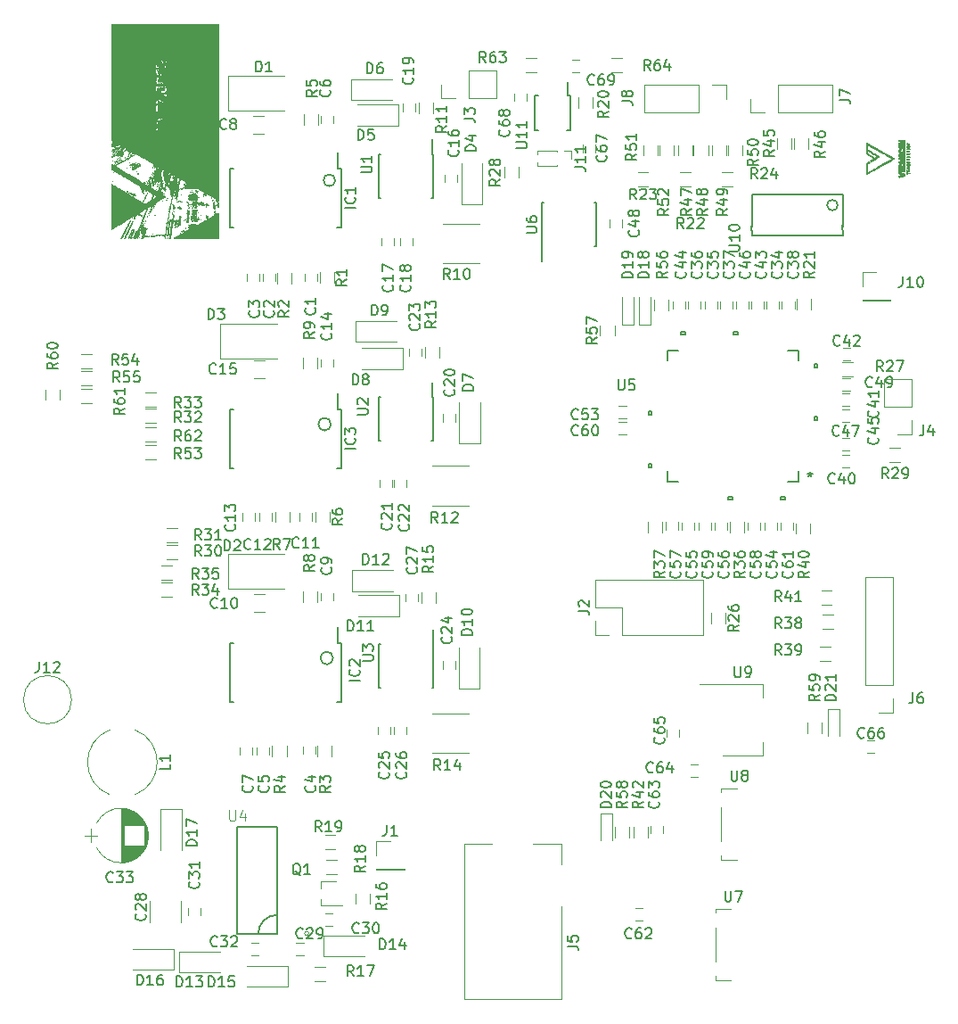
<source format=gbr>
G04 #@! TF.FileFunction,Legend,Top*
%FSLAX46Y46*%
G04 Gerber Fmt 4.6, Leading zero omitted, Abs format (unit mm)*
G04 Created by KiCad (PCBNEW 4.0.7) date 07/24/18 12:57:13*
%MOMM*%
%LPD*%
G01*
G04 APERTURE LIST*
%ADD10C,0.100000*%
%ADD11C,0.200000*%
%ADD12C,0.120000*%
%ADD13C,0.152400*%
%ADD14C,0.150000*%
%ADD15C,0.010000*%
%ADD16C,0.050000*%
G04 APERTURE END LIST*
D10*
D11*
X136400000Y-96400000D02*
G75*
G03X136400000Y-96400000I-600000J0D01*
G01*
X136600000Y-118600000D02*
G75*
G03X136600000Y-118600000I-600000J0D01*
G01*
X136809017Y-73250000D02*
G75*
G03X136809017Y-73250000I-559017J0D01*
G01*
D12*
X155986800Y-70475800D02*
X155986800Y-70776307D01*
X155986800Y-71565293D02*
X155986800Y-71865800D01*
X157861800Y-70475800D02*
X155986800Y-70475800D01*
X157861800Y-71865800D02*
X155986800Y-71865800D01*
X157861800Y-70475800D02*
X157861800Y-70562524D01*
X157861800Y-71779076D02*
X157861800Y-71865800D01*
X158546800Y-70475800D02*
X159231800Y-70475800D01*
X159231800Y-70475800D02*
X159231800Y-71170800D01*
X163110000Y-133328000D02*
X162010000Y-133328000D01*
X162010000Y-133328000D02*
X162010000Y-135928000D01*
X163110000Y-133328000D02*
X163110000Y-135928000D01*
D13*
X180823000Y-89377000D02*
X179822441Y-89377000D01*
X168377000Y-89377000D02*
X168377000Y-90377559D01*
X168377000Y-101823000D02*
X169377559Y-101823000D01*
X180823000Y-101823000D02*
X180823000Y-100822441D01*
X180823000Y-90377559D02*
X180823000Y-89377000D01*
X169377559Y-89377000D02*
X168377000Y-89377000D01*
X168377000Y-100822441D02*
X168377000Y-101823000D01*
X179822441Y-101823000D02*
X180823000Y-101823000D01*
X182562900Y-96040500D02*
X182562900Y-95659499D01*
X182562900Y-95659499D02*
X182308900Y-95659499D01*
X182308900Y-95659499D02*
X182308900Y-96040500D01*
X182308900Y-96040500D02*
X182562900Y-96040500D01*
X182562900Y-91040499D02*
X182562900Y-90659499D01*
X182562900Y-90659499D02*
X182308900Y-90659499D01*
X182308900Y-90659499D02*
X182308900Y-91040499D01*
X182308900Y-91040499D02*
X182562900Y-91040499D01*
X175040500Y-87891100D02*
X175040500Y-87637100D01*
X175040500Y-87637100D02*
X174659499Y-87637100D01*
X174659499Y-87637100D02*
X174659499Y-87891100D01*
X174659499Y-87891100D02*
X175040500Y-87891100D01*
X170040499Y-87891100D02*
X170040499Y-87637100D01*
X170040499Y-87637100D02*
X169659499Y-87637100D01*
X169659499Y-87637100D02*
X169659499Y-87891100D01*
X169659499Y-87891100D02*
X170040499Y-87891100D01*
X166637100Y-95540501D02*
X166637100Y-95159500D01*
X166637100Y-95159500D02*
X166891100Y-95159500D01*
X166891100Y-95159500D02*
X166891100Y-95540501D01*
X166891100Y-95540501D02*
X166637100Y-95540501D01*
X166637100Y-100540501D02*
X166637100Y-100159501D01*
X166637100Y-100159501D02*
X166891100Y-100159501D01*
X166891100Y-100159501D02*
X166891100Y-100540501D01*
X166891100Y-100540501D02*
X166637100Y-100540501D01*
X174540501Y-103308900D02*
X174540501Y-103562900D01*
X174540501Y-103562900D02*
X174159500Y-103562900D01*
X174159500Y-103562900D02*
X174159500Y-103308900D01*
X174159500Y-103308900D02*
X174540501Y-103308900D01*
X179540501Y-103308900D02*
X179540501Y-103562900D01*
X179540501Y-103562900D02*
X179159501Y-103562900D01*
X179159501Y-103562900D02*
X179159501Y-103308900D01*
X179159501Y-103308900D02*
X179540501Y-103308900D01*
D14*
X131261000Y-142993000D02*
G75*
G03X129483000Y-144771000I0J-1778000D01*
G01*
X131261000Y-144771000D02*
X131261000Y-134611000D01*
X131261000Y-144771000D02*
X127451000Y-144771000D01*
X127451000Y-144771000D02*
X127451000Y-134611000D01*
X127451000Y-134611000D02*
X131261000Y-134611000D01*
D10*
X134291000Y-144726000D02*
G75*
G03X134291000Y-144726000I-200000J0D01*
G01*
D12*
X131100000Y-82150000D02*
X131100000Y-82850000D01*
X129900000Y-82850000D02*
X129900000Y-82150000D01*
D14*
X146085000Y-70755000D02*
X146035000Y-70755000D01*
X146085000Y-74905000D02*
X145940000Y-74905000D01*
X140935000Y-74905000D02*
X141080000Y-74905000D01*
X140935000Y-70755000D02*
X141080000Y-70755000D01*
X146085000Y-70755000D02*
X146085000Y-74905000D01*
X140935000Y-70755000D02*
X140935000Y-74905000D01*
X146035000Y-70755000D02*
X146035000Y-69355000D01*
X146085000Y-93845000D02*
X146035000Y-93845000D01*
X146085000Y-97995000D02*
X145940000Y-97995000D01*
X140935000Y-97995000D02*
X141080000Y-97995000D01*
X140935000Y-93845000D02*
X141080000Y-93845000D01*
X146085000Y-93845000D02*
X146085000Y-97995000D01*
X140935000Y-93845000D02*
X140935000Y-97995000D01*
X146035000Y-93845000D02*
X146035000Y-92445000D01*
X146135000Y-117285000D02*
X146085000Y-117285000D01*
X146135000Y-121435000D02*
X145990000Y-121435000D01*
X140985000Y-121435000D02*
X141130000Y-121435000D01*
X140985000Y-117285000D02*
X141130000Y-117285000D01*
X146135000Y-117285000D02*
X146135000Y-121435000D01*
X140985000Y-117285000D02*
X140985000Y-121435000D01*
X146085000Y-117285000D02*
X146085000Y-115885000D01*
X156429000Y-79545000D02*
X156479000Y-79545000D01*
X156429000Y-75395000D02*
X156574000Y-75395000D01*
X161579000Y-75395000D02*
X161434000Y-75395000D01*
X161579000Y-79545000D02*
X161434000Y-79545000D01*
X156429000Y-79545000D02*
X156429000Y-75395000D01*
X161579000Y-79545000D02*
X161579000Y-75395000D01*
X156479000Y-79545000D02*
X156479000Y-80945000D01*
X137355000Y-72155000D02*
X137080000Y-72155000D01*
X137355000Y-77705000D02*
X137000000Y-77705000D01*
X126805000Y-77705000D02*
X127160000Y-77705000D01*
X126805000Y-72155000D02*
X127160000Y-72155000D01*
X137355000Y-72155000D02*
X137355000Y-77705000D01*
X126805000Y-72155000D02*
X126805000Y-77705000D01*
X137080000Y-72155000D02*
X137080000Y-70630000D01*
X137355000Y-117205000D02*
X137080000Y-117205000D01*
X137355000Y-122755000D02*
X137000000Y-122755000D01*
X126805000Y-122755000D02*
X127160000Y-122755000D01*
X126805000Y-117205000D02*
X127160000Y-117205000D01*
X137355000Y-117205000D02*
X137355000Y-122755000D01*
X126805000Y-117205000D02*
X126805000Y-122755000D01*
X137080000Y-117205000D02*
X137080000Y-115680000D01*
X137355000Y-95015000D02*
X137080000Y-95015000D01*
X137355000Y-100565000D02*
X137000000Y-100565000D01*
X126805000Y-100565000D02*
X127160000Y-100565000D01*
X126805000Y-95015000D02*
X127160000Y-95015000D01*
X137355000Y-95015000D02*
X137355000Y-100565000D01*
X126805000Y-95015000D02*
X126805000Y-100565000D01*
X137080000Y-95015000D02*
X137080000Y-93490000D01*
X185007200Y-77489600D02*
X185058000Y-78505600D01*
X176371200Y-77591200D02*
X176422000Y-78505600D01*
X184550000Y-75610000D02*
G75*
G03X184550000Y-75610000I-508000J0D01*
G01*
X185058000Y-74594000D02*
X176422000Y-74594000D01*
X176422000Y-74594000D02*
X176422000Y-77642000D01*
X176422000Y-78505600D02*
X185058000Y-78505600D01*
X185058000Y-77642000D02*
X185058000Y-74594000D01*
X159125000Y-65175000D02*
X158900000Y-65175000D01*
X159125000Y-68525000D02*
X158825000Y-68525000D01*
X155775000Y-68525000D02*
X156075000Y-68525000D01*
X155775000Y-65175000D02*
X156075000Y-65175000D01*
X159125000Y-65175000D02*
X159125000Y-68525000D01*
X155775000Y-65175000D02*
X155775000Y-68525000D01*
X158900000Y-65175000D02*
X158900000Y-63950000D01*
D12*
X129600000Y-82150000D02*
X129600000Y-82850000D01*
X128400000Y-82850000D02*
X128400000Y-82150000D01*
X134950000Y-127000000D02*
X134950000Y-127700000D01*
X133750000Y-127700000D02*
X133750000Y-127000000D01*
X130504800Y-127100800D02*
X130504800Y-127800800D01*
X129304800Y-127800800D02*
X129304800Y-127100800D01*
X136600000Y-67150000D02*
X136600000Y-67850000D01*
X135400000Y-67850000D02*
X135400000Y-67150000D01*
X128904800Y-127100800D02*
X128904800Y-127800800D01*
X127704800Y-127800800D02*
X127704800Y-127100800D01*
X136600000Y-112450000D02*
X136600000Y-113150000D01*
X135400000Y-113150000D02*
X135400000Y-112450000D01*
X134600000Y-104850000D02*
X134600000Y-105550000D01*
X133400000Y-105550000D02*
X133400000Y-104850000D01*
X130800000Y-104850000D02*
X130800000Y-105550000D01*
X129600000Y-105550000D02*
X129600000Y-104850000D01*
X129200000Y-104850000D02*
X129200000Y-105550000D01*
X128000000Y-105550000D02*
X128000000Y-104850000D01*
X136600000Y-90250000D02*
X136600000Y-90950000D01*
X135400000Y-90950000D02*
X135400000Y-90250000D01*
X147200000Y-73450000D02*
X147200000Y-72750000D01*
X148400000Y-72750000D02*
X148400000Y-73450000D01*
X142400000Y-78750000D02*
X142400000Y-79450000D01*
X141200000Y-79450000D02*
X141200000Y-78750000D01*
X144200000Y-78750000D02*
X144200000Y-79450000D01*
X143000000Y-79450000D02*
X143000000Y-78750000D01*
X144400000Y-66000000D02*
X144400000Y-66700000D01*
X143200000Y-66700000D02*
X143200000Y-66000000D01*
X147000000Y-96150000D02*
X147000000Y-95450000D01*
X148200000Y-95450000D02*
X148200000Y-96150000D01*
X142200000Y-101650000D02*
X142200000Y-102350000D01*
X141000000Y-102350000D02*
X141000000Y-101650000D01*
X143600000Y-101650000D02*
X143600000Y-102350000D01*
X142400000Y-102350000D02*
X142400000Y-101650000D01*
X145000000Y-89250000D02*
X145000000Y-89950000D01*
X143800000Y-89950000D02*
X143800000Y-89250000D01*
X147050000Y-119600000D02*
X147050000Y-118900000D01*
X148250000Y-118900000D02*
X148250000Y-119600000D01*
X142050000Y-125100000D02*
X142050000Y-125800000D01*
X140850000Y-125800000D02*
X140850000Y-125100000D01*
X143550000Y-125100000D02*
X143550000Y-125800000D01*
X142350000Y-125800000D02*
X142350000Y-125100000D01*
X144650000Y-112500000D02*
X144650000Y-113200000D01*
X143450000Y-113200000D02*
X143450000Y-112500000D01*
X133801000Y-146791000D02*
X133101000Y-146791000D01*
X133101000Y-145591000D02*
X133801000Y-145591000D01*
X135851000Y-142841000D02*
X136551000Y-142841000D01*
X136551000Y-144041000D02*
X135851000Y-144041000D01*
X124051000Y-142341000D02*
X124051000Y-143041000D01*
X122851000Y-143041000D02*
X122851000Y-142341000D01*
X129551000Y-146791000D02*
X128851000Y-146791000D01*
X128851000Y-145591000D02*
X129551000Y-145591000D01*
X178950000Y-84750000D02*
X178950000Y-85450000D01*
X177750000Y-85450000D02*
X177750000Y-84750000D01*
X173150000Y-84750000D02*
X173150000Y-85450000D01*
X171950000Y-85450000D02*
X171950000Y-84750000D01*
X171550000Y-84750000D02*
X171550000Y-85450000D01*
X170350000Y-85450000D02*
X170350000Y-84750000D01*
X174550000Y-84750000D02*
X174550000Y-85450000D01*
X173350000Y-85450000D02*
X173350000Y-84750000D01*
X179250000Y-85450000D02*
X179250000Y-84750000D01*
X180450000Y-84750000D02*
X180450000Y-85450000D01*
X184950000Y-99300000D02*
X185650000Y-99300000D01*
X185650000Y-100500000D02*
X184950000Y-100500000D01*
X184968400Y-93481600D02*
X185668400Y-93481600D01*
X185668400Y-94681600D02*
X184968400Y-94681600D01*
X185050000Y-89150000D02*
X185750000Y-89150000D01*
X185750000Y-90350000D02*
X185050000Y-90350000D01*
X177500000Y-84750000D02*
X177500000Y-85450000D01*
X176300000Y-85450000D02*
X176300000Y-84750000D01*
X168850000Y-85450000D02*
X168850000Y-84750000D01*
X170050000Y-84750000D02*
X170050000Y-85450000D01*
X184943000Y-94980200D02*
X185643000Y-94980200D01*
X185643000Y-96180200D02*
X184943000Y-96180200D01*
X174900000Y-85450000D02*
X174900000Y-84750000D01*
X176100000Y-84750000D02*
X176100000Y-85450000D01*
X184950000Y-97700000D02*
X185650000Y-97700000D01*
X185650000Y-98900000D02*
X184950000Y-98900000D01*
X164049000Y-76993000D02*
X164049000Y-77693000D01*
X162849000Y-77693000D02*
X162849000Y-76993000D01*
X185700000Y-93200000D02*
X185000000Y-93200000D01*
X185000000Y-92000000D02*
X185700000Y-92000000D01*
X164450000Y-95881000D02*
X163750000Y-95881000D01*
X163750000Y-94681000D02*
X164450000Y-94681000D01*
X178800000Y-105750000D02*
X178800000Y-106450000D01*
X177600000Y-106450000D02*
X177600000Y-105750000D01*
X170950000Y-105750000D02*
X170950000Y-106450000D01*
X169750000Y-106450000D02*
X169750000Y-105750000D01*
X172850000Y-106450000D02*
X172850000Y-105750000D01*
X174050000Y-105750000D02*
X174050000Y-106450000D01*
X168200000Y-106400000D02*
X168200000Y-105700000D01*
X169400000Y-105700000D02*
X169400000Y-106400000D01*
X177200000Y-105750000D02*
X177200000Y-106450000D01*
X176000000Y-106450000D02*
X176000000Y-105750000D01*
X171300000Y-106450000D02*
X171300000Y-105750000D01*
X172500000Y-105750000D02*
X172500000Y-106450000D01*
X163750000Y-96181000D02*
X164450000Y-96181000D01*
X164450000Y-97381000D02*
X163750000Y-97381000D01*
X179150000Y-106450000D02*
X179150000Y-105750000D01*
X180350000Y-105750000D02*
X180350000Y-106450000D01*
X166027000Y-143511000D02*
X165327000Y-143511000D01*
X165327000Y-142311000D02*
X166027000Y-142311000D01*
X167986000Y-134524000D02*
X167986000Y-135224000D01*
X166786000Y-135224000D02*
X166786000Y-134524000D01*
X171292000Y-129886000D02*
X170592000Y-129886000D01*
X170592000Y-128686000D02*
X171292000Y-128686000D01*
X169510000Y-125380000D02*
X169510000Y-126080000D01*
X168310000Y-126080000D02*
X168310000Y-125380000D01*
X187356000Y-126400000D02*
X188056000Y-126400000D01*
X188056000Y-127600000D02*
X187356000Y-127600000D01*
X161509000Y-69881000D02*
X161509000Y-70581000D01*
X160309000Y-70581000D02*
X160309000Y-69881000D01*
X126600000Y-63350000D02*
X126600000Y-66650000D01*
X126600000Y-66650000D02*
X132000000Y-66650000D01*
X126600000Y-63350000D02*
X132000000Y-63350000D01*
X126600000Y-108750000D02*
X126600000Y-112050000D01*
X126600000Y-112050000D02*
X132000000Y-112050000D01*
X126600000Y-108750000D02*
X132000000Y-108750000D01*
X125886000Y-86843600D02*
X125886000Y-90143600D01*
X125886000Y-90143600D02*
X131286000Y-90143600D01*
X125886000Y-86843600D02*
X131286000Y-86843600D01*
X148800000Y-75550000D02*
X150800000Y-75550000D01*
X150800000Y-75550000D02*
X150800000Y-71650000D01*
X148800000Y-75550000D02*
X148800000Y-71650000D01*
X142800000Y-68050000D02*
X142800000Y-66050000D01*
X142800000Y-66050000D02*
X138900000Y-66050000D01*
X142800000Y-68050000D02*
X138900000Y-68050000D01*
X138300000Y-63650000D02*
X138300000Y-65650000D01*
X138300000Y-65650000D02*
X142200000Y-65650000D01*
X138300000Y-63650000D02*
X142200000Y-63650000D01*
X148600000Y-98250000D02*
X150600000Y-98250000D01*
X150600000Y-98250000D02*
X150600000Y-94350000D01*
X148600000Y-98250000D02*
X148600000Y-94350000D01*
X143250000Y-91200000D02*
X143250000Y-89200000D01*
X143250000Y-89200000D02*
X139350000Y-89200000D01*
X143250000Y-91200000D02*
X139350000Y-91200000D01*
X138750000Y-86600000D02*
X138750000Y-88600000D01*
X138750000Y-88600000D02*
X142650000Y-88600000D01*
X138750000Y-86600000D02*
X142650000Y-86600000D01*
X148550000Y-121500000D02*
X150550000Y-121500000D01*
X150550000Y-121500000D02*
X150550000Y-117600000D01*
X148550000Y-121500000D02*
X148550000Y-117600000D01*
X142900000Y-114650000D02*
X142900000Y-112650000D01*
X142900000Y-112650000D02*
X139000000Y-112650000D01*
X142900000Y-114650000D02*
X139000000Y-114650000D01*
X138400000Y-110250000D02*
X138400000Y-112250000D01*
X138400000Y-112250000D02*
X142300000Y-112250000D01*
X138400000Y-110250000D02*
X142300000Y-110250000D01*
X121951000Y-146441000D02*
X121951000Y-148441000D01*
X121951000Y-148441000D02*
X125851000Y-148441000D01*
X121951000Y-146441000D02*
X125851000Y-146441000D01*
X135701000Y-144941000D02*
X135701000Y-146941000D01*
X135701000Y-146941000D02*
X139601000Y-146941000D01*
X135701000Y-144941000D02*
X139601000Y-144941000D01*
X132326000Y-149816000D02*
X132326000Y-147816000D01*
X132326000Y-147816000D02*
X128426000Y-147816000D01*
X132326000Y-149816000D02*
X128426000Y-149816000D01*
X121451000Y-148191000D02*
X121451000Y-146191000D01*
X121451000Y-146191000D02*
X117551000Y-146191000D01*
X121451000Y-148191000D02*
X117551000Y-148191000D01*
X122201000Y-132941000D02*
X120201000Y-132941000D01*
X120201000Y-132941000D02*
X120201000Y-136841000D01*
X122201000Y-132941000D02*
X122201000Y-136841000D01*
X165650000Y-86950000D02*
X166750000Y-86950000D01*
X166750000Y-86950000D02*
X166750000Y-84350000D01*
X165650000Y-86950000D02*
X165650000Y-84350000D01*
X164016600Y-86940800D02*
X165116600Y-86940800D01*
X165116600Y-86940800D02*
X165116600Y-84340800D01*
X164016600Y-86940800D02*
X164016600Y-84340800D01*
X184700000Y-123422000D02*
X183600000Y-123422000D01*
X183600000Y-123422000D02*
X183600000Y-126022000D01*
X184700000Y-123422000D02*
X184700000Y-126022000D01*
X152104400Y-65490400D02*
X152104400Y-62830400D01*
X149504400Y-65490400D02*
X152104400Y-65490400D01*
X149504400Y-62830400D02*
X152104400Y-62830400D01*
X149504400Y-65490400D02*
X149504400Y-62830400D01*
X148234400Y-65490400D02*
X146904400Y-65490400D01*
X146904400Y-65490400D02*
X146904400Y-64160400D01*
X191576000Y-92142000D02*
X188916000Y-92142000D01*
X191576000Y-94742000D02*
X191576000Y-92142000D01*
X188916000Y-94742000D02*
X188916000Y-92142000D01*
X191576000Y-94742000D02*
X188916000Y-94742000D01*
X191576000Y-96012000D02*
X191576000Y-97342000D01*
X191576000Y-97342000D02*
X190246000Y-97342000D01*
X189798000Y-110938000D02*
X187138000Y-110938000D01*
X189798000Y-121158000D02*
X189798000Y-110938000D01*
X187138000Y-121158000D02*
X187138000Y-110938000D01*
X189798000Y-121158000D02*
X187138000Y-121158000D01*
X189798000Y-122428000D02*
X189798000Y-123758000D01*
X189798000Y-123758000D02*
X188468000Y-123758000D01*
X184010000Y-66830000D02*
X184010000Y-64170000D01*
X178870000Y-66830000D02*
X184010000Y-66830000D01*
X178870000Y-64170000D02*
X184010000Y-64170000D01*
X178870000Y-66830000D02*
X178870000Y-64170000D01*
X177600000Y-66830000D02*
X176270000Y-66830000D01*
X176270000Y-66830000D02*
X176270000Y-65500000D01*
X166190000Y-64170000D02*
X166190000Y-66830000D01*
X171330000Y-64170000D02*
X166190000Y-64170000D01*
X171330000Y-66830000D02*
X166190000Y-66830000D01*
X171330000Y-64170000D02*
X171330000Y-66830000D01*
X172600000Y-64170000D02*
X173930000Y-64170000D01*
X173930000Y-64170000D02*
X173930000Y-65500000D01*
X135320000Y-83000000D02*
X135320000Y-82000000D01*
X136680000Y-82000000D02*
X136680000Y-83000000D01*
X131273000Y-83050000D02*
X131273000Y-82050000D01*
X132633000Y-82050000D02*
X132633000Y-83050000D01*
X135120000Y-127900000D02*
X135120000Y-126900000D01*
X136480000Y-126900000D02*
X136480000Y-127900000D01*
X130824800Y-127950800D02*
X130824800Y-126950800D01*
X132184800Y-126950800D02*
X132184800Y-127950800D01*
X133820000Y-68000000D02*
X133820000Y-67000000D01*
X135180000Y-67000000D02*
X135180000Y-68000000D01*
X134920000Y-105700000D02*
X134920000Y-104700000D01*
X136280000Y-104700000D02*
X136280000Y-105700000D01*
X131120000Y-105700000D02*
X131120000Y-104700000D01*
X132480000Y-104700000D02*
X132480000Y-105700000D01*
X133720000Y-113300000D02*
X133720000Y-112300000D01*
X135080000Y-112300000D02*
X135080000Y-113300000D01*
X133720000Y-91100000D02*
X133720000Y-90100000D01*
X135080000Y-90100000D02*
X135080000Y-91100000D01*
X144720000Y-66850000D02*
X144720000Y-65850000D01*
X146080000Y-65850000D02*
X146080000Y-66850000D01*
X145320000Y-90100000D02*
X145320000Y-89100000D01*
X146680000Y-89100000D02*
X146680000Y-90100000D01*
X144970000Y-113350000D02*
X144970000Y-112350000D01*
X146330000Y-112350000D02*
X146330000Y-113350000D01*
X140131000Y-140941000D02*
X140131000Y-141941000D01*
X138771000Y-141941000D02*
X138771000Y-140941000D01*
X135831200Y-149244600D02*
X134831200Y-149244600D01*
X134831200Y-147884600D02*
X135831200Y-147884600D01*
X136951000Y-139121000D02*
X135951000Y-139121000D01*
X135951000Y-137761000D02*
X136951000Y-137761000D01*
X135826000Y-135386000D02*
X136826000Y-135386000D01*
X136826000Y-136746000D02*
X135826000Y-136746000D01*
X161230000Y-65350000D02*
X161230000Y-66350000D01*
X159870000Y-66350000D02*
X159870000Y-65350000D01*
X182030000Y-84500000D02*
X182030000Y-85500000D01*
X180670000Y-85500000D02*
X180670000Y-84500000D01*
X170550000Y-73830000D02*
X169550000Y-73830000D01*
X169550000Y-72470000D02*
X170550000Y-72470000D01*
X165550000Y-72470000D02*
X166550000Y-72470000D01*
X166550000Y-73830000D02*
X165550000Y-73830000D01*
X174550000Y-73830000D02*
X173550000Y-73830000D01*
X173550000Y-72470000D02*
X174550000Y-72470000D01*
X172548000Y-115308000D02*
X172548000Y-114308000D01*
X173908000Y-114308000D02*
X173908000Y-115308000D01*
X185950000Y-91880000D02*
X184950000Y-91880000D01*
X184950000Y-90520000D02*
X185950000Y-90520000D01*
X152888400Y-72991600D02*
X152888400Y-71991600D01*
X154248400Y-71991600D02*
X154248400Y-72991600D01*
X190492000Y-99994000D02*
X189492000Y-99994000D01*
X189492000Y-98634000D02*
X190492000Y-98634000D01*
X121786600Y-109247600D02*
X120786600Y-109247600D01*
X120786600Y-107887600D02*
X121786600Y-107887600D01*
X120786600Y-106237600D02*
X121786600Y-106237600D01*
X121786600Y-107597600D02*
X120786600Y-107597600D01*
X118753000Y-94951000D02*
X119753000Y-94951000D01*
X119753000Y-96311000D02*
X118753000Y-96311000D01*
X118753000Y-93427000D02*
X119753000Y-93427000D01*
X119753000Y-94787000D02*
X118753000Y-94787000D01*
X121304400Y-112781000D02*
X120304400Y-112781000D01*
X120304400Y-111421000D02*
X121304400Y-111421000D01*
X120304400Y-109796000D02*
X121304400Y-109796000D01*
X121304400Y-111156000D02*
X120304400Y-111156000D01*
X175630000Y-105700000D02*
X175630000Y-106700000D01*
X174270000Y-106700000D02*
X174270000Y-105700000D01*
X167880000Y-105650000D02*
X167880000Y-106650000D01*
X166520000Y-106650000D02*
X166520000Y-105650000D01*
X183095000Y-114453000D02*
X184095000Y-114453000D01*
X184095000Y-115813000D02*
X183095000Y-115813000D01*
X182888000Y-117480800D02*
X183888000Y-117480800D01*
X183888000Y-118840800D02*
X182888000Y-118840800D01*
X181930000Y-105800000D02*
X181930000Y-106800000D01*
X180570000Y-106800000D02*
X180570000Y-105800000D01*
X182989600Y-112172200D02*
X183989600Y-112172200D01*
X183989600Y-113532200D02*
X182989600Y-113532200D01*
X165182000Y-135628000D02*
X165182000Y-134628000D01*
X166542000Y-134628000D02*
X166542000Y-135628000D01*
X178820000Y-70300000D02*
X178820000Y-69300000D01*
X180180000Y-69300000D02*
X180180000Y-70300000D01*
X181780000Y-69300000D02*
X181780000Y-70300000D01*
X180420000Y-70300000D02*
X180420000Y-69300000D01*
X169370000Y-70900000D02*
X169370000Y-69900000D01*
X170730000Y-69900000D02*
X170730000Y-70900000D01*
X172230000Y-69900000D02*
X172230000Y-70900000D01*
X170870000Y-70900000D02*
X170870000Y-69900000D01*
X172620000Y-70900000D02*
X172620000Y-69900000D01*
X173980000Y-69900000D02*
X173980000Y-70900000D01*
X175480000Y-69900000D02*
X175480000Y-70900000D01*
X174120000Y-70900000D02*
X174120000Y-69900000D01*
X166120000Y-70900000D02*
X166120000Y-69900000D01*
X167480000Y-69900000D02*
X167480000Y-70900000D01*
X168980000Y-69900000D02*
X168980000Y-70900000D01*
X167620000Y-70900000D02*
X167620000Y-69900000D01*
X118753000Y-98380000D02*
X119753000Y-98380000D01*
X119753000Y-99740000D02*
X118753000Y-99740000D01*
X113657000Y-91104000D02*
X112657000Y-91104000D01*
X112657000Y-89744000D02*
X113657000Y-89744000D01*
X113657000Y-92755000D02*
X112657000Y-92755000D01*
X112657000Y-91395000D02*
X113657000Y-91395000D01*
X168480000Y-84600000D02*
X168480000Y-85600000D01*
X167120000Y-85600000D02*
X167120000Y-84600000D01*
X163341600Y-87003000D02*
X163341600Y-88003000D01*
X161981600Y-88003000D02*
X161981600Y-87003000D01*
X163404000Y-135628000D02*
X163404000Y-134628000D01*
X164764000Y-134628000D02*
X164764000Y-135628000D01*
X181692000Y-125722000D02*
X181692000Y-124722000D01*
X183052000Y-124722000D02*
X183052000Y-125722000D01*
X109302000Y-94099000D02*
X109302000Y-93099000D01*
X110662000Y-93099000D02*
X110662000Y-94099000D01*
X113657000Y-94406000D02*
X112657000Y-94406000D01*
X112657000Y-93046000D02*
X113657000Y-93046000D01*
X119753000Y-98089000D02*
X118753000Y-98089000D01*
X118753000Y-96729000D02*
X119753000Y-96729000D01*
X135100000Y-82150000D02*
X135100000Y-82850000D01*
X133900000Y-82850000D02*
X133900000Y-82150000D01*
X129000000Y-68850000D02*
X130000000Y-68850000D01*
X130000000Y-67150000D02*
X129000000Y-67150000D01*
X129100000Y-114250000D02*
X130100000Y-114250000D01*
X130100000Y-112550000D02*
X129100000Y-112550000D01*
X129090800Y-92036000D02*
X130090800Y-92036000D01*
X130090800Y-90336000D02*
X129090800Y-90336000D01*
X122181000Y-143691000D02*
X122181000Y-141691000D01*
X119221000Y-141691000D02*
X119221000Y-143691000D01*
X147020000Y-81130000D02*
X150480000Y-81130000D01*
X147020000Y-77370000D02*
X150480000Y-77370000D01*
X146020000Y-104130000D02*
X149480000Y-104130000D01*
X146020000Y-100370000D02*
X149480000Y-100370000D01*
X146020000Y-127630000D02*
X149480000Y-127630000D01*
X146020000Y-123870000D02*
X149480000Y-123870000D01*
X172908800Y-142746000D02*
X172908800Y-142396000D01*
X172908800Y-142396000D02*
X174408800Y-142396000D01*
X172908800Y-147396000D02*
X172908800Y-144196000D01*
X174408800Y-149196000D02*
X172908800Y-149196000D01*
X172908800Y-149196000D02*
X172908800Y-148796000D01*
X173493000Y-131316000D02*
X173493000Y-130966000D01*
X173493000Y-130966000D02*
X174993000Y-130966000D01*
X173493000Y-135966000D02*
X173493000Y-132766000D01*
X174993000Y-137766000D02*
X173493000Y-137766000D01*
X173493000Y-137766000D02*
X173493000Y-137366000D01*
X177424000Y-127870000D02*
X177424000Y-126610000D01*
X177424000Y-121050000D02*
X177424000Y-122310000D01*
X173664000Y-127870000D02*
X177424000Y-127870000D01*
X171414000Y-121050000D02*
X177424000Y-121050000D01*
X135471000Y-140441000D02*
X135471000Y-139781000D01*
X135471000Y-142101000D02*
X135471000Y-141441000D01*
X135471000Y-142101000D02*
X137501000Y-142101000D01*
X136881000Y-139781000D02*
X135471000Y-139781000D01*
X118756722Y-134261277D02*
G75*
G03X114145420Y-134261000I-2305722J-1179723D01*
G01*
X118756722Y-136620723D02*
G75*
G02X114145420Y-136621000I-2305722J1179723D01*
G01*
X118756722Y-136620723D02*
G75*
G03X118756580Y-134261000I-2305722J1179723D01*
G01*
X116451000Y-132891000D02*
X116451000Y-137991000D01*
X116491000Y-132891000D02*
X116491000Y-137991000D01*
X116531000Y-132892000D02*
X116531000Y-137990000D01*
X116571000Y-132893000D02*
X116571000Y-137989000D01*
X116611000Y-132895000D02*
X116611000Y-137987000D01*
X116651000Y-132898000D02*
X116651000Y-137984000D01*
X116691000Y-132902000D02*
X116691000Y-137980000D01*
X116731000Y-132906000D02*
X116731000Y-134461000D01*
X116731000Y-136421000D02*
X116731000Y-137976000D01*
X116771000Y-132910000D02*
X116771000Y-134461000D01*
X116771000Y-136421000D02*
X116771000Y-137972000D01*
X116811000Y-132916000D02*
X116811000Y-134461000D01*
X116811000Y-136421000D02*
X116811000Y-137966000D01*
X116851000Y-132922000D02*
X116851000Y-134461000D01*
X116851000Y-136421000D02*
X116851000Y-137960000D01*
X116891000Y-132928000D02*
X116891000Y-134461000D01*
X116891000Y-136421000D02*
X116891000Y-137954000D01*
X116931000Y-132935000D02*
X116931000Y-134461000D01*
X116931000Y-136421000D02*
X116931000Y-137947000D01*
X116971000Y-132943000D02*
X116971000Y-134461000D01*
X116971000Y-136421000D02*
X116971000Y-137939000D01*
X117011000Y-132952000D02*
X117011000Y-134461000D01*
X117011000Y-136421000D02*
X117011000Y-137930000D01*
X117051000Y-132961000D02*
X117051000Y-134461000D01*
X117051000Y-136421000D02*
X117051000Y-137921000D01*
X117091000Y-132971000D02*
X117091000Y-134461000D01*
X117091000Y-136421000D02*
X117091000Y-137911000D01*
X117131000Y-132981000D02*
X117131000Y-134461000D01*
X117131000Y-136421000D02*
X117131000Y-137901000D01*
X117172000Y-132993000D02*
X117172000Y-134461000D01*
X117172000Y-136421000D02*
X117172000Y-137889000D01*
X117212000Y-133005000D02*
X117212000Y-134461000D01*
X117212000Y-136421000D02*
X117212000Y-137877000D01*
X117252000Y-133017000D02*
X117252000Y-134461000D01*
X117252000Y-136421000D02*
X117252000Y-137865000D01*
X117292000Y-133031000D02*
X117292000Y-134461000D01*
X117292000Y-136421000D02*
X117292000Y-137851000D01*
X117332000Y-133045000D02*
X117332000Y-134461000D01*
X117332000Y-136421000D02*
X117332000Y-137837000D01*
X117372000Y-133059000D02*
X117372000Y-134461000D01*
X117372000Y-136421000D02*
X117372000Y-137823000D01*
X117412000Y-133075000D02*
X117412000Y-134461000D01*
X117412000Y-136421000D02*
X117412000Y-137807000D01*
X117452000Y-133091000D02*
X117452000Y-134461000D01*
X117452000Y-136421000D02*
X117452000Y-137791000D01*
X117492000Y-133108000D02*
X117492000Y-134461000D01*
X117492000Y-136421000D02*
X117492000Y-137774000D01*
X117532000Y-133126000D02*
X117532000Y-134461000D01*
X117532000Y-136421000D02*
X117532000Y-137756000D01*
X117572000Y-133145000D02*
X117572000Y-134461000D01*
X117572000Y-136421000D02*
X117572000Y-137737000D01*
X117612000Y-133165000D02*
X117612000Y-134461000D01*
X117612000Y-136421000D02*
X117612000Y-137717000D01*
X117652000Y-133185000D02*
X117652000Y-134461000D01*
X117652000Y-136421000D02*
X117652000Y-137697000D01*
X117692000Y-133207000D02*
X117692000Y-134461000D01*
X117692000Y-136421000D02*
X117692000Y-137675000D01*
X117732000Y-133229000D02*
X117732000Y-134461000D01*
X117732000Y-136421000D02*
X117732000Y-137653000D01*
X117772000Y-133252000D02*
X117772000Y-134461000D01*
X117772000Y-136421000D02*
X117772000Y-137630000D01*
X117812000Y-133276000D02*
X117812000Y-134461000D01*
X117812000Y-136421000D02*
X117812000Y-137606000D01*
X117852000Y-133301000D02*
X117852000Y-134461000D01*
X117852000Y-136421000D02*
X117852000Y-137581000D01*
X117892000Y-133328000D02*
X117892000Y-134461000D01*
X117892000Y-136421000D02*
X117892000Y-137554000D01*
X117932000Y-133355000D02*
X117932000Y-134461000D01*
X117932000Y-136421000D02*
X117932000Y-137527000D01*
X117972000Y-133383000D02*
X117972000Y-134461000D01*
X117972000Y-136421000D02*
X117972000Y-137499000D01*
X118012000Y-133413000D02*
X118012000Y-134461000D01*
X118012000Y-136421000D02*
X118012000Y-137469000D01*
X118052000Y-133444000D02*
X118052000Y-134461000D01*
X118052000Y-136421000D02*
X118052000Y-137438000D01*
X118092000Y-133476000D02*
X118092000Y-134461000D01*
X118092000Y-136421000D02*
X118092000Y-137406000D01*
X118132000Y-133509000D02*
X118132000Y-134461000D01*
X118132000Y-136421000D02*
X118132000Y-137373000D01*
X118172000Y-133544000D02*
X118172000Y-134461000D01*
X118172000Y-136421000D02*
X118172000Y-137338000D01*
X118212000Y-133580000D02*
X118212000Y-134461000D01*
X118212000Y-136421000D02*
X118212000Y-137302000D01*
X118252000Y-133618000D02*
X118252000Y-134461000D01*
X118252000Y-136421000D02*
X118252000Y-137264000D01*
X118292000Y-133658000D02*
X118292000Y-134461000D01*
X118292000Y-136421000D02*
X118292000Y-137224000D01*
X118332000Y-133699000D02*
X118332000Y-134461000D01*
X118332000Y-136421000D02*
X118332000Y-137183000D01*
X118372000Y-133742000D02*
X118372000Y-134461000D01*
X118372000Y-136421000D02*
X118372000Y-137140000D01*
X118412000Y-133787000D02*
X118412000Y-134461000D01*
X118412000Y-136421000D02*
X118412000Y-137095000D01*
X118452000Y-133835000D02*
X118452000Y-134461000D01*
X118452000Y-136421000D02*
X118452000Y-137047000D01*
X118492000Y-133885000D02*
X118492000Y-134461000D01*
X118492000Y-136421000D02*
X118492000Y-136997000D01*
X118532000Y-133937000D02*
X118532000Y-134461000D01*
X118532000Y-136421000D02*
X118532000Y-136945000D01*
X118572000Y-133993000D02*
X118572000Y-134461000D01*
X118572000Y-136421000D02*
X118572000Y-136889000D01*
X118612000Y-134051000D02*
X118612000Y-134461000D01*
X118612000Y-136421000D02*
X118612000Y-136831000D01*
X118652000Y-134114000D02*
X118652000Y-134461000D01*
X118652000Y-136421000D02*
X118652000Y-136768000D01*
X118692000Y-134180000D02*
X118692000Y-136702000D01*
X118732000Y-134252000D02*
X118732000Y-136630000D01*
X118772000Y-134329000D02*
X118772000Y-136553000D01*
X118812000Y-134413000D02*
X118812000Y-136469000D01*
X118852000Y-134507000D02*
X118852000Y-136375000D01*
X118892000Y-134612000D02*
X118892000Y-136270000D01*
X118932000Y-134734000D02*
X118932000Y-136148000D01*
X118972000Y-134882000D02*
X118972000Y-136000000D01*
X119012000Y-135087000D02*
X119012000Y-135795000D01*
X113001000Y-135441000D02*
X114201000Y-135441000D01*
X113601000Y-134791000D02*
X113601000Y-136091000D01*
X117765924Y-131582029D02*
G75*
G03X117766000Y-125402000I-1179924J3090029D01*
G01*
X115406076Y-131582029D02*
G75*
G02X115406000Y-125402000I1179924J3090029D01*
G01*
X153781200Y-65729600D02*
X153781200Y-65029600D01*
X154981200Y-65029600D02*
X154981200Y-65729600D01*
X186884000Y-84642000D02*
X189544000Y-84642000D01*
X186884000Y-84582000D02*
X186884000Y-84642000D01*
X189544000Y-84582000D02*
X189544000Y-84642000D01*
X186884000Y-84582000D02*
X189544000Y-84582000D01*
X186884000Y-83312000D02*
X186884000Y-81982000D01*
X186884000Y-81982000D02*
X188214000Y-81982000D01*
X171764000Y-116392000D02*
X171764000Y-111192000D01*
X164084000Y-116392000D02*
X171764000Y-116392000D01*
X161484000Y-111192000D02*
X171764000Y-111192000D01*
X164084000Y-116392000D02*
X164084000Y-113792000D01*
X164084000Y-113792000D02*
X161484000Y-113792000D01*
X161484000Y-113792000D02*
X161484000Y-111192000D01*
X162814000Y-116392000D02*
X161484000Y-116392000D01*
X161484000Y-116392000D02*
X161484000Y-115062000D01*
X159314400Y-61782400D02*
X160014400Y-61782400D01*
X160014400Y-62982400D02*
X159314400Y-62982400D01*
X154948000Y-61651600D02*
X155948000Y-61651600D01*
X155948000Y-63011600D02*
X154948000Y-63011600D01*
X164076000Y-63037000D02*
X163076000Y-63037000D01*
X163076000Y-61677000D02*
X164076000Y-61677000D01*
X140706800Y-138667800D02*
X143366800Y-138667800D01*
X140706800Y-138607800D02*
X140706800Y-138667800D01*
X143366800Y-138607800D02*
X143366800Y-138667800D01*
X140706800Y-138607800D02*
X143366800Y-138607800D01*
X140706800Y-137337800D02*
X140706800Y-136007800D01*
X140706800Y-136007800D02*
X142036800Y-136007800D01*
X158270000Y-142160000D02*
X158270000Y-150960000D01*
X158270000Y-150960000D02*
X149070000Y-150960000D01*
X155570000Y-136260000D02*
X158270000Y-136260000D01*
X158270000Y-136260000D02*
X158270000Y-138160000D01*
X149070000Y-150960000D02*
X149070000Y-136260000D01*
X149070000Y-136260000D02*
X151670000Y-136260000D01*
D15*
G36*
X191091557Y-72514298D02*
X191109283Y-72491606D01*
X191109600Y-72491600D01*
X191134261Y-72510929D01*
X191135000Y-72517000D01*
X191157702Y-72532148D01*
X191215141Y-72541235D01*
X191249300Y-72542400D01*
X191317465Y-72547445D01*
X191358355Y-72560210D01*
X191363600Y-72567800D01*
X191340897Y-72582948D01*
X191283458Y-72592035D01*
X191249300Y-72593200D01*
X191181134Y-72598245D01*
X191140244Y-72611010D01*
X191135000Y-72618600D01*
X191115671Y-72643262D01*
X191109600Y-72644000D01*
X191091765Y-72621929D01*
X191084201Y-72568749D01*
X191084200Y-72567800D01*
X191091557Y-72514298D01*
X191091557Y-72514298D01*
G37*
X191091557Y-72514298D02*
X191109283Y-72491606D01*
X191109600Y-72491600D01*
X191134261Y-72510929D01*
X191135000Y-72517000D01*
X191157702Y-72532148D01*
X191215141Y-72541235D01*
X191249300Y-72542400D01*
X191317465Y-72547445D01*
X191358355Y-72560210D01*
X191363600Y-72567800D01*
X191340897Y-72582948D01*
X191283458Y-72592035D01*
X191249300Y-72593200D01*
X191181134Y-72598245D01*
X191140244Y-72611010D01*
X191135000Y-72618600D01*
X191115671Y-72643262D01*
X191109600Y-72644000D01*
X191091765Y-72621929D01*
X191084201Y-72568749D01*
X191084200Y-72567800D01*
X191091557Y-72514298D01*
G36*
X191096503Y-72244767D02*
X191122727Y-72275577D01*
X191154937Y-72308710D01*
X191176779Y-72301410D01*
X191185745Y-72288489D01*
X191212363Y-72264583D01*
X191240622Y-72282263D01*
X191284467Y-72311676D01*
X191309340Y-72297667D01*
X191312800Y-72274201D01*
X191325113Y-72247911D01*
X191338200Y-72250300D01*
X191360382Y-72287091D01*
X191359974Y-72337208D01*
X191338361Y-72373202D01*
X191331850Y-72376217D01*
X191287300Y-72381618D01*
X191216845Y-72382399D01*
X191198500Y-72381770D01*
X191132668Y-72375179D01*
X191102018Y-72355476D01*
X191090951Y-72311067D01*
X191089974Y-72301100D01*
X191087040Y-72250381D01*
X191096503Y-72244767D01*
X191096503Y-72244767D01*
G37*
X191096503Y-72244767D02*
X191122727Y-72275577D01*
X191154937Y-72308710D01*
X191176779Y-72301410D01*
X191185745Y-72288489D01*
X191212363Y-72264583D01*
X191240622Y-72282263D01*
X191284467Y-72311676D01*
X191309340Y-72297667D01*
X191312800Y-72274201D01*
X191325113Y-72247911D01*
X191338200Y-72250300D01*
X191360382Y-72287091D01*
X191359974Y-72337208D01*
X191338361Y-72373202D01*
X191331850Y-72376217D01*
X191287300Y-72381618D01*
X191216845Y-72382399D01*
X191198500Y-72381770D01*
X191132668Y-72375179D01*
X191102018Y-72355476D01*
X191090951Y-72311067D01*
X191089974Y-72301100D01*
X191087040Y-72250381D01*
X191096503Y-72244767D01*
G36*
X191098612Y-72017805D02*
X191131633Y-71987620D01*
X191170530Y-71988563D01*
X191180545Y-71996640D01*
X191178708Y-72020475D01*
X191166750Y-72027295D01*
X191135279Y-72049079D01*
X191147106Y-72069271D01*
X191195174Y-72079560D01*
X191211200Y-72079636D01*
X191264746Y-72071864D01*
X191287395Y-72056165D01*
X191287400Y-72055935D01*
X191267960Y-72035003D01*
X191262000Y-72034400D01*
X191237619Y-72014841D01*
X191236600Y-72007234D01*
X191257641Y-71989205D01*
X191293750Y-71988184D01*
X191338040Y-72012732D01*
X191360293Y-72057727D01*
X191355179Y-72103005D01*
X191329952Y-72125107D01*
X191281225Y-72132498D01*
X191209058Y-72132338D01*
X191194821Y-72131343D01*
X191127846Y-72119932D01*
X191096724Y-72094416D01*
X191088768Y-72066037D01*
X191098612Y-72017805D01*
X191098612Y-72017805D01*
G37*
X191098612Y-72017805D02*
X191131633Y-71987620D01*
X191170530Y-71988563D01*
X191180545Y-71996640D01*
X191178708Y-72020475D01*
X191166750Y-72027295D01*
X191135279Y-72049079D01*
X191147106Y-72069271D01*
X191195174Y-72079560D01*
X191211200Y-72079636D01*
X191264746Y-72071864D01*
X191287395Y-72056165D01*
X191287400Y-72055935D01*
X191267960Y-72035003D01*
X191262000Y-72034400D01*
X191237619Y-72014841D01*
X191236600Y-72007234D01*
X191257641Y-71989205D01*
X191293750Y-71988184D01*
X191338040Y-72012732D01*
X191360293Y-72057727D01*
X191355179Y-72103005D01*
X191329952Y-72125107D01*
X191281225Y-72132498D01*
X191209058Y-72132338D01*
X191194821Y-72131343D01*
X191127846Y-72119932D01*
X191096724Y-72094416D01*
X191088768Y-72066037D01*
X191098612Y-72017805D01*
G36*
X191104640Y-71809200D02*
X191141350Y-71798326D01*
X191198500Y-71787319D01*
X191141350Y-71783860D01*
X191091899Y-71774125D01*
X191086094Y-71757594D01*
X191118352Y-71740000D01*
X191183088Y-71727073D01*
X191198056Y-71725660D01*
X191272830Y-71721938D01*
X191326722Y-71723251D01*
X191337756Y-71725219D01*
X191363316Y-71747308D01*
X191346747Y-71772930D01*
X191306450Y-71787875D01*
X191249300Y-71798882D01*
X191306450Y-71802341D01*
X191351717Y-71816684D01*
X191364029Y-71843086D01*
X191344550Y-71863099D01*
X191303924Y-71868769D01*
X191293750Y-71867773D01*
X191247896Y-71863614D01*
X191179172Y-71860001D01*
X191173100Y-71859775D01*
X191109697Y-71849676D01*
X191085568Y-71830284D01*
X191104640Y-71809200D01*
X191104640Y-71809200D01*
G37*
X191104640Y-71809200D02*
X191141350Y-71798326D01*
X191198500Y-71787319D01*
X191141350Y-71783860D01*
X191091899Y-71774125D01*
X191086094Y-71757594D01*
X191118352Y-71740000D01*
X191183088Y-71727073D01*
X191198056Y-71725660D01*
X191272830Y-71721938D01*
X191326722Y-71723251D01*
X191337756Y-71725219D01*
X191363316Y-71747308D01*
X191346747Y-71772930D01*
X191306450Y-71787875D01*
X191249300Y-71798882D01*
X191306450Y-71802341D01*
X191351717Y-71816684D01*
X191364029Y-71843086D01*
X191344550Y-71863099D01*
X191303924Y-71868769D01*
X191293750Y-71867773D01*
X191247896Y-71863614D01*
X191179172Y-71860001D01*
X191173100Y-71859775D01*
X191109697Y-71849676D01*
X191085568Y-71830284D01*
X191104640Y-71809200D01*
G36*
X191107029Y-71459185D02*
X191149148Y-71451379D01*
X191225421Y-71450200D01*
X191315789Y-71455238D01*
X191357723Y-71470003D01*
X191350626Y-71493977D01*
X191306450Y-71520800D01*
X191249300Y-71548362D01*
X191306450Y-71550081D01*
X191351089Y-71561511D01*
X191363600Y-71578528D01*
X191340039Y-71593631D01*
X191275279Y-71598955D01*
X191230683Y-71597578D01*
X191152875Y-71591029D01*
X191112571Y-71578081D01*
X191096486Y-71551280D01*
X191092505Y-71520050D01*
X191092171Y-71479961D01*
X191107029Y-71459185D01*
X191107029Y-71459185D01*
G37*
X191107029Y-71459185D02*
X191149148Y-71451379D01*
X191225421Y-71450200D01*
X191315789Y-71455238D01*
X191357723Y-71470003D01*
X191350626Y-71493977D01*
X191306450Y-71520800D01*
X191249300Y-71548362D01*
X191306450Y-71550081D01*
X191351089Y-71561511D01*
X191363600Y-71578528D01*
X191340039Y-71593631D01*
X191275279Y-71598955D01*
X191230683Y-71597578D01*
X191152875Y-71591029D01*
X191112571Y-71578081D01*
X191096486Y-71551280D01*
X191092505Y-71520050D01*
X191092171Y-71479961D01*
X191107029Y-71459185D01*
G36*
X191088402Y-71221312D02*
X191130359Y-71187128D01*
X191208395Y-71171312D01*
X191215472Y-71171189D01*
X191282647Y-71176557D01*
X191323422Y-71186218D01*
X191356146Y-71220118D01*
X191361042Y-71269312D01*
X191337160Y-71308369D01*
X191328171Y-71312990D01*
X191280725Y-71319929D01*
X191223900Y-71319630D01*
X191223900Y-71265995D01*
X191276175Y-71263951D01*
X191289667Y-71258195D01*
X191281346Y-71254949D01*
X191220349Y-71250218D01*
X191179746Y-71254436D01*
X191165668Y-71261127D01*
X191196198Y-71265336D01*
X191223900Y-71265995D01*
X191223900Y-71319630D01*
X191209357Y-71319553D01*
X191195032Y-71318543D01*
X191119136Y-71298573D01*
X191084127Y-71262312D01*
X191088402Y-71221312D01*
X191088402Y-71221312D01*
G37*
X191088402Y-71221312D02*
X191130359Y-71187128D01*
X191208395Y-71171312D01*
X191215472Y-71171189D01*
X191282647Y-71176557D01*
X191323422Y-71186218D01*
X191356146Y-71220118D01*
X191361042Y-71269312D01*
X191337160Y-71308369D01*
X191328171Y-71312990D01*
X191280725Y-71319929D01*
X191223900Y-71319630D01*
X191223900Y-71265995D01*
X191276175Y-71263951D01*
X191289667Y-71258195D01*
X191281346Y-71254949D01*
X191220349Y-71250218D01*
X191179746Y-71254436D01*
X191165668Y-71261127D01*
X191196198Y-71265336D01*
X191223900Y-71265995D01*
X191223900Y-71319630D01*
X191209357Y-71319553D01*
X191195032Y-71318543D01*
X191119136Y-71298573D01*
X191084127Y-71262312D01*
X191088402Y-71221312D01*
G36*
X191139062Y-70996152D02*
X191196383Y-70993000D01*
X191271615Y-70988499D01*
X191306718Y-70972713D01*
X191312800Y-70953401D01*
X191325113Y-70927111D01*
X191338200Y-70929500D01*
X191358861Y-70965534D01*
X191363075Y-71017120D01*
X191351953Y-71046981D01*
X191321878Y-71052902D01*
X191258710Y-71054744D01*
X191219472Y-71053821D01*
X191136831Y-71044174D01*
X191094364Y-71027347D01*
X191094348Y-71009339D01*
X191139062Y-70996152D01*
X191139062Y-70996152D01*
G37*
X191139062Y-70996152D02*
X191196383Y-70993000D01*
X191271615Y-70988499D01*
X191306718Y-70972713D01*
X191312800Y-70953401D01*
X191325113Y-70927111D01*
X191338200Y-70929500D01*
X191358861Y-70965534D01*
X191363075Y-71017120D01*
X191351953Y-71046981D01*
X191321878Y-71052902D01*
X191258710Y-71054744D01*
X191219472Y-71053821D01*
X191136831Y-71044174D01*
X191094364Y-71027347D01*
X191094348Y-71009339D01*
X191139062Y-70996152D01*
G36*
X191097992Y-70703099D02*
X191143660Y-70680331D01*
X191230614Y-70678732D01*
X191268350Y-70682482D01*
X191334170Y-70696888D01*
X191361084Y-70723886D01*
X191363600Y-70742577D01*
X191347429Y-70789705D01*
X191328171Y-70804990D01*
X191280747Y-70811925D01*
X191223900Y-70811637D01*
X191223900Y-70757995D01*
X191276175Y-70755951D01*
X191289667Y-70750195D01*
X191281346Y-70746949D01*
X191220349Y-70742218D01*
X191179746Y-70746436D01*
X191165668Y-70753127D01*
X191196198Y-70757336D01*
X191223900Y-70757995D01*
X191223900Y-70811637D01*
X191209349Y-70811563D01*
X191194821Y-70810543D01*
X191127095Y-70798665D01*
X191095897Y-70772486D01*
X191089217Y-70748661D01*
X191097992Y-70703099D01*
X191097992Y-70703099D01*
G37*
X191097992Y-70703099D02*
X191143660Y-70680331D01*
X191230614Y-70678732D01*
X191268350Y-70682482D01*
X191334170Y-70696888D01*
X191361084Y-70723886D01*
X191363600Y-70742577D01*
X191347429Y-70789705D01*
X191328171Y-70804990D01*
X191280747Y-70811925D01*
X191223900Y-70811637D01*
X191223900Y-70757995D01*
X191276175Y-70755951D01*
X191289667Y-70750195D01*
X191281346Y-70746949D01*
X191220349Y-70742218D01*
X191179746Y-70746436D01*
X191165668Y-70753127D01*
X191196198Y-70757336D01*
X191223900Y-70757995D01*
X191223900Y-70811637D01*
X191209349Y-70811563D01*
X191194821Y-70810543D01*
X191127095Y-70798665D01*
X191095897Y-70772486D01*
X191089217Y-70748661D01*
X191097992Y-70703099D01*
G36*
X191101017Y-70447314D02*
X191122031Y-70428513D01*
X191172931Y-70422102D01*
X191223900Y-70421500D01*
X191300409Y-70424183D01*
X191339915Y-70436095D01*
X191356100Y-70463034D01*
X191359031Y-70478764D01*
X191350993Y-70530675D01*
X191329952Y-70550307D01*
X191281225Y-70557698D01*
X191260500Y-70557653D01*
X191260500Y-70510400D01*
X191286366Y-70491962D01*
X191287400Y-70485000D01*
X191278733Y-70460261D01*
X191276199Y-70459600D01*
X191254513Y-70477399D01*
X191249300Y-70485000D01*
X191251313Y-70508406D01*
X191260500Y-70510400D01*
X191260500Y-70557653D01*
X191209058Y-70557538D01*
X191194821Y-70556543D01*
X191153618Y-70550349D01*
X191153618Y-70498179D01*
X191173100Y-70494186D01*
X191206520Y-70476157D01*
X191211200Y-70469583D01*
X191190458Y-70460704D01*
X191173100Y-70459600D01*
X191139292Y-70472893D01*
X191135000Y-70484203D01*
X191153618Y-70498179D01*
X191153618Y-70550349D01*
X191130512Y-70546875D01*
X191102653Y-70525236D01*
X191096900Y-70485000D01*
X191101017Y-70447314D01*
X191101017Y-70447314D01*
G37*
X191101017Y-70447314D02*
X191122031Y-70428513D01*
X191172931Y-70422102D01*
X191223900Y-70421500D01*
X191300409Y-70424183D01*
X191339915Y-70436095D01*
X191356100Y-70463034D01*
X191359031Y-70478764D01*
X191350993Y-70530675D01*
X191329952Y-70550307D01*
X191281225Y-70557698D01*
X191260500Y-70557653D01*
X191260500Y-70510400D01*
X191286366Y-70491962D01*
X191287400Y-70485000D01*
X191278733Y-70460261D01*
X191276199Y-70459600D01*
X191254513Y-70477399D01*
X191249300Y-70485000D01*
X191251313Y-70508406D01*
X191260500Y-70510400D01*
X191260500Y-70557653D01*
X191209058Y-70557538D01*
X191194821Y-70556543D01*
X191153618Y-70550349D01*
X191153618Y-70498179D01*
X191173100Y-70494186D01*
X191206520Y-70476157D01*
X191211200Y-70469583D01*
X191190458Y-70460704D01*
X191173100Y-70459600D01*
X191139292Y-70472893D01*
X191135000Y-70484203D01*
X191153618Y-70498179D01*
X191153618Y-70550349D01*
X191130512Y-70546875D01*
X191102653Y-70525236D01*
X191096900Y-70485000D01*
X191101017Y-70447314D01*
G36*
X191107165Y-70242491D02*
X191166407Y-70233265D01*
X191223900Y-70231000D01*
X191300404Y-70235176D01*
X191351146Y-70245947D01*
X191363600Y-70256400D01*
X191340634Y-70270310D01*
X191281392Y-70279536D01*
X191223900Y-70281800D01*
X191147395Y-70277625D01*
X191096653Y-70266854D01*
X191084200Y-70256400D01*
X191107165Y-70242491D01*
X191107165Y-70242491D01*
G37*
X191107165Y-70242491D02*
X191166407Y-70233265D01*
X191223900Y-70231000D01*
X191300404Y-70235176D01*
X191351146Y-70245947D01*
X191363600Y-70256400D01*
X191340634Y-70270310D01*
X191281392Y-70279536D01*
X191223900Y-70281800D01*
X191147395Y-70277625D01*
X191096653Y-70266854D01*
X191084200Y-70256400D01*
X191107165Y-70242491D01*
G36*
X191092894Y-69992766D02*
X191109600Y-69977000D01*
X191132134Y-69997573D01*
X191135000Y-70015100D01*
X191147439Y-70049390D01*
X191174334Y-70044341D01*
X191197490Y-70008750D01*
X191213198Y-69977778D01*
X191229873Y-69991986D01*
X191239570Y-70008750D01*
X191274646Y-70048284D01*
X191302670Y-70043162D01*
X191312800Y-70000901D01*
X191322577Y-69965780D01*
X191338200Y-69964300D01*
X191357861Y-69999313D01*
X191363600Y-70042000D01*
X191359767Y-70077527D01*
X191339998Y-70096027D01*
X191291879Y-70103008D01*
X191223900Y-70104000D01*
X191143890Y-70102352D01*
X191102230Y-70093640D01*
X191086488Y-70072214D01*
X191084200Y-70040500D01*
X191092894Y-69992766D01*
X191092894Y-69992766D01*
G37*
X191092894Y-69992766D02*
X191109600Y-69977000D01*
X191132134Y-69997573D01*
X191135000Y-70015100D01*
X191147439Y-70049390D01*
X191174334Y-70044341D01*
X191197490Y-70008750D01*
X191213198Y-69977778D01*
X191229873Y-69991986D01*
X191239570Y-70008750D01*
X191274646Y-70048284D01*
X191302670Y-70043162D01*
X191312800Y-70000901D01*
X191322577Y-69965780D01*
X191338200Y-69964300D01*
X191357861Y-69999313D01*
X191363600Y-70042000D01*
X191359767Y-70077527D01*
X191339998Y-70096027D01*
X191291879Y-70103008D01*
X191223900Y-70104000D01*
X191143890Y-70102352D01*
X191102230Y-70093640D01*
X191086488Y-70072214D01*
X191084200Y-70040500D01*
X191092894Y-69992766D01*
G36*
X191094759Y-69733820D02*
X191123250Y-69723000D01*
X191153608Y-69737874D01*
X191151214Y-69761100D01*
X191149252Y-69794017D01*
X191173479Y-69793647D01*
X191211921Y-69760230D01*
X191212217Y-69759875D01*
X191262762Y-69728988D01*
X191316626Y-69735068D01*
X191353800Y-69773618D01*
X191359016Y-69792850D01*
X191354392Y-69837320D01*
X191314967Y-69849971D01*
X191311456Y-69850000D01*
X191273576Y-69844654D01*
X191279550Y-69821835D01*
X191287400Y-69811900D01*
X191302643Y-69781247D01*
X191293620Y-69773800D01*
X191257956Y-69791332D01*
X191235582Y-69813126D01*
X191185037Y-69844013D01*
X191131173Y-69837933D01*
X191093999Y-69799383D01*
X191088783Y-69780150D01*
X191094759Y-69733820D01*
X191094759Y-69733820D01*
G37*
X191094759Y-69733820D02*
X191123250Y-69723000D01*
X191153608Y-69737874D01*
X191151214Y-69761100D01*
X191149252Y-69794017D01*
X191173479Y-69793647D01*
X191211921Y-69760230D01*
X191212217Y-69759875D01*
X191262762Y-69728988D01*
X191316626Y-69735068D01*
X191353800Y-69773618D01*
X191359016Y-69792850D01*
X191354392Y-69837320D01*
X191314967Y-69849971D01*
X191311456Y-69850000D01*
X191273576Y-69844654D01*
X191279550Y-69821835D01*
X191287400Y-69811900D01*
X191302643Y-69781247D01*
X191293620Y-69773800D01*
X191257956Y-69791332D01*
X191235582Y-69813126D01*
X191185037Y-69844013D01*
X191131173Y-69837933D01*
X191093999Y-69799383D01*
X191088783Y-69780150D01*
X191094759Y-69733820D01*
G36*
X190326862Y-72882145D02*
X190337447Y-72844175D01*
X190365736Y-72815929D01*
X190422943Y-72789776D01*
X190500000Y-72764321D01*
X190665100Y-72713153D01*
X190500000Y-72657522D01*
X190410583Y-72624914D01*
X190359180Y-72597368D01*
X190334688Y-72566970D01*
X190326862Y-72534046D01*
X190325963Y-72497734D01*
X190338206Y-72476491D01*
X190370461Y-72470697D01*
X190429599Y-72480729D01*
X190522491Y-72506967D01*
X190656008Y-72549788D01*
X190664740Y-72552656D01*
X190778462Y-72590987D01*
X190852381Y-72619663D01*
X190895285Y-72643849D01*
X190915963Y-72668711D01*
X190923201Y-72699414D01*
X190923672Y-72704851D01*
X190917705Y-72759184D01*
X190898631Y-72784909D01*
X190793570Y-72822218D01*
X190678961Y-72860414D01*
X190566741Y-72895817D01*
X190468848Y-72924753D01*
X190397220Y-72943542D01*
X190366548Y-72948800D01*
X190331941Y-72936599D01*
X190325847Y-72891798D01*
X190326862Y-72882145D01*
X190326862Y-72882145D01*
G37*
X190326862Y-72882145D02*
X190337447Y-72844175D01*
X190365736Y-72815929D01*
X190422943Y-72789776D01*
X190500000Y-72764321D01*
X190665100Y-72713153D01*
X190500000Y-72657522D01*
X190410583Y-72624914D01*
X190359180Y-72597368D01*
X190334688Y-72566970D01*
X190326862Y-72534046D01*
X190325963Y-72497734D01*
X190338206Y-72476491D01*
X190370461Y-72470697D01*
X190429599Y-72480729D01*
X190522491Y-72506967D01*
X190656008Y-72549788D01*
X190664740Y-72552656D01*
X190778462Y-72590987D01*
X190852381Y-72619663D01*
X190895285Y-72643849D01*
X190915963Y-72668711D01*
X190923201Y-72699414D01*
X190923672Y-72704851D01*
X190917705Y-72759184D01*
X190898631Y-72784909D01*
X190793570Y-72822218D01*
X190678961Y-72860414D01*
X190566741Y-72895817D01*
X190468848Y-72924753D01*
X190397220Y-72943542D01*
X190366548Y-72948800D01*
X190331941Y-72936599D01*
X190325847Y-72891798D01*
X190326862Y-72882145D01*
G36*
X190398400Y-72059800D02*
X190445256Y-72063114D01*
X190467449Y-72082245D01*
X190474169Y-72130980D01*
X190474600Y-72174100D01*
X190483412Y-72249665D01*
X190504359Y-72288614D01*
X190529201Y-72287659D01*
X190549701Y-72243509D01*
X190555540Y-72206419D01*
X190567921Y-72148754D01*
X190598108Y-72126747D01*
X190627000Y-72124438D01*
X190672515Y-72133195D01*
X190693077Y-72169408D01*
X190698459Y-72206419D01*
X190714005Y-72272257D01*
X190737810Y-72293337D01*
X190761636Y-72272950D01*
X190777245Y-72214383D01*
X190779400Y-72174100D01*
X190782031Y-72103568D01*
X190794968Y-72070151D01*
X190825772Y-72060237D01*
X190842900Y-72059800D01*
X190891086Y-72066354D01*
X190907441Y-72078850D01*
X190908780Y-72112560D01*
X190911221Y-72181191D01*
X190913791Y-72256660D01*
X190919100Y-72415419D01*
X190620650Y-72415410D01*
X190322200Y-72415400D01*
X190322200Y-72059800D01*
X190398400Y-72059800D01*
X190398400Y-72059800D01*
G37*
X190398400Y-72059800D02*
X190445256Y-72063114D01*
X190467449Y-72082245D01*
X190474169Y-72130980D01*
X190474600Y-72174100D01*
X190483412Y-72249665D01*
X190504359Y-72288614D01*
X190529201Y-72287659D01*
X190549701Y-72243509D01*
X190555540Y-72206419D01*
X190567921Y-72148754D01*
X190598108Y-72126747D01*
X190627000Y-72124438D01*
X190672515Y-72133195D01*
X190693077Y-72169408D01*
X190698459Y-72206419D01*
X190714005Y-72272257D01*
X190737810Y-72293337D01*
X190761636Y-72272950D01*
X190777245Y-72214383D01*
X190779400Y-72174100D01*
X190782031Y-72103568D01*
X190794968Y-72070151D01*
X190825772Y-72060237D01*
X190842900Y-72059800D01*
X190891086Y-72066354D01*
X190907441Y-72078850D01*
X190908780Y-72112560D01*
X190911221Y-72181191D01*
X190913791Y-72256660D01*
X190919100Y-72415419D01*
X190620650Y-72415410D01*
X190322200Y-72415400D01*
X190322200Y-72059800D01*
X190398400Y-72059800D01*
G36*
X190333525Y-71492056D02*
X190374611Y-71453346D01*
X190436500Y-71419409D01*
X190502031Y-71384793D01*
X190543379Y-71357607D01*
X190550800Y-71348600D01*
X190529995Y-71329789D01*
X190476785Y-71298405D01*
X190434798Y-71276965D01*
X190363655Y-71237382D01*
X190331033Y-71202769D01*
X190326848Y-71163954D01*
X190332789Y-71139736D01*
X190348311Y-71123326D01*
X190382214Y-71112884D01*
X190443299Y-71106569D01*
X190540365Y-71102541D01*
X190631889Y-71100157D01*
X190928878Y-71093014D01*
X190923172Y-71163657D01*
X190914953Y-71209198D01*
X190890015Y-71227099D01*
X190832796Y-71226718D01*
X190820099Y-71225629D01*
X190756476Y-71226284D01*
X190739977Y-71241718D01*
X190770189Y-71268806D01*
X190829655Y-71297575D01*
X190882158Y-71324037D01*
X190906235Y-71345474D01*
X190906400Y-71346678D01*
X190885879Y-71367452D01*
X190833713Y-71400759D01*
X190798450Y-71420014D01*
X190690500Y-71476036D01*
X190797008Y-71468934D01*
X190867240Y-71468529D01*
X190902778Y-71483385D01*
X190917311Y-71513167D01*
X190930066Y-71572159D01*
X190924721Y-71599584D01*
X190912750Y-71607518D01*
X190881083Y-71610014D01*
X190809696Y-71610753D01*
X190709638Y-71609738D01*
X190607950Y-71607433D01*
X190484347Y-71603623D01*
X190402788Y-71599025D01*
X190354531Y-71591489D01*
X190330839Y-71578868D01*
X190322972Y-71559012D01*
X190322200Y-71537186D01*
X190333525Y-71492056D01*
X190333525Y-71492056D01*
G37*
X190333525Y-71492056D02*
X190374611Y-71453346D01*
X190436500Y-71419409D01*
X190502031Y-71384793D01*
X190543379Y-71357607D01*
X190550800Y-71348600D01*
X190529995Y-71329789D01*
X190476785Y-71298405D01*
X190434798Y-71276965D01*
X190363655Y-71237382D01*
X190331033Y-71202769D01*
X190326848Y-71163954D01*
X190332789Y-71139736D01*
X190348311Y-71123326D01*
X190382214Y-71112884D01*
X190443299Y-71106569D01*
X190540365Y-71102541D01*
X190631889Y-71100157D01*
X190928878Y-71093014D01*
X190923172Y-71163657D01*
X190914953Y-71209198D01*
X190890015Y-71227099D01*
X190832796Y-71226718D01*
X190820099Y-71225629D01*
X190756476Y-71226284D01*
X190739977Y-71241718D01*
X190770189Y-71268806D01*
X190829655Y-71297575D01*
X190882158Y-71324037D01*
X190906235Y-71345474D01*
X190906400Y-71346678D01*
X190885879Y-71367452D01*
X190833713Y-71400759D01*
X190798450Y-71420014D01*
X190690500Y-71476036D01*
X190797008Y-71468934D01*
X190867240Y-71468529D01*
X190902778Y-71483385D01*
X190917311Y-71513167D01*
X190930066Y-71572159D01*
X190924721Y-71599584D01*
X190912750Y-71607518D01*
X190881083Y-71610014D01*
X190809696Y-71610753D01*
X190709638Y-71609738D01*
X190607950Y-71607433D01*
X190484347Y-71603623D01*
X190402788Y-71599025D01*
X190354531Y-71591489D01*
X190330839Y-71578868D01*
X190322972Y-71559012D01*
X190322200Y-71537186D01*
X190333525Y-71492056D01*
G36*
X190336596Y-70796861D02*
X190360300Y-70700900D01*
X190620939Y-70693659D01*
X190738136Y-70690807D01*
X190814588Y-70691457D01*
X190860330Y-70697676D01*
X190885397Y-70711527D01*
X190899824Y-70735076D01*
X190906689Y-70752462D01*
X190927102Y-70832734D01*
X190921624Y-70915777D01*
X190909072Y-70967600D01*
X190899279Y-70995946D01*
X190882389Y-71014282D01*
X190848706Y-71024789D01*
X190788532Y-71029645D01*
X190692167Y-71031029D01*
X190626466Y-71031100D01*
X190608204Y-71031100D01*
X190608204Y-70916800D01*
X190687918Y-70913802D01*
X190745467Y-70906098D01*
X190762995Y-70899338D01*
X190776428Y-70865599D01*
X190743541Y-70841521D01*
X190668237Y-70829132D01*
X190625421Y-70827900D01*
X190542525Y-70831187D01*
X190498195Y-70843473D01*
X190480479Y-70868404D01*
X190479587Y-70872350D01*
X190481646Y-70898236D01*
X190508154Y-70911690D01*
X190569994Y-70916473D01*
X190608204Y-70916800D01*
X190608204Y-71031100D01*
X190361523Y-71031100D01*
X190337208Y-70961961D01*
X190325990Y-70868746D01*
X190336596Y-70796861D01*
X190336596Y-70796861D01*
G37*
X190336596Y-70796861D02*
X190360300Y-70700900D01*
X190620939Y-70693659D01*
X190738136Y-70690807D01*
X190814588Y-70691457D01*
X190860330Y-70697676D01*
X190885397Y-70711527D01*
X190899824Y-70735076D01*
X190906689Y-70752462D01*
X190927102Y-70832734D01*
X190921624Y-70915777D01*
X190909072Y-70967600D01*
X190899279Y-70995946D01*
X190882389Y-71014282D01*
X190848706Y-71024789D01*
X190788532Y-71029645D01*
X190692167Y-71031029D01*
X190626466Y-71031100D01*
X190608204Y-71031100D01*
X190608204Y-70916800D01*
X190687918Y-70913802D01*
X190745467Y-70906098D01*
X190762995Y-70899338D01*
X190776428Y-70865599D01*
X190743541Y-70841521D01*
X190668237Y-70829132D01*
X190625421Y-70827900D01*
X190542525Y-70831187D01*
X190498195Y-70843473D01*
X190480479Y-70868404D01*
X190479587Y-70872350D01*
X190481646Y-70898236D01*
X190508154Y-70911690D01*
X190569994Y-70916473D01*
X190608204Y-70916800D01*
X190608204Y-71031100D01*
X190361523Y-71031100D01*
X190337208Y-70961961D01*
X190325990Y-70868746D01*
X190336596Y-70796861D01*
G36*
X190337395Y-70360644D02*
X190384633Y-70300724D01*
X190466392Y-70277564D01*
X190519050Y-70278876D01*
X190545300Y-70301246D01*
X190548644Y-70347600D01*
X190530563Y-70397356D01*
X190508819Y-70421197D01*
X190478890Y-70457260D01*
X190496379Y-70484255D01*
X190558396Y-70500165D01*
X190627000Y-70503627D01*
X190718943Y-70496697D01*
X190767613Y-70477143D01*
X190770445Y-70446818D01*
X190743143Y-70419708D01*
X190709952Y-70367955D01*
X190707513Y-70328311D01*
X190722356Y-70286778D01*
X190761091Y-70275243D01*
X190792100Y-70277285D01*
X190854495Y-70296581D01*
X190905600Y-70332481D01*
X190928725Y-70372136D01*
X190927985Y-70381905D01*
X190922603Y-70413598D01*
X190913453Y-70477110D01*
X190908935Y-70510400D01*
X190893700Y-70624700D01*
X190640084Y-70632042D01*
X190507867Y-70633390D01*
X190418143Y-70625473D01*
X190362840Y-70603914D01*
X190333886Y-70564332D01*
X190323208Y-70502350D01*
X190322200Y-70459600D01*
X190337395Y-70360644D01*
X190337395Y-70360644D01*
G37*
X190337395Y-70360644D02*
X190384633Y-70300724D01*
X190466392Y-70277564D01*
X190519050Y-70278876D01*
X190545300Y-70301246D01*
X190548644Y-70347600D01*
X190530563Y-70397356D01*
X190508819Y-70421197D01*
X190478890Y-70457260D01*
X190496379Y-70484255D01*
X190558396Y-70500165D01*
X190627000Y-70503627D01*
X190718943Y-70496697D01*
X190767613Y-70477143D01*
X190770445Y-70446818D01*
X190743143Y-70419708D01*
X190709952Y-70367955D01*
X190707513Y-70328311D01*
X190722356Y-70286778D01*
X190761091Y-70275243D01*
X190792100Y-70277285D01*
X190854495Y-70296581D01*
X190905600Y-70332481D01*
X190928725Y-70372136D01*
X190927985Y-70381905D01*
X190922603Y-70413598D01*
X190913453Y-70477110D01*
X190908935Y-70510400D01*
X190893700Y-70624700D01*
X190640084Y-70632042D01*
X190507867Y-70633390D01*
X190418143Y-70625473D01*
X190362840Y-70603914D01*
X190333886Y-70564332D01*
X190323208Y-70502350D01*
X190322200Y-70459600D01*
X190337395Y-70360644D01*
G36*
X190333346Y-69948614D02*
X190371082Y-69894417D01*
X190441850Y-69863592D01*
X190552093Y-69852269D01*
X190617628Y-69852537D01*
X190748633Y-69859387D01*
X190836381Y-69875875D01*
X190888261Y-69907695D01*
X190911663Y-69960542D01*
X190913976Y-70040110D01*
X190910866Y-70078499D01*
X190900703Y-70144989D01*
X190879507Y-70188786D01*
X190838105Y-70214572D01*
X190767324Y-70227030D01*
X190657989Y-70230842D01*
X190629116Y-70230941D01*
X190629116Y-70078600D01*
X190724901Y-70072539D01*
X190772500Y-70057606D01*
X190772632Y-70038680D01*
X190726016Y-70020640D01*
X190633370Y-70008366D01*
X190618643Y-70007483D01*
X190534694Y-70005665D01*
X190490412Y-70013131D01*
X190475135Y-70032231D01*
X190474600Y-70039233D01*
X190485159Y-70061786D01*
X190523505Y-70073996D01*
X190599642Y-70078413D01*
X190629116Y-70078600D01*
X190629116Y-70230941D01*
X190612083Y-70231000D01*
X190487075Y-70228556D01*
X190404207Y-70217260D01*
X190354904Y-70191168D01*
X190330590Y-70144334D01*
X190322687Y-70070813D01*
X190322200Y-70030056D01*
X190333346Y-69948614D01*
X190333346Y-69948614D01*
G37*
X190333346Y-69948614D02*
X190371082Y-69894417D01*
X190441850Y-69863592D01*
X190552093Y-69852269D01*
X190617628Y-69852537D01*
X190748633Y-69859387D01*
X190836381Y-69875875D01*
X190888261Y-69907695D01*
X190911663Y-69960542D01*
X190913976Y-70040110D01*
X190910866Y-70078499D01*
X190900703Y-70144989D01*
X190879507Y-70188786D01*
X190838105Y-70214572D01*
X190767324Y-70227030D01*
X190657989Y-70230842D01*
X190629116Y-70230941D01*
X190629116Y-70078600D01*
X190724901Y-70072539D01*
X190772500Y-70057606D01*
X190772632Y-70038680D01*
X190726016Y-70020640D01*
X190633370Y-70008366D01*
X190618643Y-70007483D01*
X190534694Y-70005665D01*
X190490412Y-70013131D01*
X190475135Y-70032231D01*
X190474600Y-70039233D01*
X190485159Y-70061786D01*
X190523505Y-70073996D01*
X190599642Y-70078413D01*
X190629116Y-70078600D01*
X190629116Y-70230941D01*
X190612083Y-70231000D01*
X190487075Y-70228556D01*
X190404207Y-70217260D01*
X190354904Y-70191168D01*
X190330590Y-70144334D01*
X190322687Y-70070813D01*
X190322200Y-70030056D01*
X190333346Y-69948614D01*
G36*
X190326862Y-69754750D02*
X190343636Y-69705175D01*
X190388243Y-69660771D01*
X190461900Y-69615644D01*
X190588900Y-69546387D01*
X190453862Y-69545794D01*
X190375878Y-69544070D01*
X190336762Y-69535378D01*
X190324583Y-69513099D01*
X190326862Y-69475350D01*
X190334900Y-69405500D01*
X190624894Y-69405500D01*
X190749648Y-69405874D01*
X190832413Y-69408180D01*
X190882000Y-69414197D01*
X190907221Y-69425702D01*
X190916886Y-69444475D01*
X190919266Y-69464907D01*
X190907335Y-69515349D01*
X190857964Y-69564390D01*
X190826626Y-69585557D01*
X190760655Y-69623776D01*
X190709338Y-69647552D01*
X190697354Y-69650791D01*
X190701012Y-69655571D01*
X190744827Y-69663604D01*
X190792100Y-69669841D01*
X190871053Y-69683266D01*
X190911690Y-69703428D01*
X190926491Y-69736538D01*
X190926521Y-69736746D01*
X190924822Y-69787217D01*
X190915938Y-69806596D01*
X190884735Y-69813759D01*
X190813660Y-69819570D01*
X190713633Y-69823392D01*
X190608379Y-69824600D01*
X190318825Y-69824600D01*
X190326862Y-69754750D01*
X190326862Y-69754750D01*
G37*
X190326862Y-69754750D02*
X190343636Y-69705175D01*
X190388243Y-69660771D01*
X190461900Y-69615644D01*
X190588900Y-69546387D01*
X190453862Y-69545794D01*
X190375878Y-69544070D01*
X190336762Y-69535378D01*
X190324583Y-69513099D01*
X190326862Y-69475350D01*
X190334900Y-69405500D01*
X190624894Y-69405500D01*
X190749648Y-69405874D01*
X190832413Y-69408180D01*
X190882000Y-69414197D01*
X190907221Y-69425702D01*
X190916886Y-69444475D01*
X190919266Y-69464907D01*
X190907335Y-69515349D01*
X190857964Y-69564390D01*
X190826626Y-69585557D01*
X190760655Y-69623776D01*
X190709338Y-69647552D01*
X190697354Y-69650791D01*
X190701012Y-69655571D01*
X190744827Y-69663604D01*
X190792100Y-69669841D01*
X190871053Y-69683266D01*
X190911690Y-69703428D01*
X190926491Y-69736538D01*
X190926521Y-69736746D01*
X190924822Y-69787217D01*
X190915938Y-69806596D01*
X190884735Y-69813759D01*
X190813660Y-69819570D01*
X190713633Y-69823392D01*
X190608379Y-69824600D01*
X190318825Y-69824600D01*
X190326862Y-69754750D01*
G36*
X190327044Y-71773197D02*
X190348493Y-71702531D01*
X190393149Y-71663743D01*
X190462793Y-71653400D01*
X190522592Y-71658326D01*
X190546895Y-71680131D01*
X190550800Y-71715638D01*
X190534081Y-71773622D01*
X190506350Y-71802956D01*
X190477694Y-71831037D01*
X190490106Y-71856555D01*
X190531384Y-71872769D01*
X190598938Y-71877960D01*
X190674055Y-71873383D01*
X190738023Y-71860295D01*
X190772128Y-71839952D01*
X190773181Y-71837550D01*
X190762517Y-71810305D01*
X190743416Y-71805800D01*
X190712197Y-71786033D01*
X190703200Y-71729600D01*
X190710164Y-71675010D01*
X190739202Y-71655095D01*
X190764622Y-71653400D01*
X190838670Y-71659009D01*
X190881500Y-71682841D01*
X190901332Y-71735412D01*
X190906387Y-71827234D01*
X190906400Y-71834737D01*
X190904017Y-71921136D01*
X190893976Y-71970381D01*
X190871933Y-71996008D01*
X190851617Y-72005503D01*
X190788361Y-72018031D01*
X190697081Y-72023451D01*
X190593389Y-72022391D01*
X190492897Y-72015477D01*
X190411216Y-72003338D01*
X190363958Y-71986602D01*
X190363024Y-71985862D01*
X190335305Y-71935882D01*
X190322955Y-71858034D01*
X190327044Y-71773197D01*
X190327044Y-71773197D01*
G37*
X190327044Y-71773197D02*
X190348493Y-71702531D01*
X190393149Y-71663743D01*
X190462793Y-71653400D01*
X190522592Y-71658326D01*
X190546895Y-71680131D01*
X190550800Y-71715638D01*
X190534081Y-71773622D01*
X190506350Y-71802956D01*
X190477694Y-71831037D01*
X190490106Y-71856555D01*
X190531384Y-71872769D01*
X190598938Y-71877960D01*
X190674055Y-71873383D01*
X190738023Y-71860295D01*
X190772128Y-71839952D01*
X190773181Y-71837550D01*
X190762517Y-71810305D01*
X190743416Y-71805800D01*
X190712197Y-71786033D01*
X190703200Y-71729600D01*
X190710164Y-71675010D01*
X190739202Y-71655095D01*
X190764622Y-71653400D01*
X190838670Y-71659009D01*
X190881500Y-71682841D01*
X190901332Y-71735412D01*
X190906387Y-71827234D01*
X190906400Y-71834737D01*
X190904017Y-71921136D01*
X190893976Y-71970381D01*
X190871933Y-71996008D01*
X190851617Y-72005503D01*
X190788361Y-72018031D01*
X190697081Y-72023451D01*
X190593389Y-72022391D01*
X190492897Y-72015477D01*
X190411216Y-72003338D01*
X190363958Y-71986602D01*
X190363024Y-71985862D01*
X190335305Y-71935882D01*
X190322955Y-71858034D01*
X190327044Y-71773197D01*
G36*
X187249450Y-70059934D02*
X187251265Y-69922698D01*
X187254044Y-69811805D01*
X187257582Y-69734782D01*
X187261678Y-69699156D01*
X187262761Y-69697600D01*
X187298523Y-69710152D01*
X187368370Y-69744618D01*
X187463166Y-69796213D01*
X187573777Y-69860152D01*
X187579000Y-69863254D01*
X187629196Y-69892324D01*
X187718728Y-69943323D01*
X187842573Y-70013424D01*
X187995711Y-70099798D01*
X188173118Y-70199615D01*
X188369774Y-70310047D01*
X188580654Y-70428265D01*
X188798200Y-70550020D01*
X189013163Y-70670357D01*
X189214714Y-70783425D01*
X189398484Y-70886758D01*
X189560109Y-70977890D01*
X189695222Y-71054354D01*
X189799457Y-71113684D01*
X189868448Y-71153414D01*
X189897828Y-71171077D01*
X189898374Y-71171494D01*
X189882357Y-71187866D01*
X189827106Y-71225688D01*
X189737823Y-71281790D01*
X189619709Y-71353003D01*
X189477966Y-71436159D01*
X189317796Y-71528087D01*
X189250674Y-71566076D01*
X189077704Y-71663527D01*
X188914485Y-71755376D01*
X188767551Y-71837953D01*
X188643436Y-71907590D01*
X188548676Y-71960618D01*
X188489806Y-71993367D01*
X188480700Y-71998373D01*
X188418451Y-72032835D01*
X188324898Y-72085180D01*
X188212902Y-72148189D01*
X188099700Y-72212166D01*
X187980391Y-72279697D01*
X187865521Y-72344610D01*
X187768612Y-72399271D01*
X187706000Y-72434469D01*
X187619692Y-72483281D01*
X187516222Y-72542449D01*
X187444289Y-72583945D01*
X187365887Y-72627403D01*
X187303819Y-72658173D01*
X187272323Y-72669400D01*
X187264001Y-72644662D01*
X187257986Y-72573002D01*
X187254407Y-72458249D01*
X187253394Y-72304236D01*
X187254634Y-72146283D01*
X187261500Y-71623166D01*
X187775429Y-71314433D01*
X187920018Y-71227025D01*
X188048910Y-71148057D01*
X188156074Y-71081308D01*
X188235480Y-71030560D01*
X188281099Y-70999595D01*
X188289779Y-70991916D01*
X188269439Y-70975389D01*
X188213472Y-70937744D01*
X188129854Y-70883927D01*
X188026561Y-70818886D01*
X187911568Y-70747569D01*
X187792852Y-70674924D01*
X187678387Y-70605897D01*
X187576149Y-70545438D01*
X187496659Y-70499910D01*
X187427555Y-70449612D01*
X187401939Y-70397186D01*
X187401409Y-70387679D01*
X187401200Y-70328457D01*
X187483750Y-70377933D01*
X187544792Y-70414165D01*
X187633095Y-70466151D01*
X187732011Y-70524098D01*
X187756800Y-70538574D01*
X187864232Y-70602375D01*
X187973138Y-70668857D01*
X188062362Y-70725077D01*
X188073035Y-70732019D01*
X188172732Y-70793851D01*
X188283558Y-70857719D01*
X188333325Y-70884599D01*
X188404973Y-70926057D01*
X188453804Y-70962009D01*
X188467939Y-70980963D01*
X188458869Y-70995966D01*
X188429283Y-71021482D01*
X188375689Y-71059766D01*
X188294596Y-71113071D01*
X188182514Y-71183653D01*
X188035951Y-71273764D01*
X187851416Y-71385659D01*
X187699649Y-71477030D01*
X187350399Y-71686855D01*
X187350399Y-72089228D01*
X187350810Y-72249098D01*
X187353693Y-72363485D01*
X187361525Y-72437703D01*
X187376782Y-72477070D01*
X187401940Y-72486900D01*
X187439476Y-72472511D01*
X187491866Y-72439218D01*
X187508256Y-72428100D01*
X187568469Y-72389579D01*
X187610527Y-72367033D01*
X187618779Y-72364600D01*
X187647779Y-72352455D01*
X187706913Y-72320704D01*
X187778877Y-72278883D01*
X187883564Y-72217483D01*
X188001397Y-72150317D01*
X188074300Y-72109817D01*
X188161981Y-72061363D01*
X188276517Y-71997373D01*
X188400654Y-71927511D01*
X188480700Y-71882178D01*
X188582470Y-71824560D01*
X188717081Y-71748635D01*
X188873027Y-71660877D01*
X189038801Y-71567760D01*
X189202900Y-71475757D01*
X189225300Y-71463213D01*
X189400584Y-71363676D01*
X189532282Y-71285631D01*
X189622256Y-71227870D01*
X189672366Y-71189183D01*
X189684472Y-71168362D01*
X189682500Y-71166237D01*
X189644803Y-71143412D01*
X189576712Y-71104126D01*
X189492297Y-71056486D01*
X189484000Y-71051854D01*
X189393851Y-71001417D01*
X189275845Y-70935171D01*
X189146342Y-70862311D01*
X189039500Y-70802077D01*
X188920146Y-70734806D01*
X188805240Y-70670205D01*
X188708319Y-70615874D01*
X188645800Y-70581012D01*
X188586770Y-70548101D01*
X188492994Y-70495601D01*
X188373992Y-70428849D01*
X188239280Y-70353185D01*
X188112400Y-70281838D01*
X187909854Y-70167984D01*
X187747200Y-70076838D01*
X187620135Y-70006054D01*
X187524359Y-69953284D01*
X187455571Y-69916184D01*
X187409469Y-69892406D01*
X187381752Y-69879605D01*
X187368120Y-69875433D01*
X187367340Y-69875400D01*
X187361595Y-69899376D01*
X187356684Y-69965608D01*
X187352967Y-70065557D01*
X187350804Y-70190680D01*
X187350400Y-70278004D01*
X187350400Y-70680607D01*
X187479087Y-70760604D01*
X187548871Y-70803119D01*
X187599152Y-70832131D01*
X187616811Y-70840600D01*
X187649020Y-70853787D01*
X187708013Y-70888172D01*
X187782447Y-70935994D01*
X187860981Y-70989491D01*
X187932272Y-71040901D01*
X187984980Y-71082464D01*
X188007761Y-71106417D01*
X188007836Y-71108193D01*
X187986423Y-71128460D01*
X187943487Y-71126968D01*
X187874579Y-71101921D01*
X187775247Y-71051523D01*
X187641040Y-70973976D01*
X187572649Y-70932541D01*
X187248799Y-70734371D01*
X187248799Y-70215986D01*
X187249450Y-70059934D01*
X187249450Y-70059934D01*
G37*
X187249450Y-70059934D02*
X187251265Y-69922698D01*
X187254044Y-69811805D01*
X187257582Y-69734782D01*
X187261678Y-69699156D01*
X187262761Y-69697600D01*
X187298523Y-69710152D01*
X187368370Y-69744618D01*
X187463166Y-69796213D01*
X187573777Y-69860152D01*
X187579000Y-69863254D01*
X187629196Y-69892324D01*
X187718728Y-69943323D01*
X187842573Y-70013424D01*
X187995711Y-70099798D01*
X188173118Y-70199615D01*
X188369774Y-70310047D01*
X188580654Y-70428265D01*
X188798200Y-70550020D01*
X189013163Y-70670357D01*
X189214714Y-70783425D01*
X189398484Y-70886758D01*
X189560109Y-70977890D01*
X189695222Y-71054354D01*
X189799457Y-71113684D01*
X189868448Y-71153414D01*
X189897828Y-71171077D01*
X189898374Y-71171494D01*
X189882357Y-71187866D01*
X189827106Y-71225688D01*
X189737823Y-71281790D01*
X189619709Y-71353003D01*
X189477966Y-71436159D01*
X189317796Y-71528087D01*
X189250674Y-71566076D01*
X189077704Y-71663527D01*
X188914485Y-71755376D01*
X188767551Y-71837953D01*
X188643436Y-71907590D01*
X188548676Y-71960618D01*
X188489806Y-71993367D01*
X188480700Y-71998373D01*
X188418451Y-72032835D01*
X188324898Y-72085180D01*
X188212902Y-72148189D01*
X188099700Y-72212166D01*
X187980391Y-72279697D01*
X187865521Y-72344610D01*
X187768612Y-72399271D01*
X187706000Y-72434469D01*
X187619692Y-72483281D01*
X187516222Y-72542449D01*
X187444289Y-72583945D01*
X187365887Y-72627403D01*
X187303819Y-72658173D01*
X187272323Y-72669400D01*
X187264001Y-72644662D01*
X187257986Y-72573002D01*
X187254407Y-72458249D01*
X187253394Y-72304236D01*
X187254634Y-72146283D01*
X187261500Y-71623166D01*
X187775429Y-71314433D01*
X187920018Y-71227025D01*
X188048910Y-71148057D01*
X188156074Y-71081308D01*
X188235480Y-71030560D01*
X188281099Y-70999595D01*
X188289779Y-70991916D01*
X188269439Y-70975389D01*
X188213472Y-70937744D01*
X188129854Y-70883927D01*
X188026561Y-70818886D01*
X187911568Y-70747569D01*
X187792852Y-70674924D01*
X187678387Y-70605897D01*
X187576149Y-70545438D01*
X187496659Y-70499910D01*
X187427555Y-70449612D01*
X187401939Y-70397186D01*
X187401409Y-70387679D01*
X187401200Y-70328457D01*
X187483750Y-70377933D01*
X187544792Y-70414165D01*
X187633095Y-70466151D01*
X187732011Y-70524098D01*
X187756800Y-70538574D01*
X187864232Y-70602375D01*
X187973138Y-70668857D01*
X188062362Y-70725077D01*
X188073035Y-70732019D01*
X188172732Y-70793851D01*
X188283558Y-70857719D01*
X188333325Y-70884599D01*
X188404973Y-70926057D01*
X188453804Y-70962009D01*
X188467939Y-70980963D01*
X188458869Y-70995966D01*
X188429283Y-71021482D01*
X188375689Y-71059766D01*
X188294596Y-71113071D01*
X188182514Y-71183653D01*
X188035951Y-71273764D01*
X187851416Y-71385659D01*
X187699649Y-71477030D01*
X187350399Y-71686855D01*
X187350399Y-72089228D01*
X187350810Y-72249098D01*
X187353693Y-72363485D01*
X187361525Y-72437703D01*
X187376782Y-72477070D01*
X187401940Y-72486900D01*
X187439476Y-72472511D01*
X187491866Y-72439218D01*
X187508256Y-72428100D01*
X187568469Y-72389579D01*
X187610527Y-72367033D01*
X187618779Y-72364600D01*
X187647779Y-72352455D01*
X187706913Y-72320704D01*
X187778877Y-72278883D01*
X187883564Y-72217483D01*
X188001397Y-72150317D01*
X188074300Y-72109817D01*
X188161981Y-72061363D01*
X188276517Y-71997373D01*
X188400654Y-71927511D01*
X188480700Y-71882178D01*
X188582470Y-71824560D01*
X188717081Y-71748635D01*
X188873027Y-71660877D01*
X189038801Y-71567760D01*
X189202900Y-71475757D01*
X189225300Y-71463213D01*
X189400584Y-71363676D01*
X189532282Y-71285631D01*
X189622256Y-71227870D01*
X189672366Y-71189183D01*
X189684472Y-71168362D01*
X189682500Y-71166237D01*
X189644803Y-71143412D01*
X189576712Y-71104126D01*
X189492297Y-71056486D01*
X189484000Y-71051854D01*
X189393851Y-71001417D01*
X189275845Y-70935171D01*
X189146342Y-70862311D01*
X189039500Y-70802077D01*
X188920146Y-70734806D01*
X188805240Y-70670205D01*
X188708319Y-70615874D01*
X188645800Y-70581012D01*
X188586770Y-70548101D01*
X188492994Y-70495601D01*
X188373992Y-70428849D01*
X188239280Y-70353185D01*
X188112400Y-70281838D01*
X187909854Y-70167984D01*
X187747200Y-70076838D01*
X187620135Y-70006054D01*
X187524359Y-69953284D01*
X187455571Y-69916184D01*
X187409469Y-69892406D01*
X187381752Y-69879605D01*
X187368120Y-69875433D01*
X187367340Y-69875400D01*
X187361595Y-69899376D01*
X187356684Y-69965608D01*
X187352967Y-70065557D01*
X187350804Y-70190680D01*
X187350400Y-70278004D01*
X187350400Y-70680607D01*
X187479087Y-70760604D01*
X187548871Y-70803119D01*
X187599152Y-70832131D01*
X187616811Y-70840600D01*
X187649020Y-70853787D01*
X187708013Y-70888172D01*
X187782447Y-70935994D01*
X187860981Y-70989491D01*
X187932272Y-71040901D01*
X187984980Y-71082464D01*
X188007761Y-71106417D01*
X188007836Y-71108193D01*
X187986423Y-71128460D01*
X187943487Y-71126968D01*
X187874579Y-71101921D01*
X187775247Y-71051523D01*
X187641040Y-70973976D01*
X187572649Y-70932541D01*
X187248799Y-70734371D01*
X187248799Y-70215986D01*
X187249450Y-70059934D01*
G36*
X121463779Y-78723679D02*
X121504505Y-78700179D01*
X121564100Y-78666286D01*
X121637213Y-78625055D01*
X121674466Y-78604153D01*
X121761632Y-78555190D01*
X121868774Y-78494795D01*
X121986444Y-78428308D01*
X122105196Y-78361065D01*
X122205870Y-78303925D01*
X122414994Y-78185563D01*
X122598840Y-78082553D01*
X122756222Y-77995553D01*
X122885958Y-77925221D01*
X122904984Y-77915073D01*
X122956939Y-77885097D01*
X123000330Y-77856060D01*
X123015051Y-77844131D01*
X123047900Y-77817784D01*
X123076511Y-77809094D01*
X123088399Y-77808667D01*
X123103260Y-77794884D01*
X123105333Y-77782268D01*
X123113574Y-77764763D01*
X123122337Y-77766378D01*
X123145413Y-77764728D01*
X123184004Y-77749821D01*
X123226290Y-77727815D01*
X123260450Y-77704869D01*
X123274665Y-77687139D01*
X123274666Y-77687016D01*
X123288684Y-77675198D01*
X123304299Y-77673009D01*
X123332079Y-77665114D01*
X123375787Y-77644699D01*
X123427838Y-77616340D01*
X123480649Y-77584610D01*
X123526636Y-77554084D01*
X123558215Y-77529335D01*
X123567801Y-77514938D01*
X123567368Y-77514347D01*
X123569445Y-77509040D01*
X123584216Y-77513251D01*
X123608183Y-77514927D01*
X123613333Y-77507090D01*
X123600061Y-77485658D01*
X123592166Y-77481215D01*
X123580891Y-77473409D01*
X123591167Y-77471337D01*
X123618010Y-77482187D01*
X123621778Y-77486899D01*
X123630147Y-77491404D01*
X123648191Y-77487879D01*
X123679942Y-77474431D01*
X123729432Y-77449165D01*
X123800694Y-77410188D01*
X123880033Y-77365634D01*
X123935676Y-77334189D01*
X123990100Y-77303433D01*
X124034374Y-77278567D01*
X124094124Y-77245201D01*
X124146733Y-77215939D01*
X124207447Y-77181889D01*
X124284701Y-77138072D01*
X124365749Y-77091732D01*
X124402133Y-77070790D01*
X124507609Y-77010551D01*
X124639118Y-76936498D01*
X124792820Y-76850773D01*
X124964876Y-76755519D01*
X125137333Y-76660619D01*
X125184491Y-76634079D01*
X125220002Y-76612907D01*
X125230466Y-76605939D01*
X125258567Y-76587969D01*
X125314280Y-76555902D01*
X125398581Y-76509184D01*
X125458090Y-76476715D01*
X125517424Y-76443944D01*
X125575823Y-76410878D01*
X125594533Y-76400030D01*
X125643110Y-76373509D01*
X125686160Y-76353091D01*
X125691900Y-76350795D01*
X125730000Y-76336305D01*
X125730000Y-78740000D01*
X123585111Y-78740000D01*
X123318720Y-78739952D01*
X123061968Y-78739811D01*
X122816857Y-78739582D01*
X122585395Y-78739272D01*
X122369587Y-78738887D01*
X122171438Y-78738432D01*
X121992954Y-78737914D01*
X121836140Y-78737338D01*
X121703002Y-78736710D01*
X121595545Y-78736037D01*
X121515775Y-78735323D01*
X121465697Y-78734575D01*
X121447317Y-78733798D01*
X121447277Y-78733734D01*
X121463779Y-78723679D01*
X121463779Y-78723679D01*
G37*
X121463779Y-78723679D02*
X121504505Y-78700179D01*
X121564100Y-78666286D01*
X121637213Y-78625055D01*
X121674466Y-78604153D01*
X121761632Y-78555190D01*
X121868774Y-78494795D01*
X121986444Y-78428308D01*
X122105196Y-78361065D01*
X122205870Y-78303925D01*
X122414994Y-78185563D01*
X122598840Y-78082553D01*
X122756222Y-77995553D01*
X122885958Y-77925221D01*
X122904984Y-77915073D01*
X122956939Y-77885097D01*
X123000330Y-77856060D01*
X123015051Y-77844131D01*
X123047900Y-77817784D01*
X123076511Y-77809094D01*
X123088399Y-77808667D01*
X123103260Y-77794884D01*
X123105333Y-77782268D01*
X123113574Y-77764763D01*
X123122337Y-77766378D01*
X123145413Y-77764728D01*
X123184004Y-77749821D01*
X123226290Y-77727815D01*
X123260450Y-77704869D01*
X123274665Y-77687139D01*
X123274666Y-77687016D01*
X123288684Y-77675198D01*
X123304299Y-77673009D01*
X123332079Y-77665114D01*
X123375787Y-77644699D01*
X123427838Y-77616340D01*
X123480649Y-77584610D01*
X123526636Y-77554084D01*
X123558215Y-77529335D01*
X123567801Y-77514938D01*
X123567368Y-77514347D01*
X123569445Y-77509040D01*
X123584216Y-77513251D01*
X123608183Y-77514927D01*
X123613333Y-77507090D01*
X123600061Y-77485658D01*
X123592166Y-77481215D01*
X123580891Y-77473409D01*
X123591167Y-77471337D01*
X123618010Y-77482187D01*
X123621778Y-77486899D01*
X123630147Y-77491404D01*
X123648191Y-77487879D01*
X123679942Y-77474431D01*
X123729432Y-77449165D01*
X123800694Y-77410188D01*
X123880033Y-77365634D01*
X123935676Y-77334189D01*
X123990100Y-77303433D01*
X124034374Y-77278567D01*
X124094124Y-77245201D01*
X124146733Y-77215939D01*
X124207447Y-77181889D01*
X124284701Y-77138072D01*
X124365749Y-77091732D01*
X124402133Y-77070790D01*
X124507609Y-77010551D01*
X124639118Y-76936498D01*
X124792820Y-76850773D01*
X124964876Y-76755519D01*
X125137333Y-76660619D01*
X125184491Y-76634079D01*
X125220002Y-76612907D01*
X125230466Y-76605939D01*
X125258567Y-76587969D01*
X125314280Y-76555902D01*
X125398581Y-76509184D01*
X125458090Y-76476715D01*
X125517424Y-76443944D01*
X125575823Y-76410878D01*
X125594533Y-76400030D01*
X125643110Y-76373509D01*
X125686160Y-76353091D01*
X125691900Y-76350795D01*
X125730000Y-76336305D01*
X125730000Y-78740000D01*
X123585111Y-78740000D01*
X123318720Y-78739952D01*
X123061968Y-78739811D01*
X122816857Y-78739582D01*
X122585395Y-78739272D01*
X122369587Y-78738887D01*
X122171438Y-78738432D01*
X121992954Y-78737914D01*
X121836140Y-78737338D01*
X121703002Y-78736710D01*
X121595545Y-78736037D01*
X121515775Y-78735323D01*
X121465697Y-78734575D01*
X121447317Y-78733798D01*
X121447277Y-78733734D01*
X121463779Y-78723679D01*
G36*
X125721533Y-75488800D02*
X125730000Y-75497267D01*
X125721533Y-75505734D01*
X125713066Y-75497267D01*
X125721533Y-75488800D01*
X125721533Y-75488800D01*
G37*
X125721533Y-75488800D02*
X125730000Y-75497267D01*
X125721533Y-75505734D01*
X125713066Y-75497267D01*
X125721533Y-75488800D01*
G36*
X125721533Y-75454934D02*
X125730000Y-75463401D01*
X125721533Y-75471867D01*
X125713066Y-75463401D01*
X125721533Y-75454934D01*
X125721533Y-75454934D01*
G37*
X125721533Y-75454934D02*
X125730000Y-75463401D01*
X125721533Y-75471867D01*
X125713066Y-75463401D01*
X125721533Y-75454934D01*
G36*
X125730000Y-58420000D02*
X125730000Y-66792534D01*
X125729969Y-67369161D01*
X125729880Y-67932145D01*
X125729733Y-68480641D01*
X125729529Y-69013807D01*
X125729271Y-69530798D01*
X125728960Y-70030769D01*
X125728597Y-70512879D01*
X125728183Y-70976282D01*
X125727721Y-71420134D01*
X125727212Y-71843593D01*
X125726657Y-72245813D01*
X125726058Y-72625952D01*
X125725417Y-72983165D01*
X125724734Y-73316608D01*
X125724012Y-73625439D01*
X125723251Y-73908811D01*
X125722454Y-74165883D01*
X125721622Y-74395810D01*
X125720756Y-74597748D01*
X125719859Y-74770853D01*
X125718930Y-74914282D01*
X125717973Y-75027190D01*
X125716988Y-75108734D01*
X125715977Y-75158070D01*
X125714978Y-75174352D01*
X125703548Y-75169004D01*
X125702278Y-75154185D01*
X125693523Y-75131515D01*
X125673267Y-75130100D01*
X125651922Y-75128001D01*
X125651569Y-75119876D01*
X125645354Y-75102635D01*
X125618605Y-75084877D01*
X125578876Y-75068735D01*
X125565799Y-75071373D01*
X125576247Y-75095440D01*
X125586552Y-75112034D01*
X125602837Y-75139680D01*
X125604267Y-75147283D01*
X125602758Y-75146047D01*
X125580311Y-75144693D01*
X125562224Y-75154514D01*
X125544461Y-75167143D01*
X125549829Y-75157143D01*
X125558506Y-75145901D01*
X125571085Y-75121814D01*
X125562740Y-75116267D01*
X125546087Y-75107592D01*
X125545738Y-75103567D01*
X125544237Y-75056779D01*
X125523145Y-75033418D01*
X125511364Y-75031601D01*
X125486355Y-75041891D01*
X125484669Y-75061234D01*
X125491165Y-75088609D01*
X125493754Y-75095101D01*
X125500483Y-75112792D01*
X125501400Y-75116267D01*
X125509259Y-75144349D01*
X125509755Y-75145901D01*
X125511643Y-75171986D01*
X125517042Y-75196233D01*
X125526963Y-75218172D01*
X125536189Y-75241716D01*
X125524201Y-75243128D01*
X125521547Y-75242157D01*
X125501400Y-75223698D01*
X125501400Y-75167067D01*
X125509866Y-75158601D01*
X125501400Y-75150134D01*
X125492933Y-75158601D01*
X125501400Y-75167067D01*
X125501400Y-75223698D01*
X125499455Y-75221915D01*
X125496747Y-75212905D01*
X125486754Y-75158365D01*
X125484466Y-75152481D01*
X125484466Y-75116267D01*
X125492933Y-75107801D01*
X125484466Y-75099334D01*
X125476000Y-75107801D01*
X125484466Y-75116267D01*
X125484466Y-75152481D01*
X125473677Y-75124734D01*
X125468132Y-75097137D01*
X125468481Y-75054240D01*
X125468540Y-75053546D01*
X125469153Y-75029059D01*
X125462750Y-75009172D01*
X125444331Y-74989296D01*
X125408892Y-74964842D01*
X125351432Y-74931220D01*
X125309520Y-74907656D01*
X125235956Y-74866445D01*
X125167081Y-74827795D01*
X125112080Y-74796864D01*
X125086533Y-74782443D01*
X125048531Y-74761010D01*
X124989173Y-74727645D01*
X124916660Y-74686953D01*
X124841000Y-74644552D01*
X124767712Y-74603305D01*
X124703687Y-74566892D01*
X124655570Y-74539117D01*
X124630002Y-74523785D01*
X124629333Y-74523345D01*
X124592211Y-74502111D01*
X124578533Y-74495698D01*
X124557001Y-74484551D01*
X124511131Y-74459512D01*
X124446017Y-74423446D01*
X124366749Y-74379220D01*
X124278419Y-74329700D01*
X124186121Y-74277753D01*
X124094945Y-74226244D01*
X124009984Y-74178041D01*
X123936330Y-74136008D01*
X123879075Y-74103013D01*
X123843312Y-74081921D01*
X123841933Y-74081080D01*
X123775951Y-74043952D01*
X123713553Y-74014509D01*
X123662452Y-73995906D01*
X123630362Y-73991300D01*
X123626120Y-73992763D01*
X123616182Y-73993216D01*
X123620183Y-73984350D01*
X123623453Y-73967302D01*
X123607673Y-73967753D01*
X123582535Y-73985292D01*
X123581850Y-73985967D01*
X123567013Y-73997406D01*
X123570584Y-73980715D01*
X123571151Y-73979213D01*
X123571853Y-73951507D01*
X123557088Y-73937833D01*
X123537784Y-73947131D01*
X123535687Y-73950207D01*
X123533263Y-73961924D01*
X123547216Y-73955700D01*
X123562211Y-73948847D01*
X123553290Y-73963214D01*
X123550092Y-73967206D01*
X123527564Y-73981111D01*
X123527564Y-73977582D01*
X123528666Y-73975266D01*
X123520199Y-73964291D01*
X123520199Y-73930934D01*
X123528666Y-73922467D01*
X123520199Y-73914000D01*
X123511733Y-73922467D01*
X123520199Y-73930934D01*
X123520199Y-73964291D01*
X123516745Y-73959813D01*
X123511733Y-73956334D01*
X123495902Y-73952019D01*
X123494799Y-73954335D01*
X123506720Y-73969788D01*
X123511733Y-73973267D01*
X123527564Y-73977582D01*
X123527564Y-73981111D01*
X123519403Y-73986149D01*
X123481775Y-73988625D01*
X123452669Y-73974911D01*
X123447003Y-73965345D01*
X123449129Y-73951553D01*
X123462969Y-73956692D01*
X123476824Y-73961716D01*
X123473780Y-73956373D01*
X123472431Y-73933679D01*
X123482246Y-73915559D01*
X123494879Y-73897706D01*
X123484394Y-73903470D01*
X123474940Y-73910756D01*
X123452788Y-73922942D01*
X123443130Y-73907120D01*
X123441073Y-73895177D01*
X123422153Y-73860473D01*
X123382037Y-73827709D01*
X123378471Y-73825666D01*
X123339440Y-73806258D01*
X123315556Y-73804362D01*
X123293475Y-73819177D01*
X123292020Y-73820486D01*
X123258954Y-73838267D01*
X123252215Y-73837618D01*
X123252215Y-73811649D01*
X123275112Y-73805509D01*
X123280311Y-73801112D01*
X123290330Y-73787488D01*
X123273895Y-73784227D01*
X123266199Y-73784178D01*
X123243644Y-73791820D01*
X123240799Y-73798289D01*
X123252215Y-73811649D01*
X123252215Y-73837618D01*
X123231132Y-73835585D01*
X123218577Y-73816222D01*
X123224176Y-73794888D01*
X123238792Y-73762883D01*
X123234488Y-73747521D01*
X123219633Y-73740172D01*
X123204274Y-73746808D01*
X123200668Y-73784048D01*
X123200704Y-73784927D01*
X123203628Y-73839725D01*
X123208628Y-73867826D01*
X123218999Y-73876382D01*
X123238035Y-73872540D01*
X123240693Y-73871701D01*
X123264995Y-73868878D01*
X123264939Y-73885780D01*
X123265351Y-73912021D01*
X123281592Y-73923846D01*
X123301077Y-73912349D01*
X123301512Y-73911660D01*
X123303794Y-73899788D01*
X123294165Y-73903948D01*
X123281650Y-73901482D01*
X123279926Y-73879665D01*
X123287792Y-73850819D01*
X123301406Y-73829688D01*
X123311213Y-73834187D01*
X123316494Y-73869714D01*
X123317263Y-73903252D01*
X123316999Y-73992937D01*
X123300066Y-73992012D01*
X123300066Y-73964800D01*
X123308533Y-73956334D01*
X123300066Y-73947867D01*
X123291599Y-73956334D01*
X123300066Y-73964800D01*
X123300066Y-73992012D01*
X123257733Y-73989696D01*
X123235134Y-73988208D01*
X123235134Y-73980290D01*
X123241059Y-73961978D01*
X123245345Y-73950029D01*
X123257733Y-73964800D01*
X123271237Y-73977911D01*
X123274407Y-73972227D01*
X123263996Y-73947926D01*
X123240140Y-73917193D01*
X123211216Y-73888003D01*
X123198807Y-73885311D01*
X123196938Y-73910293D01*
X123197656Y-73925559D01*
X123205653Y-73956948D01*
X123220743Y-73977371D01*
X123235134Y-73980290D01*
X123235134Y-73988208D01*
X123215331Y-73986904D01*
X123189774Y-73984352D01*
X123188442Y-73984094D01*
X123183754Y-73967376D01*
X123181053Y-73925776D01*
X123180916Y-73868251D01*
X123180934Y-73867434D01*
X123180075Y-73804169D01*
X123175360Y-73751283D01*
X123168444Y-73722096D01*
X123155279Y-73701227D01*
X123139350Y-73704805D01*
X123120919Y-73720487D01*
X123096795Y-73736313D01*
X123088399Y-73730358D01*
X123099834Y-73711865D01*
X123105333Y-73710800D01*
X123121615Y-73697783D01*
X123122266Y-73692868D01*
X123112041Y-73682440D01*
X123106374Y-73684757D01*
X123086459Y-73680422D01*
X123073022Y-73664590D01*
X123059173Y-73647786D01*
X123055048Y-73652164D01*
X123040198Y-73666901D01*
X123016433Y-73672347D01*
X122989990Y-73672929D01*
X122992730Y-73664574D01*
X123012199Y-73649237D01*
X123033046Y-73631235D01*
X123026468Y-73627586D01*
X123017376Y-73629054D01*
X122983304Y-73622055D01*
X122966576Y-73608998D01*
X122950325Y-73591168D01*
X122948104Y-73590058D01*
X122944060Y-73608324D01*
X122934229Y-73629443D01*
X122926211Y-73666535D01*
X122936104Y-73685527D01*
X122944736Y-73702755D01*
X122925460Y-73706509D01*
X122917768Y-73706047D01*
X122884220Y-73691165D01*
X122871805Y-73671705D01*
X122862276Y-73651502D01*
X122849243Y-73662802D01*
X122835967Y-73692109D01*
X122839021Y-73706364D01*
X122849421Y-73703515D01*
X122860891Y-73708799D01*
X122862121Y-73723274D01*
X122872107Y-73748254D01*
X122885199Y-73753105D01*
X122898295Y-73762754D01*
X122891988Y-73766115D01*
X122890991Y-73767098D01*
X122870510Y-73767839D01*
X122858632Y-73760631D01*
X122835228Y-73752533D01*
X122826182Y-73761198D01*
X122828110Y-73774744D01*
X122837374Y-73774720D01*
X122854626Y-73784196D01*
X122856818Y-73803934D01*
X122855950Y-73827475D01*
X122864259Y-73823094D01*
X122877985Y-73804931D01*
X122896574Y-73776127D01*
X122900722Y-73764542D01*
X122904816Y-73767559D01*
X122906859Y-73787381D01*
X122907439Y-73805579D01*
X122912458Y-73799836D01*
X122930913Y-73787612D01*
X122952072Y-73795007D01*
X122982635Y-73803096D01*
X122995755Y-73799105D01*
X123001327Y-73799108D01*
X122997102Y-73807973D01*
X122995947Y-73822147D01*
X123009135Y-73819700D01*
X123032623Y-73824554D01*
X123047438Y-73849134D01*
X123046065Y-73879317D01*
X123043505Y-73884278D01*
X123043050Y-73894218D01*
X123051916Y-73890217D01*
X123069332Y-73889264D01*
X123071466Y-73896068D01*
X123084031Y-73913308D01*
X123088790Y-73914000D01*
X123092597Y-73902031D01*
X123079047Y-73872747D01*
X123076090Y-73868089D01*
X123061273Y-73840868D01*
X123063626Y-73833244D01*
X123066032Y-73834479D01*
X123079428Y-73833089D01*
X123080367Y-73802646D01*
X123079745Y-73797372D01*
X123080222Y-73760984D01*
X123095753Y-73751273D01*
X123097389Y-73751468D01*
X123123339Y-73760116D01*
X123136134Y-73771856D01*
X123127363Y-73778471D01*
X123125088Y-73778534D01*
X123106456Y-73790519D01*
X123105333Y-73796467D01*
X123116276Y-73805580D01*
X123126499Y-73801683D01*
X123135470Y-73800794D01*
X123123355Y-73818907D01*
X123107738Y-73843935D01*
X123116669Y-73859698D01*
X123123355Y-73864232D01*
X123135891Y-73877180D01*
X123127472Y-73879875D01*
X123113867Y-73893710D01*
X123113731Y-73913644D01*
X123111005Y-73946210D01*
X123101676Y-73958594D01*
X123096866Y-73958988D01*
X123096866Y-73880134D01*
X123105333Y-73871667D01*
X123096866Y-73863200D01*
X123096866Y-73829334D01*
X123105333Y-73820867D01*
X123096866Y-73812400D01*
X123088399Y-73820867D01*
X123096866Y-73829334D01*
X123096866Y-73863200D01*
X123088399Y-73871667D01*
X123096866Y-73880134D01*
X123096866Y-73958988D01*
X123091051Y-73959466D01*
X123094153Y-73952258D01*
X123090776Y-73932403D01*
X123077950Y-73924049D01*
X123058612Y-73922805D01*
X123060583Y-73939208D01*
X123061030Y-73961130D01*
X123054001Y-73964800D01*
X123040673Y-73950613D01*
X123037599Y-73930934D01*
X123030728Y-73903414D01*
X123021513Y-73897277D01*
X123021513Y-73877594D01*
X123035959Y-73872268D01*
X123035060Y-73864047D01*
X123020813Y-73845877D01*
X123016010Y-73844997D01*
X123002826Y-73856044D01*
X123012370Y-73872981D01*
X123021513Y-73877594D01*
X123021513Y-73897277D01*
X123021198Y-73897067D01*
X123011347Y-73909253D01*
X123013502Y-73919754D01*
X123009292Y-73947891D01*
X122996037Y-73964161D01*
X122974358Y-73975813D01*
X122969866Y-73966874D01*
X122981578Y-73948797D01*
X122986799Y-73947867D01*
X123002948Y-73934751D01*
X123003733Y-73929122D01*
X122991360Y-73918424D01*
X122974099Y-73922280D01*
X122928976Y-73939073D01*
X122913288Y-73941504D01*
X122927570Y-73929547D01*
X122935999Y-73924237D01*
X122959285Y-73906203D01*
X122958253Y-73897738D01*
X122957166Y-73897667D01*
X122937502Y-73884288D01*
X122935999Y-73876747D01*
X122940998Y-73864966D01*
X122956319Y-73876747D01*
X122980951Y-73894209D01*
X122996293Y-73894846D01*
X122992839Y-73879357D01*
X122989020Y-73874342D01*
X122978955Y-73848288D01*
X122982713Y-73837778D01*
X122980598Y-73831111D01*
X122964753Y-73834909D01*
X122943917Y-73837478D01*
X122944618Y-73829089D01*
X122939563Y-73818129D01*
X122916758Y-73818134D01*
X122883573Y-73831378D01*
X122871197Y-73845942D01*
X122873947Y-73859501D01*
X122881833Y-73856815D01*
X122903903Y-73855170D01*
X122908256Y-73859409D01*
X122901589Y-73871498D01*
X122884026Y-73875566D01*
X122856526Y-73866345D01*
X122851333Y-73850859D01*
X122847609Y-73830901D01*
X122839135Y-73836453D01*
X122829958Y-73860322D01*
X122824124Y-73895314D01*
X122823851Y-73899714D01*
X122815898Y-73944923D01*
X122800443Y-73971199D01*
X122782150Y-73972508D01*
X122774428Y-73963660D01*
X122770991Y-73950568D01*
X122780983Y-73954717D01*
X122797943Y-73953293D01*
X122800533Y-73941811D01*
X122793137Y-73914984D01*
X122787833Y-73909720D01*
X122788260Y-73906265D01*
X122796509Y-73907858D01*
X122810665Y-73900634D01*
X122807949Y-73873511D01*
X122808566Y-73837169D01*
X122824673Y-73823694D01*
X122847909Y-73804789D01*
X122851333Y-73793925D01*
X122842740Y-73784760D01*
X122821699Y-73797069D01*
X122803625Y-73809082D01*
X122804619Y-73804934D01*
X122806069Y-73781408D01*
X122797520Y-73766436D01*
X122786678Y-73748545D01*
X122799783Y-73747945D01*
X122824118Y-73739555D01*
X122830246Y-73729610D01*
X122829772Y-73714656D01*
X122817047Y-73719526D01*
X122803158Y-73723582D01*
X122806489Y-73714863D01*
X122804469Y-73693653D01*
X122796405Y-73688184D01*
X122790235Y-73680706D01*
X122804766Y-73678271D01*
X122831231Y-73668721D01*
X122827475Y-73645499D01*
X122814080Y-73629521D01*
X122802533Y-73612784D01*
X122815079Y-73609200D01*
X122827506Y-73598732D01*
X122824316Y-73589651D01*
X122822331Y-73578008D01*
X122831044Y-73581726D01*
X122842004Y-73605015D01*
X122839249Y-73620987D01*
X122837158Y-73639653D01*
X122848455Y-73636379D01*
X122866075Y-73610366D01*
X122868266Y-73596348D01*
X122872626Y-73578351D01*
X122889291Y-73589586D01*
X122901451Y-73610628D01*
X122890185Y-73623053D01*
X122879408Y-73645344D01*
X122885834Y-73660447D01*
X122895093Y-73673786D01*
X122900587Y-73672328D01*
X122904404Y-73650010D01*
X122908629Y-73600771D01*
X122909302Y-73592267D01*
X122896611Y-73570835D01*
X122862040Y-73540943D01*
X122814480Y-73508280D01*
X122762820Y-73478537D01*
X122715948Y-73457403D01*
X122687858Y-73450519D01*
X122662081Y-73444365D01*
X122658634Y-73436588D01*
X122649326Y-73422559D01*
X122617705Y-73398688D01*
X122585043Y-73378574D01*
X122529226Y-73346366D01*
X122458989Y-73305474D01*
X122389051Y-73264472D01*
X122385666Y-73262479D01*
X122321188Y-73225397D01*
X122249628Y-73185677D01*
X122177563Y-73146792D01*
X122111572Y-73112210D01*
X122058230Y-73085403D01*
X122024115Y-73069842D01*
X122015862Y-73067334D01*
X122011079Y-73081199D01*
X122013133Y-73101200D01*
X122011768Y-73128376D01*
X122003363Y-73135067D01*
X121993676Y-73121016D01*
X121994532Y-73093917D01*
X121994489Y-73069429D01*
X121980472Y-73047198D01*
X121946712Y-73020990D01*
X121900517Y-72992317D01*
X121843099Y-72958431D01*
X121807558Y-72939997D01*
X121786559Y-72935323D01*
X121772772Y-72942721D01*
X121759384Y-72959787D01*
X121744237Y-72976709D01*
X121740225Y-72964073D01*
X121740584Y-72949438D01*
X121728336Y-72912744D01*
X121687354Y-72881415D01*
X121644722Y-72856764D01*
X121613369Y-72836038D01*
X121611154Y-72834301D01*
X121593735Y-72821923D01*
X121566438Y-72805027D01*
X121566438Y-67864895D01*
X121589327Y-67856315D01*
X121607208Y-67834398D01*
X121610441Y-67816632D01*
X121601804Y-67789813D01*
X121592851Y-67784134D01*
X121584521Y-67796555D01*
X121587248Y-67808992D01*
X121585676Y-67837102D01*
X121577977Y-67845475D01*
X121567010Y-67846694D01*
X121570063Y-67839469D01*
X121572636Y-67818229D01*
X121548938Y-67802686D01*
X121529533Y-67798812D01*
X121529533Y-67445467D01*
X121545611Y-67431841D01*
X121547466Y-67421067D01*
X121558970Y-67391462D01*
X121566214Y-67385079D01*
X121577834Y-67386435D01*
X121573853Y-67408490D01*
X121571344Y-67435144D01*
X121592555Y-67441192D01*
X121596158Y-67440970D01*
X121619399Y-67432988D01*
X121614129Y-67409601D01*
X121614054Y-67409460D01*
X121606728Y-67382599D01*
X121611101Y-67373408D01*
X121610595Y-67369957D01*
X121602500Y-67371511D01*
X121583269Y-67368816D01*
X121585580Y-67353580D01*
X121607345Y-67337524D01*
X121608640Y-67337012D01*
X121626473Y-67323685D01*
X121623666Y-67318177D01*
X121623666Y-67242267D01*
X121632133Y-67233800D01*
X121623666Y-67225334D01*
X121615200Y-67233800D01*
X121623666Y-67242267D01*
X121623666Y-67318177D01*
X121615166Y-67301494D01*
X121615033Y-67301333D01*
X121602765Y-67281214D01*
X121616216Y-67276134D01*
X121616363Y-67276134D01*
X121623146Y-67268765D01*
X121605843Y-67252177D01*
X121576408Y-67237974D01*
X121561167Y-67247497D01*
X121561850Y-67272189D01*
X121569527Y-67279920D01*
X121579322Y-67295404D01*
X121564400Y-67309741D01*
X121550987Y-67323601D01*
X121559635Y-67326675D01*
X121573259Y-67336359D01*
X121567367Y-67356865D01*
X121547584Y-67376325D01*
X121533324Y-67382173D01*
X121494983Y-67381849D01*
X121467632Y-67375317D01*
X121431643Y-67371776D01*
X121418449Y-67380997D01*
X121416944Y-67391741D01*
X121428933Y-67386200D01*
X121443071Y-67381696D01*
X121438335Y-67393154D01*
X121421897Y-67403537D01*
X121395770Y-67386837D01*
X121395764Y-67386832D01*
X121372314Y-67370210D01*
X121354426Y-67377955D01*
X121338531Y-67398429D01*
X121332226Y-67405767D01*
X121332226Y-67370107D01*
X121340421Y-67365610D01*
X121342928Y-67361889D01*
X121362587Y-67346857D01*
X121381680Y-67356718D01*
X121399755Y-67365236D01*
X121404734Y-67344357D01*
X121404742Y-67342510D01*
X121396299Y-67318279D01*
X121382971Y-67317516D01*
X121362989Y-67320673D01*
X121370553Y-67304366D01*
X121386769Y-67286850D01*
X121402553Y-67267587D01*
X121389979Y-67263190D01*
X121378303Y-67263844D01*
X121350038Y-67273345D01*
X121343008Y-67283971D01*
X121339349Y-67313239D01*
X121334494Y-67343867D01*
X121332226Y-67370107D01*
X121332226Y-67405767D01*
X121322071Y-67417588D01*
X121319542Y-67411474D01*
X121319947Y-67410189D01*
X121319800Y-67408956D01*
X121319800Y-66967438D01*
X121335226Y-66967075D01*
X121393964Y-66963789D01*
X121435463Y-66958272D01*
X121452086Y-66951613D01*
X121451859Y-66950398D01*
X121430936Y-66942885D01*
X121403484Y-66944490D01*
X121375002Y-66945379D01*
X121371960Y-66929643D01*
X121373807Y-66924315D01*
X121385166Y-66909459D01*
X121390801Y-66916205D01*
X121409146Y-66928830D01*
X121419377Y-66927075D01*
X121448763Y-66930339D01*
X121464849Y-66941145D01*
X121507775Y-66960763D01*
X121551700Y-66954863D01*
X121579232Y-66948817D01*
X121585566Y-66948050D01*
X121605282Y-66933492D01*
X121606733Y-66926178D01*
X121616484Y-66897213D01*
X121619433Y-66893723D01*
X121631041Y-66876433D01*
X121615900Y-66861723D01*
X121612583Y-66859650D01*
X121600905Y-66857664D01*
X121604393Y-66865947D01*
X121604259Y-66889486D01*
X121598542Y-66894963D01*
X121584822Y-66890122D01*
X121581333Y-66872144D01*
X121590658Y-66841314D01*
X121602500Y-66831565D01*
X121615174Y-66820432D01*
X121602646Y-66798963D01*
X121596654Y-66785312D01*
X121596654Y-66465172D01*
X121616597Y-66464820D01*
X121616611Y-66464818D01*
X121625738Y-66449701D01*
X121625036Y-66420999D01*
X121615564Y-66397197D01*
X121612593Y-66394573D01*
X121588771Y-66389887D01*
X121542881Y-66387958D01*
X121505088Y-66388556D01*
X121450690Y-66388901D01*
X121422354Y-66383342D01*
X121412492Y-66369823D01*
X121412000Y-66363336D01*
X121402315Y-66328029D01*
X121394425Y-66317066D01*
X121394464Y-66305348D01*
X121425564Y-66299705D01*
X121449458Y-66299007D01*
X121528133Y-66298080D01*
X121578993Y-66295573D01*
X121608092Y-66290002D01*
X121621481Y-66279885D01*
X121625213Y-66263738D01*
X121625358Y-66255900D01*
X121624368Y-66241185D01*
X121618010Y-66230846D01*
X121601199Y-66224108D01*
X121568852Y-66220192D01*
X121561006Y-66219916D01*
X121561006Y-65954163D01*
X121564140Y-65940822D01*
X121576348Y-65925445D01*
X121588144Y-65926955D01*
X121616537Y-65929400D01*
X121626348Y-65904526D01*
X121626488Y-65898563D01*
X121611371Y-65881868D01*
X121565435Y-65877363D01*
X121564151Y-65877396D01*
X121514394Y-65884887D01*
X121475899Y-65900858D01*
X121473122Y-65902970D01*
X121445645Y-65917696D01*
X121423982Y-65906200D01*
X121413497Y-65892060D01*
X121431138Y-65896098D01*
X121431453Y-65896218D01*
X121460174Y-65897320D01*
X121469641Y-65890230D01*
X121460765Y-65880854D01*
X121422543Y-65876513D01*
X121385253Y-65876671D01*
X121332398Y-65876630D01*
X121295288Y-65873322D01*
X121284150Y-65869293D01*
X121295581Y-65860335D01*
X121331799Y-65847666D01*
X121374485Y-65836556D01*
X121429571Y-65823041D01*
X121471461Y-65811268D01*
X121487483Y-65805419D01*
X121515962Y-65796807D01*
X121544886Y-65792197D01*
X121598942Y-65781986D01*
X121625150Y-65763467D01*
X121629278Y-65732451D01*
X121629087Y-65731043D01*
X121625763Y-65715907D01*
X121617251Y-65705415D01*
X121598185Y-65698717D01*
X121563199Y-65694962D01*
X121506927Y-65693300D01*
X121424003Y-65692879D01*
X121388306Y-65692867D01*
X121346027Y-65693429D01*
X121346027Y-65428090D01*
X121368995Y-65427880D01*
X121453428Y-65426073D01*
X121511478Y-65421874D01*
X121550609Y-65414113D01*
X121578282Y-65401618D01*
X121590260Y-65393146D01*
X121620761Y-65351202D01*
X121633381Y-65296533D01*
X121625222Y-65245095D01*
X121619174Y-65233969D01*
X121586543Y-65205135D01*
X121531794Y-65186744D01*
X121450720Y-65177739D01*
X121449311Y-65177709D01*
X121449311Y-64916206D01*
X121525212Y-64915503D01*
X121582532Y-64913983D01*
X121614902Y-64911774D01*
X121619433Y-64910729D01*
X121626208Y-64891241D01*
X121630815Y-64848110D01*
X121632133Y-64802868D01*
X121631215Y-64746904D01*
X121626222Y-64716810D01*
X121613790Y-64704594D01*
X121590556Y-64702268D01*
X121589800Y-64702267D01*
X121562280Y-64706088D01*
X121550222Y-64723957D01*
X121547470Y-64765483D01*
X121547466Y-64768359D01*
X121547466Y-64834450D01*
X121369666Y-64831564D01*
X121369666Y-64465201D01*
X121378133Y-64456734D01*
X121369666Y-64448267D01*
X121361200Y-64456734D01*
X121369666Y-64465201D01*
X121369666Y-64831564D01*
X121343425Y-64831137D01*
X121262151Y-64830623D01*
X121262151Y-64456945D01*
X121312233Y-64453815D01*
X121348928Y-64446645D01*
X121355796Y-64443586D01*
X121379237Y-64440762D01*
X121385254Y-64446089D01*
X121408492Y-64455834D01*
X121452496Y-64456892D01*
X121505717Y-64450718D01*
X121556609Y-64438771D01*
X121593625Y-64422506D01*
X121597881Y-64419268D01*
X121624246Y-64381923D01*
X121632133Y-64349297D01*
X121629203Y-64321400D01*
X121615132Y-64322487D01*
X121602500Y-64331602D01*
X121583099Y-64345887D01*
X121585817Y-64339655D01*
X121602637Y-64319491D01*
X121622142Y-64292323D01*
X121617727Y-64272851D01*
X121597711Y-64253032D01*
X121574864Y-64237912D01*
X121541514Y-64227927D01*
X121490457Y-64221847D01*
X121435869Y-64219402D01*
X121435869Y-63951980D01*
X121496939Y-63948830D01*
X121530549Y-63940446D01*
X121539774Y-63926307D01*
X121536761Y-63917881D01*
X121532763Y-63906437D01*
X121547045Y-63917777D01*
X121577620Y-63930078D01*
X121605247Y-63920072D01*
X121615200Y-63896964D01*
X121602344Y-63869975D01*
X121585566Y-63855163D01*
X121566847Y-63841814D01*
X121576929Y-63842613D01*
X121583911Y-63844689D01*
X121617920Y-63844838D01*
X121631710Y-63823108D01*
X121623243Y-63786190D01*
X121608900Y-63762567D01*
X121587461Y-63744230D01*
X121550858Y-63733137D01*
X121490940Y-63727174D01*
X121468518Y-63726120D01*
X121351370Y-63721447D01*
X121347549Y-63771590D01*
X121349433Y-63807874D01*
X121366574Y-63820937D01*
X121377864Y-63821734D01*
X121405526Y-63814693D01*
X121412000Y-63804801D01*
X121425677Y-63789690D01*
X121436868Y-63787867D01*
X121454017Y-63776702D01*
X121451523Y-63758234D01*
X121446385Y-63739363D01*
X121455618Y-63747197D01*
X121465783Y-63759950D01*
X121499120Y-63783051D01*
X121545962Y-63795669D01*
X121547752Y-63795823D01*
X121588326Y-63803961D01*
X121610850Y-63817807D01*
X121611639Y-63819518D01*
X121605679Y-63831224D01*
X121590204Y-63828013D01*
X121563822Y-63830454D01*
X121554058Y-63849168D01*
X121547137Y-63863611D01*
X121531263Y-63872811D01*
X121500105Y-63877834D01*
X121447332Y-63879746D01*
X121373035Y-63879664D01*
X121295040Y-63878642D01*
X121244608Y-63876124D01*
X121215436Y-63870756D01*
X121201219Y-63861184D01*
X121195655Y-63846052D01*
X121194898Y-63841381D01*
X121198068Y-63813416D01*
X121223885Y-63798209D01*
X121241464Y-63794034D01*
X121282091Y-63777488D01*
X121293466Y-63751884D01*
X121286734Y-63730683D01*
X121260861Y-63721551D01*
X121253120Y-63721220D01*
X121253120Y-63448626D01*
X121346158Y-63448272D01*
X121358153Y-63448182D01*
X121446392Y-63447134D01*
X121522101Y-63445537D01*
X121579058Y-63443576D01*
X121611039Y-63441438D01*
X121615558Y-63440512D01*
X121623408Y-63420983D01*
X121624876Y-63403043D01*
X121622650Y-63390740D01*
X121612617Y-63382032D01*
X121589739Y-63376245D01*
X121548979Y-63372703D01*
X121515440Y-63371666D01*
X121515440Y-63091081D01*
X121572433Y-63089979D01*
X121604308Y-63087839D01*
X121607871Y-63087040D01*
X121617702Y-63067361D01*
X121621397Y-63026159D01*
X121619595Y-62975095D01*
X121612933Y-62925828D01*
X121602049Y-62890019D01*
X121596656Y-62882075D01*
X121575820Y-62877699D01*
X121564588Y-62890095D01*
X121560350Y-62918147D01*
X121569527Y-62927794D01*
X121580611Y-62938818D01*
X121568633Y-62940941D01*
X121552415Y-62955547D01*
X121547466Y-62981313D01*
X121543145Y-63008430D01*
X121523470Y-63017089D01*
X121499117Y-63015592D01*
X121499117Y-62619915D01*
X121539566Y-62616956D01*
X121581525Y-62597673D01*
X121613783Y-62565885D01*
X121621010Y-62551734D01*
X121625564Y-62513604D01*
X121620319Y-62465051D01*
X121607936Y-62423652D01*
X121599700Y-62410928D01*
X121569339Y-62399211D01*
X121513742Y-62394717D01*
X121454333Y-62397009D01*
X121423876Y-62409590D01*
X121380801Y-62439169D01*
X121347764Y-62467278D01*
X121293065Y-62509294D01*
X121242664Y-62532442D01*
X121203339Y-62534464D01*
X121185516Y-62521292D01*
X121186385Y-62495386D01*
X121212684Y-62470269D01*
X121229966Y-62462130D01*
X121254310Y-62438161D01*
X121259600Y-62416467D01*
X121253345Y-62391914D01*
X121228248Y-62387809D01*
X121215189Y-62389791D01*
X121155474Y-62413208D01*
X121122823Y-62456972D01*
X121116243Y-62509861D01*
X121131529Y-62568700D01*
X121171092Y-62604656D01*
X121236056Y-62618671D01*
X121246186Y-62618929D01*
X121289225Y-62614204D01*
X121328208Y-62595226D01*
X121374731Y-62556047D01*
X121381653Y-62549434D01*
X121420675Y-62507646D01*
X121436818Y-62480387D01*
X121433166Y-62471823D01*
X121413492Y-62453657D01*
X121412000Y-62446649D01*
X121422111Y-62440947D01*
X121438775Y-62451275D01*
X121468505Y-62464739D01*
X121497256Y-62453695D01*
X121527961Y-62444481D01*
X121547366Y-62464549D01*
X121556852Y-62507782D01*
X121563007Y-62546244D01*
X121566937Y-62562740D01*
X121564291Y-62582027D01*
X121560166Y-62583907D01*
X121558707Y-62582827D01*
X121564400Y-62577134D01*
X121555933Y-62568667D01*
X121548978Y-62575622D01*
X121548843Y-62575522D01*
X121548912Y-62574794D01*
X121537633Y-62556667D01*
X121522066Y-62549375D01*
X121522066Y-62467067D01*
X121530533Y-62458601D01*
X121522066Y-62450134D01*
X121513600Y-62458601D01*
X121522066Y-62467067D01*
X121522066Y-62549375D01*
X121511645Y-62544493D01*
X121492419Y-62545892D01*
X121489803Y-62563893D01*
X121500077Y-62581812D01*
X121512916Y-62601048D01*
X121499844Y-62600410D01*
X121491553Y-62597432D01*
X121470691Y-62594415D01*
X121471386Y-62602728D01*
X121499117Y-62619915D01*
X121499117Y-63015592D01*
X121492433Y-63015181D01*
X121437759Y-63006694D01*
X121410059Y-62993836D01*
X121402446Y-62971527D01*
X121404822Y-62950566D01*
X121405795Y-62918865D01*
X121386276Y-62908109D01*
X121368075Y-62907334D01*
X121337065Y-62911434D01*
X121328276Y-62930758D01*
X121330727Y-62956649D01*
X121332081Y-62991108D01*
X121316113Y-63006446D01*
X121283700Y-63012299D01*
X121230974Y-63014840D01*
X121203287Y-63002513D01*
X121192947Y-62969146D01*
X121191866Y-62938612D01*
X121189696Y-62895478D01*
X121179704Y-62877526D01*
X121156668Y-62876171D01*
X121154099Y-62876523D01*
X121133068Y-62882703D01*
X121121856Y-62899087D01*
X121117603Y-62934001D01*
X121117310Y-62983534D01*
X121118289Y-63085134D01*
X121353229Y-63089867D01*
X121440112Y-63091069D01*
X121515440Y-63091081D01*
X121515440Y-63371666D01*
X121485302Y-63370733D01*
X121393671Y-63369660D01*
X121374504Y-63369515D01*
X121286660Y-63369588D01*
X121212110Y-63371001D01*
X121156788Y-63373535D01*
X121126629Y-63376971D01*
X121122837Y-63378816D01*
X121118863Y-63403385D01*
X121115803Y-63420014D01*
X121115937Y-63431691D01*
X121124819Y-63439820D01*
X121147367Y-63444971D01*
X121188495Y-63447716D01*
X121253120Y-63448626D01*
X121253120Y-63721220D01*
X121227806Y-63720134D01*
X121170422Y-63728000D01*
X121135504Y-63755828D01*
X121115527Y-63809964D01*
X121114307Y-63815830D01*
X121114562Y-63864313D01*
X121130953Y-63888101D01*
X121148710Y-63912284D01*
X121148347Y-63925252D01*
X121145524Y-63932827D01*
X121151548Y-63938208D01*
X121171663Y-63942069D01*
X121211113Y-63945084D01*
X121275143Y-63947927D01*
X121344266Y-63950413D01*
X121435869Y-63951980D01*
X121435869Y-64219402D01*
X121414495Y-64218444D01*
X121391611Y-64217886D01*
X121314482Y-64217749D01*
X121246478Y-64220427D01*
X121197099Y-64225408D01*
X121180333Y-64229300D01*
X121147989Y-64252295D01*
X121124323Y-64287129D01*
X121114641Y-64322393D01*
X121124244Y-64346683D01*
X121125393Y-64347446D01*
X121134350Y-64360375D01*
X121122048Y-64367118D01*
X121113875Y-64379706D01*
X121132837Y-64405489D01*
X121143850Y-64416118D01*
X121189663Y-64446381D01*
X121247116Y-64456767D01*
X121262151Y-64456945D01*
X121262151Y-64830623D01*
X121250269Y-64830547D01*
X121185892Y-64833165D01*
X121145260Y-64840254D01*
X121123341Y-64853076D01*
X121115103Y-64872894D01*
X121114627Y-64888534D01*
X121119924Y-64898686D01*
X121138030Y-64905930D01*
X121173715Y-64910796D01*
X121231749Y-64913815D01*
X121316901Y-64915518D01*
X121361200Y-64915962D01*
X121449311Y-64916206D01*
X121449311Y-65177709D01*
X121389829Y-65176401D01*
X121291558Y-65177974D01*
X121221569Y-65183550D01*
X121174390Y-65194411D01*
X121144545Y-65211839D01*
X121126560Y-65237117D01*
X121126062Y-65238195D01*
X121108557Y-65300898D01*
X121120936Y-65353349D01*
X121148402Y-65388475D01*
X121169012Y-65406877D01*
X121191570Y-65418698D01*
X121223586Y-65425280D01*
X121272568Y-65427963D01*
X121346027Y-65428090D01*
X121346027Y-65693429D01*
X121276301Y-65694356D01*
X121195262Y-65699220D01*
X121142401Y-65708057D01*
X121114932Y-65721463D01*
X121110067Y-65740035D01*
X121115196Y-65751373D01*
X121129875Y-65763493D01*
X121142924Y-65749708D01*
X121155361Y-65738109D01*
X121157740Y-65746402D01*
X121170281Y-65761613D01*
X121200791Y-65757149D01*
X121220329Y-65747148D01*
X121244140Y-65745125D01*
X121250319Y-65750817D01*
X121274165Y-65761168D01*
X121313035Y-65755219D01*
X121353685Y-65735318D01*
X121358694Y-65731607D01*
X121377389Y-65718262D01*
X121372154Y-65728196D01*
X121365580Y-65736759D01*
X121353987Y-65766939D01*
X121369844Y-65784442D01*
X121381954Y-65786000D01*
X121389736Y-65775619D01*
X121387323Y-65770237D01*
X121389089Y-65748340D01*
X121393303Y-65744757D01*
X121404789Y-65746835D01*
X121402765Y-65768967D01*
X121388240Y-65800508D01*
X121372174Y-65813790D01*
X121361781Y-65803875D01*
X121345072Y-65795119D01*
X121308490Y-65797107D01*
X121246404Y-65810231D01*
X121236788Y-65812620D01*
X121234200Y-65813308D01*
X121234200Y-65769067D01*
X121242666Y-65760600D01*
X121234200Y-65752134D01*
X121225733Y-65760600D01*
X121234200Y-65769067D01*
X121234200Y-65813308D01*
X121177335Y-65828444D01*
X121143887Y-65841604D01*
X121129435Y-65856987D01*
X121126972Y-65879484D01*
X121127559Y-65888825D01*
X121133411Y-65920540D01*
X121146449Y-65923235D01*
X121153457Y-65918211D01*
X121169222Y-65909017D01*
X121166663Y-65923305D01*
X121168371Y-65936722D01*
X121190672Y-65943307D01*
X121239417Y-65944430D01*
X121255175Y-65944055D01*
X121324500Y-65941920D01*
X121366073Y-65939586D01*
X121385990Y-65935785D01*
X121390348Y-65929253D01*
X121385245Y-65918723D01*
X121384348Y-65917234D01*
X121381991Y-65906922D01*
X121400192Y-65919232D01*
X121438436Y-65934448D01*
X121462709Y-65933518D01*
X121489739Y-65932931D01*
X121496666Y-65940985D01*
X121507033Y-65949825D01*
X121512860Y-65947324D01*
X121522085Y-65925296D01*
X121519515Y-65912458D01*
X121521023Y-65891069D01*
X121529721Y-65887600D01*
X121542798Y-65896027D01*
X121541116Y-65901109D01*
X121541716Y-65925223D01*
X121548324Y-65939209D01*
X121561006Y-65954163D01*
X121561006Y-66219916D01*
X121515883Y-66218322D01*
X121437208Y-66217722D01*
X121374990Y-66217647D01*
X121270261Y-66218356D01*
X121195558Y-66221210D01*
X121147065Y-66227072D01*
X121120965Y-66236810D01*
X121113444Y-66251288D01*
X121120684Y-66271373D01*
X121122764Y-66274853D01*
X121148217Y-66289923D01*
X121194185Y-66299199D01*
X121247622Y-66301435D01*
X121295483Y-66295382D01*
X121305356Y-66292315D01*
X121331891Y-66286190D01*
X121334627Y-66299085D01*
X121333177Y-66303194D01*
X121335293Y-66324442D01*
X121344528Y-66327867D01*
X121356549Y-66334152D01*
X121346486Y-66350592D01*
X121335249Y-66374790D01*
X121337732Y-66383422D01*
X121328330Y-66388822D01*
X121293464Y-66392129D01*
X121257152Y-66392673D01*
X121193015Y-66392432D01*
X121155398Y-66394607D01*
X121136958Y-66401289D01*
X121130350Y-66414567D01*
X121128810Y-66429189D01*
X121136479Y-66455856D01*
X121163306Y-66461713D01*
X121194361Y-66461524D01*
X121251047Y-66461806D01*
X121325136Y-66462500D01*
X121403533Y-66463476D01*
X121483148Y-66464456D01*
X121549847Y-66465036D01*
X121596654Y-66465172D01*
X121596654Y-66785312D01*
X121590789Y-66771949D01*
X121594180Y-66759628D01*
X121594370Y-66753873D01*
X121584824Y-66758410D01*
X121554980Y-66759594D01*
X121538258Y-66750585D01*
X121518687Y-66739627D01*
X121513605Y-66756812D01*
X121513600Y-66758125D01*
X121525027Y-66787108D01*
X121535431Y-66794508D01*
X121552389Y-66815812D01*
X121560993Y-66851829D01*
X121564722Y-66900773D01*
X121506164Y-66899243D01*
X121506164Y-66813634D01*
X121504850Y-66800904D01*
X121498544Y-66788575D01*
X121488271Y-66758771D01*
X121490347Y-66746231D01*
X121485114Y-66740365D01*
X121469992Y-66741179D01*
X121442355Y-66759394D01*
X121435844Y-66775326D01*
X121436354Y-66795782D01*
X121440897Y-66795681D01*
X121461291Y-66795125D01*
X121483241Y-66803878D01*
X121506164Y-66813634D01*
X121506164Y-66899243D01*
X121394610Y-66896326D01*
X121314102Y-66895130D01*
X121260957Y-66897091D01*
X121228758Y-66902983D01*
X121211086Y-66913578D01*
X121206904Y-66918907D01*
X121194343Y-66936174D01*
X121196325Y-66923504D01*
X121198523Y-66916300D01*
X121199363Y-66891772D01*
X121192334Y-66886667D01*
X121169765Y-66897933D01*
X121170093Y-66924031D01*
X121184061Y-66944177D01*
X121209204Y-66958875D01*
X121252031Y-66966263D01*
X121319800Y-66967438D01*
X121319800Y-67408956D01*
X121317147Y-67386685D01*
X121306895Y-67381916D01*
X121301933Y-67381195D01*
X121301933Y-67377734D01*
X121310400Y-67369267D01*
X121301933Y-67360800D01*
X121293466Y-67369267D01*
X121301933Y-67377734D01*
X121301933Y-67381195D01*
X121272447Y-67376904D01*
X121251133Y-67372420D01*
X121224653Y-67373867D01*
X121215140Y-67400566D01*
X121214829Y-67404843D01*
X121215377Y-67426071D01*
X121225080Y-67438016D01*
X121251204Y-67443136D01*
X121301016Y-67443892D01*
X121329129Y-67443523D01*
X121387063Y-67440641D01*
X121428839Y-67434747D01*
X121445823Y-67427087D01*
X121445866Y-67426674D01*
X121459850Y-67414011D01*
X121475500Y-67411860D01*
X121495108Y-67414656D01*
X121482977Y-67426413D01*
X121479733Y-67428534D01*
X121466540Y-67442043D01*
X121472113Y-67445208D01*
X121498687Y-67434981D01*
X121512697Y-67424300D01*
X121528466Y-67411604D01*
X121524017Y-67423471D01*
X121523551Y-67424300D01*
X121522460Y-67442912D01*
X121529533Y-67445467D01*
X121529533Y-67798812D01*
X121496852Y-67792287D01*
X121414258Y-67786477D01*
X121362387Y-67785143D01*
X121275600Y-67783201D01*
X121217232Y-67779950D01*
X121189089Y-67775544D01*
X121189089Y-67440334D01*
X121185016Y-67431150D01*
X121184063Y-67413735D01*
X121190867Y-67411600D01*
X121206571Y-67407648D01*
X121205042Y-67388759D01*
X121198521Y-67370652D01*
X121175167Y-67348868D01*
X121151954Y-67343608D01*
X121128583Y-67340738D01*
X121136281Y-67330393D01*
X121140258Y-67327792D01*
X121169827Y-67319324D01*
X121180974Y-67322201D01*
X121188814Y-67320766D01*
X121184988Y-67312571D01*
X121174933Y-67307919D01*
X121174933Y-67276134D01*
X121191426Y-67270356D01*
X121191866Y-67268667D01*
X121180000Y-67254209D01*
X121174933Y-67250734D01*
X121159329Y-67252076D01*
X121158000Y-67258201D01*
X121170292Y-67275445D01*
X121174933Y-67276134D01*
X121174933Y-67307919D01*
X121162161Y-67302008D01*
X121152951Y-67305368D01*
X121152951Y-66937467D01*
X121154851Y-66929028D01*
X121152318Y-66926141D01*
X121153507Y-66906796D01*
X121169054Y-66883808D01*
X121185529Y-66860763D01*
X121183951Y-66852800D01*
X121181973Y-66842405D01*
X121191866Y-66827400D01*
X121224875Y-66806946D01*
X121252154Y-66802000D01*
X121282583Y-66793796D01*
X121288810Y-66768134D01*
X121279583Y-66744423D01*
X121250691Y-66735115D01*
X121227774Y-66734267D01*
X121192094Y-66736861D01*
X121178934Y-66743258D01*
X121179857Y-66744836D01*
X121177457Y-66762794D01*
X121161155Y-66782936D01*
X121144937Y-66799092D01*
X121148328Y-66797767D01*
X121174865Y-66785432D01*
X121184203Y-66797645D01*
X121181056Y-66810467D01*
X121158073Y-66831440D01*
X121137181Y-66835867D01*
X121113901Y-66839247D01*
X121118970Y-66855105D01*
X121126293Y-66864518D01*
X121140467Y-66884157D01*
X121131896Y-66882457D01*
X121126677Y-66879408D01*
X121112497Y-66874371D01*
X121117848Y-66891560D01*
X121123039Y-66901557D01*
X121141752Y-66929235D01*
X121152951Y-66937467D01*
X121152951Y-67305368D01*
X121142803Y-67309071D01*
X121132600Y-67322815D01*
X121132600Y-67293067D01*
X121141066Y-67284600D01*
X121132600Y-67276134D01*
X121129777Y-67278956D01*
X121129777Y-67253556D01*
X121139844Y-67251232D01*
X121141066Y-67242267D01*
X121134871Y-67228329D01*
X121129777Y-67230978D01*
X121127751Y-67251074D01*
X121129777Y-67253556D01*
X121129777Y-67278956D01*
X121124133Y-67284600D01*
X121132600Y-67293067D01*
X121132600Y-67322815D01*
X121119973Y-67339826D01*
X121119867Y-67394967D01*
X121122722Y-67409441D01*
X121134800Y-67405477D01*
X121152703Y-67392507D01*
X121173099Y-67378289D01*
X121173767Y-67388774D01*
X121170376Y-67398358D01*
X121169903Y-67428249D01*
X121178289Y-67439075D01*
X121189089Y-67440334D01*
X121189089Y-67775544D01*
X121181839Y-67774408D01*
X121163975Y-67765593D01*
X121158195Y-67752522D01*
X121158000Y-67748268D01*
X121168406Y-67739032D01*
X121174739Y-67741681D01*
X121184710Y-67739102D01*
X121182477Y-67728569D01*
X121163475Y-67706537D01*
X121142360Y-67712228D01*
X121132600Y-67736583D01*
X121132600Y-67445467D01*
X121141066Y-67437000D01*
X121132600Y-67428534D01*
X121124133Y-67437000D01*
X121132600Y-67445467D01*
X121132600Y-67736583D01*
X121130339Y-67742226D01*
X121130164Y-67744512D01*
X121133187Y-67771331D01*
X121141694Y-67775279D01*
X121160721Y-67779143D01*
X121177094Y-67804900D01*
X121182952Y-67834934D01*
X121188775Y-67846714D01*
X121209439Y-67854327D01*
X121250486Y-67858593D01*
X121317458Y-67860335D01*
X121355459Y-67860512D01*
X121426103Y-67859419D01*
X121481070Y-67856326D01*
X121513681Y-67851751D01*
X121519560Y-67847812D01*
X121523809Y-67835453D01*
X121528122Y-67834934D01*
X121548442Y-67848100D01*
X121550611Y-67852836D01*
X121566438Y-67864895D01*
X121566438Y-72805027D01*
X121563484Y-72803198D01*
X121517198Y-72776309D01*
X121451674Y-72739437D01*
X121363711Y-72690766D01*
X121250105Y-72628478D01*
X121208800Y-72605911D01*
X121167762Y-72583118D01*
X121167762Y-67946899D01*
X121176851Y-67943815D01*
X121190237Y-67919112D01*
X121188879Y-67884315D01*
X121173778Y-67859620D01*
X121162637Y-67836489D01*
X121164780Y-67824754D01*
X121161699Y-67805787D01*
X121141764Y-67801873D01*
X121118998Y-67814157D01*
X121114049Y-67820617D01*
X121112007Y-67832166D01*
X121122094Y-67827728D01*
X121135223Y-67828220D01*
X121134643Y-67856811D01*
X121133725Y-67862137D01*
X121134066Y-67903586D01*
X121147175Y-67935178D01*
X121167762Y-67946899D01*
X121167762Y-72583118D01*
X121135849Y-72565393D01*
X121052474Y-72518072D01*
X120980468Y-72476376D01*
X120922587Y-72443864D01*
X120874430Y-72419500D01*
X120844489Y-72407506D01*
X120840768Y-72406934D01*
X120820915Y-72395745D01*
X120819333Y-72389001D01*
X120808959Y-72378888D01*
X120802400Y-72381534D01*
X120786821Y-72379629D01*
X120785466Y-72373067D01*
X120775151Y-72362025D01*
X120768533Y-72364600D01*
X120752954Y-72362696D01*
X120751600Y-72356134D01*
X120741284Y-72345091D01*
X120734666Y-72347667D01*
X120718995Y-72347887D01*
X120717733Y-72342918D01*
X120704290Y-72326419D01*
X120674336Y-72307771D01*
X120643438Y-72295695D01*
X120632075Y-72294926D01*
X120627525Y-72292721D01*
X120627525Y-68265656D01*
X120649033Y-68263426D01*
X120676483Y-68249324D01*
X120682854Y-68233459D01*
X120666249Y-68226187D01*
X120655636Y-68227392D01*
X120627459Y-68242506D01*
X120620802Y-68252701D01*
X120627525Y-68265656D01*
X120627525Y-72292721D01*
X120614318Y-72286317D01*
X120582001Y-72262520D01*
X120572293Y-72254534D01*
X120524405Y-72220872D01*
X120465365Y-72187780D01*
X120446284Y-72178801D01*
X120400445Y-72157231D01*
X120369100Y-72139987D01*
X120362133Y-72134597D01*
X120341505Y-72119376D01*
X120304843Y-72098945D01*
X120265673Y-72080134D01*
X120237520Y-72069773D01*
X120232970Y-72069370D01*
X120214388Y-72059687D01*
X120211626Y-72056200D01*
X120190423Y-72038817D01*
X120144324Y-72009046D01*
X120078530Y-71970036D01*
X119998238Y-71924932D01*
X119964200Y-71906415D01*
X119904199Y-71873559D01*
X119843054Y-71839352D01*
X119832966Y-71833612D01*
X119695277Y-71755074D01*
X119676333Y-71744305D01*
X119676333Y-68579122D01*
X119896466Y-68503040D01*
X119991374Y-68470516D01*
X120061201Y-68447425D01*
X120112737Y-68431739D01*
X120152769Y-68421425D01*
X120188084Y-68414455D01*
X120198032Y-68412828D01*
X120204171Y-68400045D01*
X120201386Y-68393928D01*
X120204150Y-68384391D01*
X120218134Y-68387585D01*
X120250185Y-68383755D01*
X120271069Y-68366224D01*
X120286511Y-68349785D01*
X120286189Y-68355634D01*
X120286338Y-68374392D01*
X120293400Y-68376800D01*
X120310656Y-68365623D01*
X120311333Y-68361452D01*
X120324937Y-68353081D01*
X120347847Y-68355653D01*
X120373183Y-68357473D01*
X120373430Y-68347513D01*
X120375620Y-68331939D01*
X120383482Y-68330580D01*
X120437595Y-68329169D01*
X120468776Y-68321226D01*
X120472833Y-68310092D01*
X120470549Y-68300401D01*
X120483566Y-68294863D01*
X120518874Y-68291864D01*
X120557550Y-68290495D01*
X120591580Y-68273816D01*
X120613820Y-68240426D01*
X120632036Y-68206948D01*
X120646471Y-68192929D01*
X120647003Y-68192951D01*
X120685192Y-68191047D01*
X120696460Y-68172401D01*
X120694338Y-68164254D01*
X120692224Y-68146167D01*
X120698171Y-68146576D01*
X120710300Y-68141181D01*
X120712088Y-68129958D01*
X120705465Y-68115037D01*
X120695914Y-68120913D01*
X120667450Y-68130655D01*
X120652169Y-68128562D01*
X120637683Y-68126934D01*
X120650449Y-68140980D01*
X120657469Y-68146818D01*
X120677964Y-68167367D01*
X120678636Y-68175717D01*
X120651901Y-68179810D01*
X120650846Y-68179950D01*
X120625934Y-68192669D01*
X120613593Y-68203234D01*
X120587668Y-68221606D01*
X120587120Y-68221756D01*
X120587120Y-68204738D01*
X120596583Y-68200617D01*
X120614762Y-68183567D01*
X120611033Y-68173765D01*
X120608666Y-68173600D01*
X120594343Y-68185628D01*
X120589116Y-68193150D01*
X120587120Y-68204738D01*
X120587120Y-68221756D01*
X120577468Y-68224400D01*
X120568038Y-68212087D01*
X120569641Y-68203234D01*
X120564042Y-68176417D01*
X120549886Y-68159645D01*
X120536864Y-68146290D01*
X120544103Y-68147905D01*
X120584023Y-68162596D01*
X120615865Y-68165364D01*
X120629230Y-68155741D01*
X120628583Y-68151685D01*
X120610361Y-68132512D01*
X120610361Y-68115376D01*
X120616353Y-68114291D01*
X120654672Y-68100526D01*
X120687317Y-68079196D01*
X120700800Y-68059387D01*
X120690209Y-68061308D01*
X120675400Y-68072000D01*
X120648802Y-68084330D01*
X120620366Y-68070399D01*
X120602292Y-68058385D01*
X120603286Y-68062534D01*
X120605038Y-68086264D01*
X120597545Y-68099394D01*
X120590208Y-68114826D01*
X120610361Y-68115376D01*
X120610361Y-68132512D01*
X120608922Y-68130997D01*
X120602022Y-68129150D01*
X120572928Y-68123893D01*
X120569566Y-68122912D01*
X120544166Y-68120795D01*
X120532090Y-68109749D01*
X120531466Y-68104055D01*
X120543740Y-68092617D01*
X120556324Y-68094849D01*
X120583619Y-68095980D01*
X120589607Y-68080645D01*
X120569469Y-68062620D01*
X120536121Y-68053554D01*
X120523000Y-68053790D01*
X120515486Y-68049440D01*
X120519203Y-68044753D01*
X120545263Y-68032000D01*
X120570003Y-68026361D01*
X120594603Y-68025037D01*
X120589089Y-68034482D01*
X120582266Y-68039684D01*
X120567784Y-68052276D01*
X120582505Y-68049822D01*
X120589379Y-68047624D01*
X120622540Y-68048174D01*
X120635241Y-68058585D01*
X120650805Y-68071124D01*
X120670461Y-68056675D01*
X120683603Y-68040547D01*
X120671743Y-68044931D01*
X120668550Y-68046733D01*
X120652961Y-68051322D01*
X120657020Y-68040474D01*
X120676473Y-68027624D01*
X120683590Y-68029496D01*
X120700869Y-68025382D01*
X120704586Y-68018308D01*
X120719615Y-68007670D01*
X120739817Y-68017484D01*
X120751224Y-68040262D01*
X120751340Y-68043367D01*
X120745742Y-68051972D01*
X120736524Y-68040559D01*
X120719764Y-68027641D01*
X120710383Y-68036326D01*
X120711086Y-68053146D01*
X120718609Y-68055067D01*
X120722886Y-68064282D01*
X120706111Y-68084700D01*
X120690118Y-68100985D01*
X120697059Y-68098489D01*
X120723522Y-68093939D01*
X120733578Y-68104107D01*
X120744428Y-68138986D01*
X120742130Y-68175484D01*
X120728451Y-68198834D01*
X120723377Y-68200620D01*
X120723377Y-68184889D01*
X120733444Y-68182565D01*
X120734666Y-68173600D01*
X120728471Y-68159662D01*
X120726200Y-68160843D01*
X120726200Y-68139734D01*
X120734666Y-68131267D01*
X120726200Y-68122800D01*
X120717733Y-68131267D01*
X120726200Y-68139734D01*
X120726200Y-68160843D01*
X120723377Y-68162312D01*
X120721351Y-68182408D01*
X120723377Y-68184889D01*
X120723377Y-68200620D01*
X120721966Y-68201117D01*
X120690260Y-68206103D01*
X120686492Y-68215436D01*
X120696275Y-68226649D01*
X120725486Y-68241406D01*
X120748567Y-68226286D01*
X120761687Y-68185197D01*
X120763323Y-68158198D01*
X120759760Y-68115220D01*
X120750837Y-68090943D01*
X120746921Y-68088934D01*
X120740956Y-68079235D01*
X120748565Y-68067191D01*
X120760782Y-68037348D01*
X120758949Y-68005345D01*
X120745405Y-67985088D01*
X120734531Y-67983807D01*
X120706991Y-67977263D01*
X120681747Y-67960016D01*
X120658323Y-67943857D01*
X120649740Y-67946609D01*
X120642475Y-67948265D01*
X120633066Y-67936534D01*
X120619794Y-67919675D01*
X120616247Y-67932329D01*
X120616133Y-67936534D01*
X120610771Y-67950813D01*
X120603174Y-67943541D01*
X120577543Y-67924217D01*
X120535628Y-67906685D01*
X120492056Y-67895672D01*
X120461456Y-67895903D01*
X120459171Y-67897020D01*
X120449497Y-67896947D01*
X120452533Y-67890157D01*
X120446009Y-67875046D01*
X120417382Y-67860290D01*
X120387533Y-67853529D01*
X120387533Y-67547067D01*
X120396000Y-67538600D01*
X120387533Y-67530134D01*
X120379066Y-67538600D01*
X120387533Y-67547067D01*
X120387533Y-67853529D01*
X120378024Y-67851374D01*
X120370983Y-67850828D01*
X120351414Y-67844623D01*
X120313712Y-67829875D01*
X120305113Y-67826315D01*
X120248715Y-67806574D01*
X120193570Y-67792737D01*
X120193203Y-67792672D01*
X120149302Y-67784861D01*
X120119458Y-67779419D01*
X120119296Y-67779388D01*
X120093370Y-67766560D01*
X120090459Y-67763386D01*
X120068166Y-67752215D01*
X120039659Y-67746453D01*
X120002900Y-67736559D01*
X119985984Y-67724867D01*
X119965088Y-67707920D01*
X119960584Y-67706823D01*
X119938299Y-67701389D01*
X119894581Y-67688504D01*
X119854133Y-67675816D01*
X119793587Y-67656477D01*
X119739189Y-67639262D01*
X119715089Y-67631731D01*
X119676333Y-67619753D01*
X119676333Y-67538600D01*
X120020849Y-67538600D01*
X120125344Y-67537991D01*
X120217885Y-67536291D01*
X120293287Y-67533689D01*
X120346368Y-67530378D01*
X120371945Y-67526548D01*
X120373385Y-67525624D01*
X120392246Y-67520668D01*
X120399713Y-67523962D01*
X120426720Y-67531487D01*
X120470914Y-67535874D01*
X120521090Y-67537055D01*
X120566044Y-67534963D01*
X120594571Y-67529528D01*
X120599200Y-67525173D01*
X120612331Y-67517312D01*
X120628833Y-67519861D01*
X120681235Y-67532893D01*
X120721828Y-67538002D01*
X120742415Y-67534523D01*
X120742478Y-67529075D01*
X120743583Y-67514196D01*
X120748458Y-67513200D01*
X120756113Y-67497649D01*
X120761993Y-67456505D01*
X120765014Y-67398036D01*
X120765173Y-67385954D01*
X120763860Y-67326694D01*
X120759548Y-67284696D01*
X120753101Y-67267464D01*
X120751551Y-67267697D01*
X120730965Y-67264757D01*
X120726111Y-67259057D01*
X120728369Y-67245982D01*
X120737641Y-67246081D01*
X120755441Y-67234304D01*
X120765047Y-67190944D01*
X120765219Y-67188962D01*
X120765718Y-67147677D01*
X120755438Y-67131100D01*
X120740137Y-67129695D01*
X120714268Y-67118744D01*
X120707684Y-67094543D01*
X120711004Y-67068690D01*
X120719327Y-67065452D01*
X120726462Y-67086189D01*
X120723575Y-67099068D01*
X120723652Y-67116453D01*
X120741247Y-67113648D01*
X120765864Y-67096607D01*
X120759928Y-67072120D01*
X120747366Y-67056903D01*
X120734670Y-67041134D01*
X120746537Y-67045583D01*
X120747366Y-67046049D01*
X120759968Y-67044245D01*
X120766632Y-67017769D01*
X120768533Y-66963867D01*
X120766458Y-66912210D01*
X120761103Y-66877364D01*
X120755833Y-66868180D01*
X120733326Y-66866909D01*
X120687615Y-66865170D01*
X120638524Y-66863634D01*
X120580698Y-66863045D01*
X120548298Y-66867241D01*
X120532951Y-66878871D01*
X120526572Y-66899054D01*
X120527726Y-66928719D01*
X120538048Y-66937726D01*
X120546846Y-66943829D01*
X120539933Y-66950426D01*
X120531059Y-66972751D01*
X120524928Y-67018387D01*
X120523000Y-67068712D01*
X120524891Y-67129492D01*
X120531569Y-67162916D01*
X120544540Y-67175337D01*
X120548400Y-67175883D01*
X120562441Y-67179910D01*
X120552633Y-67185748D01*
X120534623Y-67207813D01*
X120531466Y-67225360D01*
X120526911Y-67268186D01*
X120508398Y-67290441D01*
X120468659Y-67297147D01*
X120429692Y-67295666D01*
X120345200Y-67289799D01*
X120345200Y-67205767D01*
X120342410Y-67158803D01*
X120335142Y-67133310D01*
X120329436Y-67131477D01*
X120307740Y-67129262D01*
X120302778Y-67123590D01*
X120304645Y-67110394D01*
X120312793Y-67110614D01*
X120329153Y-67098878D01*
X120339688Y-67060007D01*
X120340241Y-67055373D01*
X120346778Y-66995480D01*
X120099666Y-66996734D01*
X120098929Y-67047534D01*
X120102712Y-67102868D01*
X120110381Y-67144672D01*
X120114780Y-67180971D01*
X120108384Y-67199778D01*
X120099224Y-67221384D01*
X120098837Y-67250807D01*
X120097449Y-67280534D01*
X120085582Y-67287729D01*
X120085582Y-66766755D01*
X120122067Y-66766374D01*
X120229793Y-66763863D01*
X120316319Y-66759393D01*
X120377645Y-66753265D01*
X120409768Y-66745782D01*
X120411950Y-66744464D01*
X120428422Y-66735070D01*
X120425513Y-66743954D01*
X120433355Y-66753892D01*
X120464084Y-66759609D01*
X120506971Y-66760977D01*
X120551286Y-66757869D01*
X120586296Y-66750156D01*
X120594966Y-66745968D01*
X120623276Y-66739190D01*
X120631896Y-66742011D01*
X120652095Y-66737470D01*
X120683850Y-66716451D01*
X120716379Y-66687930D01*
X120738902Y-66660885D01*
X120743133Y-66649380D01*
X120751990Y-66626633D01*
X120757043Y-66604763D01*
X120759678Y-66557265D01*
X120760143Y-66492272D01*
X120758685Y-66417917D01*
X120755551Y-66342334D01*
X120750988Y-66273657D01*
X120745245Y-66220018D01*
X120738706Y-66189876D01*
X120714780Y-66150660D01*
X120683342Y-66119685D01*
X120653052Y-66103483D01*
X120632574Y-66108588D01*
X120632027Y-66109415D01*
X120618592Y-66115571D01*
X120612034Y-66104544D01*
X120591393Y-66091786D01*
X120583831Y-66090477D01*
X120583831Y-65988140D01*
X120594615Y-65977349D01*
X120614483Y-65965002D01*
X120638428Y-65968882D01*
X120688898Y-65977133D01*
X120747583Y-65976818D01*
X120768533Y-65973936D01*
X120774030Y-65957950D01*
X120776631Y-65920935D01*
X120776524Y-65875164D01*
X120773901Y-65832906D01*
X120768951Y-65806433D01*
X120765885Y-65802934D01*
X120760378Y-65789421D01*
X120763183Y-65770763D01*
X120761934Y-65745835D01*
X120735205Y-65738057D01*
X120731964Y-65737976D01*
X120693886Y-65737539D01*
X120636140Y-65737043D01*
X120586500Y-65736695D01*
X120525507Y-65736295D01*
X120475210Y-65735936D01*
X120451033Y-65735736D01*
X120416178Y-65735508D01*
X120364454Y-65735292D01*
X120345200Y-65735233D01*
X120300153Y-65732915D01*
X120286966Y-65725933D01*
X120293591Y-65719297D01*
X120321685Y-65709862D01*
X120331691Y-65711917D01*
X120345037Y-65709713D01*
X120345551Y-65706567D01*
X120359903Y-65692813D01*
X120396810Y-65671001D01*
X120438333Y-65650534D01*
X120487389Y-65626146D01*
X120521042Y-65605747D01*
X120531115Y-65595501D01*
X120545251Y-65584237D01*
X120557096Y-65582801D01*
X120593659Y-65575062D01*
X120612129Y-65567103D01*
X120654233Y-65548220D01*
X120672239Y-65541823D01*
X120693369Y-65527520D01*
X120693588Y-65517099D01*
X120697248Y-65504720D01*
X120705215Y-65504279D01*
X120724641Y-65495882D01*
X120726200Y-65489667D01*
X120712351Y-65475813D01*
X120697408Y-65473988D01*
X120676811Y-65469242D01*
X120676427Y-65462605D01*
X120666457Y-65450290D01*
X120634710Y-65429772D01*
X120590655Y-65405911D01*
X120543760Y-65383566D01*
X120503495Y-65367597D01*
X120481715Y-65362667D01*
X120464412Y-65352310D01*
X120463733Y-65348444D01*
X120449232Y-65335299D01*
X120413780Y-65318888D01*
X120369455Y-65303435D01*
X120328333Y-65293166D01*
X120302866Y-65292175D01*
X120294804Y-65289663D01*
X120298037Y-65285652D01*
X120301008Y-65262870D01*
X120292870Y-65237674D01*
X120282798Y-65214315D01*
X120289815Y-65218388D01*
X120297699Y-65227201D01*
X120328235Y-65243871D01*
X120373642Y-65251741D01*
X120418900Y-65249978D01*
X120448987Y-65237751D01*
X120450774Y-65235667D01*
X120462113Y-65228371D01*
X120463481Y-65235667D01*
X120478988Y-65242855D01*
X120519124Y-65248302D01*
X120574686Y-65251829D01*
X120636471Y-65253252D01*
X120695277Y-65252390D01*
X120741901Y-65249061D01*
X120767141Y-65243085D01*
X120768717Y-65241695D01*
X120773174Y-65219720D01*
X120776172Y-65174273D01*
X120777027Y-65122686D01*
X120776686Y-65015534D01*
X120475032Y-65010905D01*
X120459219Y-65010726D01*
X120459219Y-64910983D01*
X120531261Y-64910077D01*
X120583114Y-64907726D01*
X120619338Y-64903607D01*
X120644489Y-64897393D01*
X120663128Y-64888758D01*
X120678782Y-64878143D01*
X120715500Y-64846315D01*
X120740759Y-64810289D01*
X120756590Y-64763194D01*
X120765020Y-64698159D01*
X120768082Y-64608313D01*
X120768257Y-64575267D01*
X120766916Y-64481686D01*
X120762028Y-64414318D01*
X120752691Y-64365614D01*
X120738873Y-64329753D01*
X120721826Y-64299087D01*
X120702197Y-64275136D01*
X120675829Y-64257062D01*
X120638567Y-64244026D01*
X120586253Y-64235192D01*
X120514733Y-64229719D01*
X120419849Y-64226772D01*
X120297444Y-64225511D01*
X120220552Y-64225241D01*
X120086090Y-64225301D01*
X119981097Y-64226554D01*
X119901180Y-64229541D01*
X119841947Y-64234801D01*
X119804332Y-64241871D01*
X119804332Y-64125188D01*
X120222932Y-64121628D01*
X120372481Y-64120112D01*
X120491637Y-64116949D01*
X120583872Y-64109975D01*
X120652657Y-64097032D01*
X120701462Y-64075957D01*
X120733758Y-64044591D01*
X120753016Y-64000772D01*
X120762707Y-63942340D01*
X120766301Y-63867134D01*
X120767196Y-63782793D01*
X120766109Y-63685915D01*
X120760773Y-63616662D01*
X120750544Y-63568988D01*
X120742412Y-63549406D01*
X120719286Y-63517292D01*
X120698770Y-63509848D01*
X120697462Y-63510530D01*
X120686578Y-63511737D01*
X120690191Y-63503466D01*
X120686553Y-63482320D01*
X120667407Y-63466388D01*
X120641096Y-63456778D01*
X120633066Y-63460458D01*
X120623731Y-63461583D01*
X120612746Y-63452587D01*
X120586517Y-63433925D01*
X120573433Y-63436544D01*
X120581394Y-63457845D01*
X120584426Y-63461901D01*
X120599035Y-63481929D01*
X120590628Y-63478054D01*
X120579501Y-63469512D01*
X120547991Y-63451769D01*
X120512409Y-63440427D01*
X120483230Y-63437372D01*
X120470924Y-63444490D01*
X120472887Y-63450313D01*
X120474716Y-63461076D01*
X120452483Y-63452231D01*
X120450019Y-63450923D01*
X120416618Y-63441952D01*
X120386765Y-63460855D01*
X120386441Y-63461178D01*
X120369901Y-63484579D01*
X120372623Y-63495031D01*
X120380229Y-63513239D01*
X120383894Y-63554818D01*
X120383497Y-63592186D01*
X120379345Y-63684334D01*
X120451172Y-63689534D01*
X120496734Y-63695449D01*
X120516151Y-63707150D01*
X120517634Y-63726066D01*
X120519919Y-63747564D01*
X120532950Y-63744617D01*
X120545417Y-63741137D01*
X120538575Y-63755617D01*
X120523071Y-63796985D01*
X120536893Y-63834898D01*
X120538894Y-63837684D01*
X120548265Y-63854302D01*
X120537474Y-63850482D01*
X120515386Y-63852203D01*
X120509779Y-63860497D01*
X120494118Y-63871821D01*
X120455176Y-63877352D01*
X120388453Y-63877593D01*
X120364071Y-63876778D01*
X120288104Y-63875715D01*
X120243176Y-63879892D01*
X120226826Y-63889563D01*
X120226666Y-63890985D01*
X120220041Y-63901814D01*
X120204121Y-63891837D01*
X120176268Y-63882511D01*
X120126117Y-63876823D01*
X120072073Y-63875942D01*
X120012178Y-63875561D01*
X119964804Y-63871771D01*
X119942218Y-63866180D01*
X119929692Y-63842788D01*
X119922522Y-63799080D01*
X119921866Y-63780213D01*
X119927493Y-63725833D01*
X119948975Y-63697048D01*
X119993215Y-63686791D01*
X120013628Y-63686267D01*
X120033605Y-63683964D01*
X120045009Y-63672157D01*
X120050184Y-63643504D01*
X120051472Y-63590660D01*
X120051448Y-63567734D01*
X120049750Y-63503230D01*
X120044189Y-63465938D01*
X120033310Y-63449289D01*
X120031933Y-63448859D01*
X120031933Y-63347601D01*
X120040400Y-63339134D01*
X120031933Y-63330667D01*
X120023466Y-63339134D01*
X120031933Y-63347601D01*
X120031933Y-63448859D01*
X120024570Y-63446555D01*
X119968168Y-63441918D01*
X119968168Y-63341594D01*
X120005646Y-63336014D01*
X120015868Y-63329262D01*
X120035963Y-63321856D01*
X120046140Y-63327433D01*
X120069650Y-63332714D01*
X120119926Y-63336461D01*
X120189904Y-63338728D01*
X120272520Y-63339569D01*
X120360712Y-63339040D01*
X120447415Y-63337193D01*
X120525567Y-63334084D01*
X120588102Y-63329767D01*
X120627959Y-63324297D01*
X120633066Y-63322917D01*
X120686930Y-63293517D01*
X120732824Y-63248414D01*
X120756908Y-63203667D01*
X120760303Y-63174029D01*
X120762610Y-63118533D01*
X120763620Y-63045176D01*
X120763153Y-62963737D01*
X120761603Y-62877138D01*
X120759080Y-62817644D01*
X120754177Y-62778501D01*
X120745483Y-62752949D01*
X120731590Y-62734233D01*
X120711480Y-62715929D01*
X120687708Y-62697895D01*
X120660526Y-62683843D01*
X120625691Y-62673336D01*
X120578965Y-62665934D01*
X120516107Y-62661196D01*
X120432877Y-62658684D01*
X120325035Y-62657957D01*
X120254683Y-62658276D01*
X120254683Y-62561049D01*
X120260533Y-62550256D01*
X120269439Y-62539835D01*
X120281700Y-62546409D01*
X120315603Y-62558306D01*
X120336733Y-62559068D01*
X120418175Y-62552361D01*
X120466620Y-62550136D01*
X120480666Y-62551235D01*
X120523414Y-62560163D01*
X120553417Y-62554595D01*
X120557827Y-62550180D01*
X120578769Y-62543214D01*
X120595994Y-62547885D01*
X120634280Y-62558024D01*
X120650000Y-62558351D01*
X120685849Y-62555593D01*
X120721966Y-62553687D01*
X120746285Y-62551292D01*
X120760201Y-62541655D01*
X120766617Y-62517264D01*
X120768438Y-62470607D01*
X120768533Y-62433201D01*
X120768533Y-62314667D01*
X120666933Y-62312786D01*
X120572699Y-62311327D01*
X120507191Y-62311321D01*
X120465283Y-62313198D01*
X120441851Y-62317384D01*
X120431768Y-62324309D01*
X120429866Y-62332600D01*
X120438895Y-62343961D01*
X120443284Y-62342240D01*
X120455155Y-62349056D01*
X120459165Y-62366640D01*
X120453960Y-62393414D01*
X120444748Y-62399334D01*
X120438333Y-62406291D01*
X120438333Y-62382401D01*
X120446800Y-62373934D01*
X120438333Y-62365467D01*
X120429866Y-62373934D01*
X120438333Y-62382401D01*
X120438333Y-62406291D01*
X120435278Y-62409605D01*
X120437610Y-62415097D01*
X120436638Y-62436516D01*
X120432791Y-62439859D01*
X120423277Y-62432341D01*
X120421248Y-62402929D01*
X120421443Y-62359101D01*
X120410378Y-62333742D01*
X120381343Y-62322214D01*
X120327626Y-62319879D01*
X120301788Y-62320374D01*
X120232022Y-62318850D01*
X120192990Y-62310140D01*
X120185363Y-62302830D01*
X120189386Y-62289865D01*
X120204906Y-62293007D01*
X120223205Y-62295383D01*
X120218361Y-62281062D01*
X120213726Y-62266553D01*
X120223051Y-62270100D01*
X120248194Y-62271291D01*
X120287314Y-62260480D01*
X120328931Y-62242647D01*
X120361564Y-62222776D01*
X120373733Y-62205849D01*
X120373491Y-62204809D01*
X120354093Y-62188189D01*
X120349433Y-62187667D01*
X120322089Y-62178351D01*
X120319659Y-62176238D01*
X120320591Y-62168967D01*
X120344340Y-62172862D01*
X120382301Y-62186451D01*
X120384247Y-62187285D01*
X120413606Y-62187364D01*
X120457566Y-62175048D01*
X120504878Y-62155210D01*
X120544292Y-62132726D01*
X120564560Y-62112471D01*
X120565333Y-62108805D01*
X120578975Y-62095913D01*
X120589170Y-62094534D01*
X120616849Y-62087127D01*
X120662125Y-62068125D01*
X120695003Y-62051998D01*
X120777000Y-62009463D01*
X120775562Y-61895365D01*
X120774125Y-61781267D01*
X120618693Y-61779816D01*
X120533634Y-61780952D01*
X120478264Y-61786570D01*
X120448641Y-61797147D01*
X120444490Y-61800983D01*
X120418734Y-61820760D01*
X120407623Y-61823600D01*
X120404760Y-61815700D01*
X120420717Y-61800793D01*
X120426555Y-61793436D01*
X120419184Y-61787733D01*
X120395183Y-61783447D01*
X120351131Y-61780340D01*
X120283606Y-61778175D01*
X120189187Y-61776713D01*
X120064451Y-61775718D01*
X120059151Y-61775687D01*
X119666394Y-61773387D01*
X119671364Y-61895861D01*
X119674931Y-61959642D01*
X119680680Y-61996706D01*
X119690856Y-62014201D01*
X119707708Y-62019276D01*
X119710199Y-62019388D01*
X119749115Y-62012740D01*
X119765233Y-62004614D01*
X119783436Y-61998345D01*
X119786400Y-62003733D01*
X119800639Y-62014315D01*
X119834046Y-62018157D01*
X119872655Y-62015524D01*
X119902501Y-62006684D01*
X119908907Y-62001401D01*
X119920143Y-61995023D01*
X119921607Y-62003019D01*
X119935709Y-62015885D01*
X119968034Y-62018793D01*
X120004351Y-62011471D01*
X120018063Y-62004856D01*
X120041008Y-62001397D01*
X120046458Y-62005971D01*
X120068914Y-62015870D01*
X120107221Y-62016762D01*
X120144660Y-62008920D01*
X120154385Y-62004212D01*
X120178233Y-62003658D01*
X120184162Y-62009591D01*
X120207375Y-62026119D01*
X120212806Y-62026801D01*
X120221917Y-62019266D01*
X120212768Y-62005057D01*
X120199987Y-61970972D01*
X120200053Y-61950024D01*
X120195475Y-61909400D01*
X120186392Y-61891334D01*
X120175547Y-61874931D01*
X120186713Y-61881198D01*
X120196846Y-61889019D01*
X120216952Y-61912258D01*
X120218244Y-61925129D01*
X120222053Y-61945956D01*
X120242227Y-61978839D01*
X120244128Y-61981293D01*
X120264561Y-62016372D01*
X120260555Y-62035254D01*
X120251398Y-62056583D01*
X120254406Y-62064454D01*
X120255229Y-62074787D01*
X120246216Y-62070751D01*
X120230386Y-62070462D01*
X120230386Y-62041231D01*
X120239366Y-62036983D01*
X120257814Y-62023152D01*
X120252227Y-62008700D01*
X120230900Y-61990774D01*
X120210893Y-61976195D01*
X120214507Y-61984320D01*
X120222286Y-61994492D01*
X120234117Y-62022330D01*
X120230753Y-62035307D01*
X120230386Y-62041231D01*
X120230386Y-62070462D01*
X120228834Y-62070433D01*
X120226666Y-62077843D01*
X120239982Y-62090915D01*
X120256300Y-62090536D01*
X120279276Y-62075791D01*
X120281700Y-62063895D01*
X120282485Y-62045104D01*
X120299127Y-62055879D01*
X120313493Y-62072384D01*
X120324830Y-62090464D01*
X120316416Y-62088843D01*
X120293932Y-62089659D01*
X120277184Y-62111182D01*
X120272631Y-62140260D01*
X120281645Y-62159673D01*
X120292324Y-62175992D01*
X120280853Y-62179201D01*
X120261207Y-62164939D01*
X120258060Y-62127390D01*
X120258528Y-62124167D01*
X120246603Y-62111645D01*
X120214917Y-62108384D01*
X120205500Y-62109462D01*
X120196366Y-62100448D01*
X120201740Y-62077889D01*
X120217998Y-62056842D01*
X120218200Y-62056693D01*
X120220967Y-62046018D01*
X120209055Y-62043993D01*
X120182727Y-62051434D01*
X120167400Y-62057941D01*
X120167400Y-62026801D01*
X120175866Y-62018334D01*
X120167400Y-62009867D01*
X120158933Y-62018334D01*
X120167400Y-62026801D01*
X120167400Y-62057941D01*
X120135567Y-62071458D01*
X120076364Y-62100230D01*
X120056655Y-62110477D01*
X119975674Y-62152609D01*
X119883794Y-62199437D01*
X119800628Y-62240965D01*
X119799111Y-62241711D01*
X119667889Y-62306201D01*
X119667876Y-62433201D01*
X119667864Y-62560201D01*
X119828372Y-62559149D01*
X119898929Y-62557645D01*
X119956088Y-62554473D01*
X119991825Y-62550178D01*
X119999448Y-62547530D01*
X120021947Y-62543878D01*
X120046374Y-62549040D01*
X120089970Y-62557283D01*
X120138371Y-62558198D01*
X120176401Y-62552071D01*
X120186861Y-62546383D01*
X120208127Y-62544930D01*
X120228893Y-62552925D01*
X120254683Y-62561049D01*
X120254683Y-62658276D01*
X120188339Y-62658577D01*
X120160329Y-62658798D01*
X120020967Y-62660288D01*
X119911695Y-62663793D01*
X119828736Y-62671702D01*
X119768314Y-62686404D01*
X119726654Y-62710286D01*
X119699980Y-62745738D01*
X119684516Y-62795148D01*
X119676487Y-62860905D01*
X119672117Y-62945397D01*
X119671213Y-62968228D01*
X119670077Y-63080315D01*
X119677758Y-63164877D01*
X119695789Y-63227463D01*
X119725700Y-63273621D01*
X119764390Y-63305932D01*
X119802157Y-63321572D01*
X119855795Y-63333387D01*
X119914675Y-63340389D01*
X119968168Y-63341594D01*
X119968168Y-63441918D01*
X119952125Y-63440598D01*
X119899703Y-63440368D01*
X119853879Y-63446293D01*
X119823982Y-63452979D01*
X119765918Y-63473597D01*
X119724568Y-63505792D01*
X119697212Y-63554808D01*
X119681129Y-63625887D01*
X119673600Y-63724274D01*
X119672977Y-63744010D01*
X119672901Y-63856470D01*
X119680486Y-63941478D01*
X119697119Y-64004863D01*
X119724184Y-64052451D01*
X119753352Y-64082291D01*
X119804332Y-64125188D01*
X119804332Y-64241871D01*
X119799006Y-64242873D01*
X119767963Y-64254297D01*
X119744428Y-64269613D01*
X119727285Y-64285842D01*
X119701928Y-64324594D01*
X119685901Y-64380356D01*
X119678129Y-64458799D01*
X119677245Y-64549867D01*
X119678934Y-64648234D01*
X119680803Y-64717417D01*
X119683372Y-64762099D01*
X119687161Y-64786962D01*
X119692690Y-64796687D01*
X119700480Y-64795957D01*
X119704349Y-64793784D01*
X119715865Y-64791705D01*
X119711120Y-64802377D01*
X119713141Y-64827856D01*
X119742559Y-64857566D01*
X119794193Y-64886494D01*
X119801154Y-64889475D01*
X119829137Y-64894398D01*
X119885635Y-64899061D01*
X119965299Y-64903212D01*
X120062775Y-64906603D01*
X120172713Y-64908984D01*
X120236336Y-64909771D01*
X120362430Y-64910773D01*
X120459219Y-64910983D01*
X120459219Y-65010726D01*
X120364344Y-65009652D01*
X120283787Y-65009938D01*
X120229651Y-65011979D01*
X120198224Y-65015993D01*
X120185796Y-65022198D01*
X120186339Y-65027838D01*
X120191813Y-65040870D01*
X120176310Y-65030773D01*
X120173111Y-65028203D01*
X120147909Y-65019719D01*
X120102370Y-65014009D01*
X120044963Y-65011037D01*
X119984160Y-65010768D01*
X119928430Y-65013167D01*
X119886243Y-65018200D01*
X119866071Y-65025829D01*
X119865987Y-65029482D01*
X119861037Y-65034270D01*
X119840356Y-65025690D01*
X119802783Y-65009047D01*
X119789457Y-65011668D01*
X119793122Y-65021178D01*
X119788077Y-65033648D01*
X119777933Y-65035289D01*
X119761720Y-65027384D01*
X119763224Y-65020401D01*
X119755975Y-65011628D01*
X119726541Y-65011657D01*
X119695411Y-65020678D01*
X119681285Y-65043693D01*
X119676870Y-65080168D01*
X119677740Y-65120486D01*
X119684670Y-65141618D01*
X119686989Y-65142534D01*
X119691799Y-65155953D01*
X119683907Y-65187216D01*
X119673115Y-65220336D01*
X119671626Y-65234865D01*
X119686869Y-65246018D01*
X119718295Y-65269628D01*
X119724890Y-65274619D01*
X119760673Y-65296584D01*
X119785947Y-65303077D01*
X119788390Y-65302170D01*
X119802167Y-65305876D01*
X119803333Y-65312843D01*
X119816687Y-65325545D01*
X119837223Y-65323888D01*
X119861056Y-65321520D01*
X119863718Y-65326990D01*
X119870345Y-65343778D01*
X119890867Y-65360528D01*
X119914941Y-65373455D01*
X119916952Y-65366097D01*
X119913916Y-65359684D01*
X119913569Y-65353114D01*
X119927387Y-65367826D01*
X119962321Y-65393664D01*
X119987909Y-65401062D01*
X120016384Y-65408578D01*
X120023466Y-65417071D01*
X120037232Y-65428910D01*
X120048866Y-65430401D01*
X120071392Y-65440072D01*
X120074266Y-65448333D01*
X120082971Y-65459911D01*
X120087153Y-65458301D01*
X120109179Y-65460869D01*
X120132081Y-65473766D01*
X120141766Y-65483646D01*
X120140531Y-65494601D01*
X120124641Y-65509091D01*
X120090361Y-65529579D01*
X120033956Y-65558526D01*
X119951690Y-65598393D01*
X119919981Y-65613531D01*
X119675839Y-65729867D01*
X119674619Y-65851067D01*
X119675299Y-65915930D01*
X119679888Y-65953699D01*
X119689772Y-65971051D01*
X119700265Y-65974601D01*
X119779203Y-65979073D01*
X119850254Y-65978821D01*
X119903900Y-65974113D01*
X119926100Y-65968261D01*
X119950145Y-65962353D01*
X119955729Y-65967438D01*
X119970987Y-65974619D01*
X120010342Y-65978938D01*
X120064158Y-65980522D01*
X120122796Y-65979498D01*
X120176620Y-65975994D01*
X120215992Y-65970137D01*
X120230640Y-65963800D01*
X120241974Y-65956504D01*
X120243337Y-65963800D01*
X120258723Y-65973463D01*
X120297777Y-65979594D01*
X120328259Y-65980734D01*
X120376564Y-65978269D01*
X120407220Y-65971966D01*
X120412928Y-65967034D01*
X120423674Y-65961124D01*
X120430834Y-65964398D01*
X120462956Y-65976129D01*
X120499445Y-65979841D01*
X120526100Y-65975044D01*
X120531466Y-65967865D01*
X120541900Y-65963542D01*
X120559620Y-65974427D01*
X120583831Y-65988140D01*
X120583831Y-66090477D01*
X120549255Y-66084487D01*
X120497603Y-66082994D01*
X120448417Y-66087651D01*
X120413680Y-66098805D01*
X120413663Y-66098816D01*
X120398771Y-66103873D01*
X120402849Y-66093417D01*
X120403474Y-66076019D01*
X120396358Y-66073867D01*
X120386061Y-66090363D01*
X120380944Y-66138843D01*
X120380766Y-66202447D01*
X120383747Y-66331026D01*
X120438014Y-66324691D01*
X120489867Y-66327678D01*
X120518448Y-66353485D01*
X120526274Y-66404843D01*
X120525477Y-66419636D01*
X120525743Y-66459246D01*
X120532497Y-66479560D01*
X120534551Y-66480267D01*
X120547606Y-66466817D01*
X120548659Y-66459100D01*
X120554160Y-66449903D01*
X120564671Y-66462843D01*
X120583536Y-66478223D01*
X120592531Y-66475647D01*
X120591556Y-66455936D01*
X120573893Y-66429571D01*
X120556565Y-66405207D01*
X120558635Y-66395600D01*
X120580466Y-66409389D01*
X120600386Y-66439950D01*
X120609266Y-66471078D01*
X120606963Y-66481405D01*
X120582853Y-66495648D01*
X120576756Y-66495643D01*
X120535890Y-66493964D01*
X120509457Y-66498787D01*
X120506223Y-66508178D01*
X120509286Y-66510533D01*
X120500607Y-66514678D01*
X120463348Y-66517622D01*
X120402780Y-66519183D01*
X120324175Y-66519179D01*
X120278569Y-66518510D01*
X120027700Y-66513674D01*
X120027700Y-66555928D01*
X120033549Y-66585338D01*
X120046750Y-66586775D01*
X120053067Y-66588139D01*
X120042559Y-66604017D01*
X120028540Y-66626281D01*
X120039081Y-66632635D01*
X120041148Y-66632667D01*
X120055132Y-66638378D01*
X120052958Y-66642686D01*
X120032291Y-66643416D01*
X120012036Y-66634734D01*
X119994880Y-66620645D01*
X119999470Y-66616249D01*
X120012134Y-66601700D01*
X120013581Y-66577634D01*
X120009615Y-66541478D01*
X120007944Y-66525834D01*
X119995786Y-66519996D01*
X119988445Y-66523314D01*
X119977489Y-66546397D01*
X119979784Y-66559059D01*
X119979991Y-66575081D01*
X119971578Y-66572728D01*
X119959284Y-66549456D01*
X119960433Y-66542367D01*
X119955369Y-66515347D01*
X119944394Y-66500375D01*
X119930482Y-66470349D01*
X119922562Y-66422022D01*
X119921866Y-66402858D01*
X119924084Y-66355821D01*
X119933453Y-66333754D01*
X119954043Y-66327898D01*
X119956732Y-66327867D01*
X119981057Y-66322598D01*
X119983250Y-66314359D01*
X119983595Y-66290014D01*
X119989497Y-66277233D01*
X119990701Y-66247769D01*
X119975679Y-66230541D01*
X119958786Y-66215625D01*
X119968419Y-66217936D01*
X119985581Y-66226044D01*
X120011982Y-66245472D01*
X120009984Y-66270295D01*
X120007344Y-66275552D01*
X119999319Y-66309838D01*
X120019618Y-66326600D01*
X120033220Y-66327867D01*
X120044329Y-66312796D01*
X120051260Y-66274518D01*
X120053981Y-66223441D01*
X120052459Y-66169971D01*
X120046662Y-66124514D01*
X120036557Y-66097477D01*
X120033947Y-66095152D01*
X120008920Y-66084647D01*
X119981181Y-66078760D01*
X119962591Y-66078967D01*
X119964694Y-66086520D01*
X119977529Y-66111873D01*
X119979660Y-66138309D01*
X119984153Y-66166708D01*
X120001212Y-66168136D01*
X120016761Y-66168267D01*
X120014880Y-66175661D01*
X119994498Y-66190236D01*
X119970803Y-66190553D01*
X119958970Y-66177841D01*
X119960163Y-66171234D01*
X119960882Y-66140077D01*
X119953217Y-66109705D01*
X119940885Y-66085513D01*
X119920975Y-66075776D01*
X119882841Y-66077144D01*
X119859313Y-66080159D01*
X119791640Y-66095266D01*
X119741786Y-66122237D01*
X119707547Y-66165333D01*
X119686720Y-66228818D01*
X119677103Y-66316955D01*
X119676490Y-66433940D01*
X119680745Y-66536636D01*
X119690626Y-66616080D01*
X119710017Y-66675171D01*
X119742803Y-66716807D01*
X119792868Y-66743885D01*
X119864097Y-66759304D01*
X119960373Y-66765961D01*
X120085582Y-66766755D01*
X120085582Y-67287729D01*
X120077923Y-67292373D01*
X120050771Y-67294522D01*
X119992871Y-67296968D01*
X119943448Y-67299990D01*
X119907094Y-67298984D01*
X119902141Y-67288009D01*
X119903743Y-67285835D01*
X119911660Y-67258609D01*
X119915188Y-67209748D01*
X119914628Y-67151159D01*
X119910278Y-67094748D01*
X119902439Y-67052422D01*
X119897574Y-67040684D01*
X119891586Y-67025058D01*
X119903694Y-67029835D01*
X119916774Y-67027412D01*
X119919663Y-67005497D01*
X119913494Y-66976514D01*
X119899396Y-66952889D01*
X119896466Y-66950426D01*
X119891562Y-66939314D01*
X119900700Y-66937726D01*
X119918206Y-66923441D01*
X119921866Y-66905461D01*
X119917955Y-66888401D01*
X119901433Y-66878461D01*
X119865120Y-66873563D01*
X119805113Y-66871677D01*
X119732626Y-66873442D01*
X119691835Y-66881608D01*
X119681369Y-66890984D01*
X119679200Y-66913971D01*
X119677412Y-66965070D01*
X119676108Y-67038527D01*
X119675393Y-67128588D01*
X119675356Y-67225334D01*
X119676333Y-67538600D01*
X119676333Y-67619753D01*
X119669179Y-67617541D01*
X119674581Y-67747404D01*
X119678503Y-67814247D01*
X119684483Y-67853544D01*
X119694167Y-67871612D01*
X119707791Y-67874915D01*
X119731772Y-67879194D01*
X119735599Y-67885297D01*
X119750136Y-67895796D01*
X119786924Y-67912158D01*
X119835733Y-67930665D01*
X119886332Y-67947597D01*
X119928491Y-67959236D01*
X119947266Y-67962235D01*
X119976775Y-67971095D01*
X119982319Y-67974198D01*
X120011568Y-67985508D01*
X120047897Y-67994172D01*
X120085452Y-68003348D01*
X120104419Y-68011842D01*
X120122992Y-68010489D01*
X120136596Y-68001725D01*
X120152383Y-67992421D01*
X120149714Y-68009721D01*
X120147983Y-68014572D01*
X120141958Y-68034927D01*
X120150372Y-68033871D01*
X120176936Y-68012734D01*
X120200244Y-67995352D01*
X120200033Y-68001393D01*
X120195969Y-68006932D01*
X120185863Y-68026738D01*
X120197920Y-68040726D01*
X120234030Y-68054703D01*
X120278391Y-68064631D01*
X120310397Y-68063597D01*
X120313618Y-68062121D01*
X120325551Y-68059785D01*
X120321416Y-68069384D01*
X120323036Y-68086059D01*
X120336401Y-68088934D01*
X120354003Y-68093100D01*
X120343300Y-68110509D01*
X120341723Y-68112212D01*
X120312110Y-68127579D01*
X120295944Y-68126268D01*
X120280506Y-68125810D01*
X120285771Y-68139473D01*
X120290408Y-68153974D01*
X120280951Y-68150354D01*
X120254781Y-68146363D01*
X120214498Y-68151457D01*
X120171088Y-68162594D01*
X120135536Y-68176729D01*
X120118831Y-68190818D01*
X120119426Y-68195107D01*
X120119485Y-68204528D01*
X120110137Y-68200239D01*
X120088240Y-68200885D01*
X120041962Y-68210164D01*
X119978997Y-68225845D01*
X119907042Y-68245701D01*
X119833793Y-68267503D01*
X119766946Y-68289021D01*
X119714196Y-68308026D01*
X119683240Y-68322290D01*
X119679772Y-68324887D01*
X119673769Y-68347080D01*
X119670683Y-68393353D01*
X119671130Y-68454001D01*
X119671305Y-68458436D01*
X119676333Y-68579122D01*
X119676333Y-71744305D01*
X119567286Y-71682310D01*
X119451924Y-71616970D01*
X119352124Y-71560704D01*
X119270817Y-71515161D01*
X119210936Y-71481991D01*
X119175413Y-71462844D01*
X119166579Y-71458667D01*
X119150279Y-71450470D01*
X119112662Y-71428767D01*
X119061200Y-71397892D01*
X119049800Y-71390934D01*
X118996374Y-71358723D01*
X118955202Y-71334817D01*
X118933792Y-71323554D01*
X118932540Y-71323201D01*
X118916287Y-71315227D01*
X118876175Y-71293330D01*
X118817659Y-71260546D01*
X118746194Y-71219912D01*
X118719600Y-71204667D01*
X118644984Y-71162042D01*
X118581487Y-71126219D01*
X118534551Y-71100234D01*
X118509616Y-71087121D01*
X118507106Y-71086134D01*
X118490367Y-71078260D01*
X118453654Y-71057953D01*
X118419778Y-71038322D01*
X118356659Y-71001699D01*
X118275993Y-70955739D01*
X118181873Y-70902697D01*
X118078394Y-70844827D01*
X117969648Y-70784383D01*
X117859732Y-70723618D01*
X117752737Y-70664789D01*
X117652759Y-70610147D01*
X117563891Y-70561949D01*
X117490228Y-70522447D01*
X117435862Y-70493896D01*
X117404890Y-70478550D01*
X117399459Y-70476534D01*
X117382457Y-70466968D01*
X117381866Y-70463666D01*
X117367714Y-70451225D01*
X117329366Y-70427407D01*
X117272984Y-70395844D01*
X117216766Y-70366299D01*
X117149108Y-70331168D01*
X117093232Y-70301206D01*
X117055693Y-70279988D01*
X117043200Y-70271634D01*
X117024947Y-70258648D01*
X116985879Y-70234993D01*
X116941600Y-70209794D01*
X116875550Y-70172947D01*
X116798829Y-70129858D01*
X116741011Y-70097197D01*
X116686296Y-70068892D01*
X116641992Y-70050938D01*
X116616851Y-70046812D01*
X116615628Y-70047353D01*
X116605155Y-70048264D01*
X116607738Y-70042192D01*
X116599815Y-70026134D01*
X116568735Y-70002177D01*
X116538387Y-69984660D01*
X116487893Y-69957257D01*
X116447259Y-69933216D01*
X116433599Y-69923980D01*
X116405313Y-69906078D01*
X116358141Y-69879629D01*
X116315066Y-69856958D01*
X116248068Y-69821404D01*
X116171775Y-69779055D01*
X116120047Y-69749230D01*
X116056069Y-69712390D01*
X115992585Y-69677274D01*
X115950714Y-69655267D01*
X115905589Y-69631463D01*
X115872766Y-69612105D01*
X115866333Y-69607523D01*
X115844572Y-69593686D01*
X115800705Y-69568426D01*
X115742540Y-69536194D01*
X115713933Y-69520681D01*
X115578466Y-69447718D01*
X115574207Y-63933859D01*
X115569949Y-58420000D01*
X125730000Y-58420000D01*
X125730000Y-58420000D01*
G37*
X125730000Y-58420000D02*
X125730000Y-66792534D01*
X125729969Y-67369161D01*
X125729880Y-67932145D01*
X125729733Y-68480641D01*
X125729529Y-69013807D01*
X125729271Y-69530798D01*
X125728960Y-70030769D01*
X125728597Y-70512879D01*
X125728183Y-70976282D01*
X125727721Y-71420134D01*
X125727212Y-71843593D01*
X125726657Y-72245813D01*
X125726058Y-72625952D01*
X125725417Y-72983165D01*
X125724734Y-73316608D01*
X125724012Y-73625439D01*
X125723251Y-73908811D01*
X125722454Y-74165883D01*
X125721622Y-74395810D01*
X125720756Y-74597748D01*
X125719859Y-74770853D01*
X125718930Y-74914282D01*
X125717973Y-75027190D01*
X125716988Y-75108734D01*
X125715977Y-75158070D01*
X125714978Y-75174352D01*
X125703548Y-75169004D01*
X125702278Y-75154185D01*
X125693523Y-75131515D01*
X125673267Y-75130100D01*
X125651922Y-75128001D01*
X125651569Y-75119876D01*
X125645354Y-75102635D01*
X125618605Y-75084877D01*
X125578876Y-75068735D01*
X125565799Y-75071373D01*
X125576247Y-75095440D01*
X125586552Y-75112034D01*
X125602837Y-75139680D01*
X125604267Y-75147283D01*
X125602758Y-75146047D01*
X125580311Y-75144693D01*
X125562224Y-75154514D01*
X125544461Y-75167143D01*
X125549829Y-75157143D01*
X125558506Y-75145901D01*
X125571085Y-75121814D01*
X125562740Y-75116267D01*
X125546087Y-75107592D01*
X125545738Y-75103567D01*
X125544237Y-75056779D01*
X125523145Y-75033418D01*
X125511364Y-75031601D01*
X125486355Y-75041891D01*
X125484669Y-75061234D01*
X125491165Y-75088609D01*
X125493754Y-75095101D01*
X125500483Y-75112792D01*
X125501400Y-75116267D01*
X125509259Y-75144349D01*
X125509755Y-75145901D01*
X125511643Y-75171986D01*
X125517042Y-75196233D01*
X125526963Y-75218172D01*
X125536189Y-75241716D01*
X125524201Y-75243128D01*
X125521547Y-75242157D01*
X125501400Y-75223698D01*
X125501400Y-75167067D01*
X125509866Y-75158601D01*
X125501400Y-75150134D01*
X125492933Y-75158601D01*
X125501400Y-75167067D01*
X125501400Y-75223698D01*
X125499455Y-75221915D01*
X125496747Y-75212905D01*
X125486754Y-75158365D01*
X125484466Y-75152481D01*
X125484466Y-75116267D01*
X125492933Y-75107801D01*
X125484466Y-75099334D01*
X125476000Y-75107801D01*
X125484466Y-75116267D01*
X125484466Y-75152481D01*
X125473677Y-75124734D01*
X125468132Y-75097137D01*
X125468481Y-75054240D01*
X125468540Y-75053546D01*
X125469153Y-75029059D01*
X125462750Y-75009172D01*
X125444331Y-74989296D01*
X125408892Y-74964842D01*
X125351432Y-74931220D01*
X125309520Y-74907656D01*
X125235956Y-74866445D01*
X125167081Y-74827795D01*
X125112080Y-74796864D01*
X125086533Y-74782443D01*
X125048531Y-74761010D01*
X124989173Y-74727645D01*
X124916660Y-74686953D01*
X124841000Y-74644552D01*
X124767712Y-74603305D01*
X124703687Y-74566892D01*
X124655570Y-74539117D01*
X124630002Y-74523785D01*
X124629333Y-74523345D01*
X124592211Y-74502111D01*
X124578533Y-74495698D01*
X124557001Y-74484551D01*
X124511131Y-74459512D01*
X124446017Y-74423446D01*
X124366749Y-74379220D01*
X124278419Y-74329700D01*
X124186121Y-74277753D01*
X124094945Y-74226244D01*
X124009984Y-74178041D01*
X123936330Y-74136008D01*
X123879075Y-74103013D01*
X123843312Y-74081921D01*
X123841933Y-74081080D01*
X123775951Y-74043952D01*
X123713553Y-74014509D01*
X123662452Y-73995906D01*
X123630362Y-73991300D01*
X123626120Y-73992763D01*
X123616182Y-73993216D01*
X123620183Y-73984350D01*
X123623453Y-73967302D01*
X123607673Y-73967753D01*
X123582535Y-73985292D01*
X123581850Y-73985967D01*
X123567013Y-73997406D01*
X123570584Y-73980715D01*
X123571151Y-73979213D01*
X123571853Y-73951507D01*
X123557088Y-73937833D01*
X123537784Y-73947131D01*
X123535687Y-73950207D01*
X123533263Y-73961924D01*
X123547216Y-73955700D01*
X123562211Y-73948847D01*
X123553290Y-73963214D01*
X123550092Y-73967206D01*
X123527564Y-73981111D01*
X123527564Y-73977582D01*
X123528666Y-73975266D01*
X123520199Y-73964291D01*
X123520199Y-73930934D01*
X123528666Y-73922467D01*
X123520199Y-73914000D01*
X123511733Y-73922467D01*
X123520199Y-73930934D01*
X123520199Y-73964291D01*
X123516745Y-73959813D01*
X123511733Y-73956334D01*
X123495902Y-73952019D01*
X123494799Y-73954335D01*
X123506720Y-73969788D01*
X123511733Y-73973267D01*
X123527564Y-73977582D01*
X123527564Y-73981111D01*
X123519403Y-73986149D01*
X123481775Y-73988625D01*
X123452669Y-73974911D01*
X123447003Y-73965345D01*
X123449129Y-73951553D01*
X123462969Y-73956692D01*
X123476824Y-73961716D01*
X123473780Y-73956373D01*
X123472431Y-73933679D01*
X123482246Y-73915559D01*
X123494879Y-73897706D01*
X123484394Y-73903470D01*
X123474940Y-73910756D01*
X123452788Y-73922942D01*
X123443130Y-73907120D01*
X123441073Y-73895177D01*
X123422153Y-73860473D01*
X123382037Y-73827709D01*
X123378471Y-73825666D01*
X123339440Y-73806258D01*
X123315556Y-73804362D01*
X123293475Y-73819177D01*
X123292020Y-73820486D01*
X123258954Y-73838267D01*
X123252215Y-73837618D01*
X123252215Y-73811649D01*
X123275112Y-73805509D01*
X123280311Y-73801112D01*
X123290330Y-73787488D01*
X123273895Y-73784227D01*
X123266199Y-73784178D01*
X123243644Y-73791820D01*
X123240799Y-73798289D01*
X123252215Y-73811649D01*
X123252215Y-73837618D01*
X123231132Y-73835585D01*
X123218577Y-73816222D01*
X123224176Y-73794888D01*
X123238792Y-73762883D01*
X123234488Y-73747521D01*
X123219633Y-73740172D01*
X123204274Y-73746808D01*
X123200668Y-73784048D01*
X123200704Y-73784927D01*
X123203628Y-73839725D01*
X123208628Y-73867826D01*
X123218999Y-73876382D01*
X123238035Y-73872540D01*
X123240693Y-73871701D01*
X123264995Y-73868878D01*
X123264939Y-73885780D01*
X123265351Y-73912021D01*
X123281592Y-73923846D01*
X123301077Y-73912349D01*
X123301512Y-73911660D01*
X123303794Y-73899788D01*
X123294165Y-73903948D01*
X123281650Y-73901482D01*
X123279926Y-73879665D01*
X123287792Y-73850819D01*
X123301406Y-73829688D01*
X123311213Y-73834187D01*
X123316494Y-73869714D01*
X123317263Y-73903252D01*
X123316999Y-73992937D01*
X123300066Y-73992012D01*
X123300066Y-73964800D01*
X123308533Y-73956334D01*
X123300066Y-73947867D01*
X123291599Y-73956334D01*
X123300066Y-73964800D01*
X123300066Y-73992012D01*
X123257733Y-73989696D01*
X123235134Y-73988208D01*
X123235134Y-73980290D01*
X123241059Y-73961978D01*
X123245345Y-73950029D01*
X123257733Y-73964800D01*
X123271237Y-73977911D01*
X123274407Y-73972227D01*
X123263996Y-73947926D01*
X123240140Y-73917193D01*
X123211216Y-73888003D01*
X123198807Y-73885311D01*
X123196938Y-73910293D01*
X123197656Y-73925559D01*
X123205653Y-73956948D01*
X123220743Y-73977371D01*
X123235134Y-73980290D01*
X123235134Y-73988208D01*
X123215331Y-73986904D01*
X123189774Y-73984352D01*
X123188442Y-73984094D01*
X123183754Y-73967376D01*
X123181053Y-73925776D01*
X123180916Y-73868251D01*
X123180934Y-73867434D01*
X123180075Y-73804169D01*
X123175360Y-73751283D01*
X123168444Y-73722096D01*
X123155279Y-73701227D01*
X123139350Y-73704805D01*
X123120919Y-73720487D01*
X123096795Y-73736313D01*
X123088399Y-73730358D01*
X123099834Y-73711865D01*
X123105333Y-73710800D01*
X123121615Y-73697783D01*
X123122266Y-73692868D01*
X123112041Y-73682440D01*
X123106374Y-73684757D01*
X123086459Y-73680422D01*
X123073022Y-73664590D01*
X123059173Y-73647786D01*
X123055048Y-73652164D01*
X123040198Y-73666901D01*
X123016433Y-73672347D01*
X122989990Y-73672929D01*
X122992730Y-73664574D01*
X123012199Y-73649237D01*
X123033046Y-73631235D01*
X123026468Y-73627586D01*
X123017376Y-73629054D01*
X122983304Y-73622055D01*
X122966576Y-73608998D01*
X122950325Y-73591168D01*
X122948104Y-73590058D01*
X122944060Y-73608324D01*
X122934229Y-73629443D01*
X122926211Y-73666535D01*
X122936104Y-73685527D01*
X122944736Y-73702755D01*
X122925460Y-73706509D01*
X122917768Y-73706047D01*
X122884220Y-73691165D01*
X122871805Y-73671705D01*
X122862276Y-73651502D01*
X122849243Y-73662802D01*
X122835967Y-73692109D01*
X122839021Y-73706364D01*
X122849421Y-73703515D01*
X122860891Y-73708799D01*
X122862121Y-73723274D01*
X122872107Y-73748254D01*
X122885199Y-73753105D01*
X122898295Y-73762754D01*
X122891988Y-73766115D01*
X122890991Y-73767098D01*
X122870510Y-73767839D01*
X122858632Y-73760631D01*
X122835228Y-73752533D01*
X122826182Y-73761198D01*
X122828110Y-73774744D01*
X122837374Y-73774720D01*
X122854626Y-73784196D01*
X122856818Y-73803934D01*
X122855950Y-73827475D01*
X122864259Y-73823094D01*
X122877985Y-73804931D01*
X122896574Y-73776127D01*
X122900722Y-73764542D01*
X122904816Y-73767559D01*
X122906859Y-73787381D01*
X122907439Y-73805579D01*
X122912458Y-73799836D01*
X122930913Y-73787612D01*
X122952072Y-73795007D01*
X122982635Y-73803096D01*
X122995755Y-73799105D01*
X123001327Y-73799108D01*
X122997102Y-73807973D01*
X122995947Y-73822147D01*
X123009135Y-73819700D01*
X123032623Y-73824554D01*
X123047438Y-73849134D01*
X123046065Y-73879317D01*
X123043505Y-73884278D01*
X123043050Y-73894218D01*
X123051916Y-73890217D01*
X123069332Y-73889264D01*
X123071466Y-73896068D01*
X123084031Y-73913308D01*
X123088790Y-73914000D01*
X123092597Y-73902031D01*
X123079047Y-73872747D01*
X123076090Y-73868089D01*
X123061273Y-73840868D01*
X123063626Y-73833244D01*
X123066032Y-73834479D01*
X123079428Y-73833089D01*
X123080367Y-73802646D01*
X123079745Y-73797372D01*
X123080222Y-73760984D01*
X123095753Y-73751273D01*
X123097389Y-73751468D01*
X123123339Y-73760116D01*
X123136134Y-73771856D01*
X123127363Y-73778471D01*
X123125088Y-73778534D01*
X123106456Y-73790519D01*
X123105333Y-73796467D01*
X123116276Y-73805580D01*
X123126499Y-73801683D01*
X123135470Y-73800794D01*
X123123355Y-73818907D01*
X123107738Y-73843935D01*
X123116669Y-73859698D01*
X123123355Y-73864232D01*
X123135891Y-73877180D01*
X123127472Y-73879875D01*
X123113867Y-73893710D01*
X123113731Y-73913644D01*
X123111005Y-73946210D01*
X123101676Y-73958594D01*
X123096866Y-73958988D01*
X123096866Y-73880134D01*
X123105333Y-73871667D01*
X123096866Y-73863200D01*
X123096866Y-73829334D01*
X123105333Y-73820867D01*
X123096866Y-73812400D01*
X123088399Y-73820867D01*
X123096866Y-73829334D01*
X123096866Y-73863200D01*
X123088399Y-73871667D01*
X123096866Y-73880134D01*
X123096866Y-73958988D01*
X123091051Y-73959466D01*
X123094153Y-73952258D01*
X123090776Y-73932403D01*
X123077950Y-73924049D01*
X123058612Y-73922805D01*
X123060583Y-73939208D01*
X123061030Y-73961130D01*
X123054001Y-73964800D01*
X123040673Y-73950613D01*
X123037599Y-73930934D01*
X123030728Y-73903414D01*
X123021513Y-73897277D01*
X123021513Y-73877594D01*
X123035959Y-73872268D01*
X123035060Y-73864047D01*
X123020813Y-73845877D01*
X123016010Y-73844997D01*
X123002826Y-73856044D01*
X123012370Y-73872981D01*
X123021513Y-73877594D01*
X123021513Y-73897277D01*
X123021198Y-73897067D01*
X123011347Y-73909253D01*
X123013502Y-73919754D01*
X123009292Y-73947891D01*
X122996037Y-73964161D01*
X122974358Y-73975813D01*
X122969866Y-73966874D01*
X122981578Y-73948797D01*
X122986799Y-73947867D01*
X123002948Y-73934751D01*
X123003733Y-73929122D01*
X122991360Y-73918424D01*
X122974099Y-73922280D01*
X122928976Y-73939073D01*
X122913288Y-73941504D01*
X122927570Y-73929547D01*
X122935999Y-73924237D01*
X122959285Y-73906203D01*
X122958253Y-73897738D01*
X122957166Y-73897667D01*
X122937502Y-73884288D01*
X122935999Y-73876747D01*
X122940998Y-73864966D01*
X122956319Y-73876747D01*
X122980951Y-73894209D01*
X122996293Y-73894846D01*
X122992839Y-73879357D01*
X122989020Y-73874342D01*
X122978955Y-73848288D01*
X122982713Y-73837778D01*
X122980598Y-73831111D01*
X122964753Y-73834909D01*
X122943917Y-73837478D01*
X122944618Y-73829089D01*
X122939563Y-73818129D01*
X122916758Y-73818134D01*
X122883573Y-73831378D01*
X122871197Y-73845942D01*
X122873947Y-73859501D01*
X122881833Y-73856815D01*
X122903903Y-73855170D01*
X122908256Y-73859409D01*
X122901589Y-73871498D01*
X122884026Y-73875566D01*
X122856526Y-73866345D01*
X122851333Y-73850859D01*
X122847609Y-73830901D01*
X122839135Y-73836453D01*
X122829958Y-73860322D01*
X122824124Y-73895314D01*
X122823851Y-73899714D01*
X122815898Y-73944923D01*
X122800443Y-73971199D01*
X122782150Y-73972508D01*
X122774428Y-73963660D01*
X122770991Y-73950568D01*
X122780983Y-73954717D01*
X122797943Y-73953293D01*
X122800533Y-73941811D01*
X122793137Y-73914984D01*
X122787833Y-73909720D01*
X122788260Y-73906265D01*
X122796509Y-73907858D01*
X122810665Y-73900634D01*
X122807949Y-73873511D01*
X122808566Y-73837169D01*
X122824673Y-73823694D01*
X122847909Y-73804789D01*
X122851333Y-73793925D01*
X122842740Y-73784760D01*
X122821699Y-73797069D01*
X122803625Y-73809082D01*
X122804619Y-73804934D01*
X122806069Y-73781408D01*
X122797520Y-73766436D01*
X122786678Y-73748545D01*
X122799783Y-73747945D01*
X122824118Y-73739555D01*
X122830246Y-73729610D01*
X122829772Y-73714656D01*
X122817047Y-73719526D01*
X122803158Y-73723582D01*
X122806489Y-73714863D01*
X122804469Y-73693653D01*
X122796405Y-73688184D01*
X122790235Y-73680706D01*
X122804766Y-73678271D01*
X122831231Y-73668721D01*
X122827475Y-73645499D01*
X122814080Y-73629521D01*
X122802533Y-73612784D01*
X122815079Y-73609200D01*
X122827506Y-73598732D01*
X122824316Y-73589651D01*
X122822331Y-73578008D01*
X122831044Y-73581726D01*
X122842004Y-73605015D01*
X122839249Y-73620987D01*
X122837158Y-73639653D01*
X122848455Y-73636379D01*
X122866075Y-73610366D01*
X122868266Y-73596348D01*
X122872626Y-73578351D01*
X122889291Y-73589586D01*
X122901451Y-73610628D01*
X122890185Y-73623053D01*
X122879408Y-73645344D01*
X122885834Y-73660447D01*
X122895093Y-73673786D01*
X122900587Y-73672328D01*
X122904404Y-73650010D01*
X122908629Y-73600771D01*
X122909302Y-73592267D01*
X122896611Y-73570835D01*
X122862040Y-73540943D01*
X122814480Y-73508280D01*
X122762820Y-73478537D01*
X122715948Y-73457403D01*
X122687858Y-73450519D01*
X122662081Y-73444365D01*
X122658634Y-73436588D01*
X122649326Y-73422559D01*
X122617705Y-73398688D01*
X122585043Y-73378574D01*
X122529226Y-73346366D01*
X122458989Y-73305474D01*
X122389051Y-73264472D01*
X122385666Y-73262479D01*
X122321188Y-73225397D01*
X122249628Y-73185677D01*
X122177563Y-73146792D01*
X122111572Y-73112210D01*
X122058230Y-73085403D01*
X122024115Y-73069842D01*
X122015862Y-73067334D01*
X122011079Y-73081199D01*
X122013133Y-73101200D01*
X122011768Y-73128376D01*
X122003363Y-73135067D01*
X121993676Y-73121016D01*
X121994532Y-73093917D01*
X121994489Y-73069429D01*
X121980472Y-73047198D01*
X121946712Y-73020990D01*
X121900517Y-72992317D01*
X121843099Y-72958431D01*
X121807558Y-72939997D01*
X121786559Y-72935323D01*
X121772772Y-72942721D01*
X121759384Y-72959787D01*
X121744237Y-72976709D01*
X121740225Y-72964073D01*
X121740584Y-72949438D01*
X121728336Y-72912744D01*
X121687354Y-72881415D01*
X121644722Y-72856764D01*
X121613369Y-72836038D01*
X121611154Y-72834301D01*
X121593735Y-72821923D01*
X121566438Y-72805027D01*
X121566438Y-67864895D01*
X121589327Y-67856315D01*
X121607208Y-67834398D01*
X121610441Y-67816632D01*
X121601804Y-67789813D01*
X121592851Y-67784134D01*
X121584521Y-67796555D01*
X121587248Y-67808992D01*
X121585676Y-67837102D01*
X121577977Y-67845475D01*
X121567010Y-67846694D01*
X121570063Y-67839469D01*
X121572636Y-67818229D01*
X121548938Y-67802686D01*
X121529533Y-67798812D01*
X121529533Y-67445467D01*
X121545611Y-67431841D01*
X121547466Y-67421067D01*
X121558970Y-67391462D01*
X121566214Y-67385079D01*
X121577834Y-67386435D01*
X121573853Y-67408490D01*
X121571344Y-67435144D01*
X121592555Y-67441192D01*
X121596158Y-67440970D01*
X121619399Y-67432988D01*
X121614129Y-67409601D01*
X121614054Y-67409460D01*
X121606728Y-67382599D01*
X121611101Y-67373408D01*
X121610595Y-67369957D01*
X121602500Y-67371511D01*
X121583269Y-67368816D01*
X121585580Y-67353580D01*
X121607345Y-67337524D01*
X121608640Y-67337012D01*
X121626473Y-67323685D01*
X121623666Y-67318177D01*
X121623666Y-67242267D01*
X121632133Y-67233800D01*
X121623666Y-67225334D01*
X121615200Y-67233800D01*
X121623666Y-67242267D01*
X121623666Y-67318177D01*
X121615166Y-67301494D01*
X121615033Y-67301333D01*
X121602765Y-67281214D01*
X121616216Y-67276134D01*
X121616363Y-67276134D01*
X121623146Y-67268765D01*
X121605843Y-67252177D01*
X121576408Y-67237974D01*
X121561167Y-67247497D01*
X121561850Y-67272189D01*
X121569527Y-67279920D01*
X121579322Y-67295404D01*
X121564400Y-67309741D01*
X121550987Y-67323601D01*
X121559635Y-67326675D01*
X121573259Y-67336359D01*
X121567367Y-67356865D01*
X121547584Y-67376325D01*
X121533324Y-67382173D01*
X121494983Y-67381849D01*
X121467632Y-67375317D01*
X121431643Y-67371776D01*
X121418449Y-67380997D01*
X121416944Y-67391741D01*
X121428933Y-67386200D01*
X121443071Y-67381696D01*
X121438335Y-67393154D01*
X121421897Y-67403537D01*
X121395770Y-67386837D01*
X121395764Y-67386832D01*
X121372314Y-67370210D01*
X121354426Y-67377955D01*
X121338531Y-67398429D01*
X121332226Y-67405767D01*
X121332226Y-67370107D01*
X121340421Y-67365610D01*
X121342928Y-67361889D01*
X121362587Y-67346857D01*
X121381680Y-67356718D01*
X121399755Y-67365236D01*
X121404734Y-67344357D01*
X121404742Y-67342510D01*
X121396299Y-67318279D01*
X121382971Y-67317516D01*
X121362989Y-67320673D01*
X121370553Y-67304366D01*
X121386769Y-67286850D01*
X121402553Y-67267587D01*
X121389979Y-67263190D01*
X121378303Y-67263844D01*
X121350038Y-67273345D01*
X121343008Y-67283971D01*
X121339349Y-67313239D01*
X121334494Y-67343867D01*
X121332226Y-67370107D01*
X121332226Y-67405767D01*
X121322071Y-67417588D01*
X121319542Y-67411474D01*
X121319947Y-67410189D01*
X121319800Y-67408956D01*
X121319800Y-66967438D01*
X121335226Y-66967075D01*
X121393964Y-66963789D01*
X121435463Y-66958272D01*
X121452086Y-66951613D01*
X121451859Y-66950398D01*
X121430936Y-66942885D01*
X121403484Y-66944490D01*
X121375002Y-66945379D01*
X121371960Y-66929643D01*
X121373807Y-66924315D01*
X121385166Y-66909459D01*
X121390801Y-66916205D01*
X121409146Y-66928830D01*
X121419377Y-66927075D01*
X121448763Y-66930339D01*
X121464849Y-66941145D01*
X121507775Y-66960763D01*
X121551700Y-66954863D01*
X121579232Y-66948817D01*
X121585566Y-66948050D01*
X121605282Y-66933492D01*
X121606733Y-66926178D01*
X121616484Y-66897213D01*
X121619433Y-66893723D01*
X121631041Y-66876433D01*
X121615900Y-66861723D01*
X121612583Y-66859650D01*
X121600905Y-66857664D01*
X121604393Y-66865947D01*
X121604259Y-66889486D01*
X121598542Y-66894963D01*
X121584822Y-66890122D01*
X121581333Y-66872144D01*
X121590658Y-66841314D01*
X121602500Y-66831565D01*
X121615174Y-66820432D01*
X121602646Y-66798963D01*
X121596654Y-66785312D01*
X121596654Y-66465172D01*
X121616597Y-66464820D01*
X121616611Y-66464818D01*
X121625738Y-66449701D01*
X121625036Y-66420999D01*
X121615564Y-66397197D01*
X121612593Y-66394573D01*
X121588771Y-66389887D01*
X121542881Y-66387958D01*
X121505088Y-66388556D01*
X121450690Y-66388901D01*
X121422354Y-66383342D01*
X121412492Y-66369823D01*
X121412000Y-66363336D01*
X121402315Y-66328029D01*
X121394425Y-66317066D01*
X121394464Y-66305348D01*
X121425564Y-66299705D01*
X121449458Y-66299007D01*
X121528133Y-66298080D01*
X121578993Y-66295573D01*
X121608092Y-66290002D01*
X121621481Y-66279885D01*
X121625213Y-66263738D01*
X121625358Y-66255900D01*
X121624368Y-66241185D01*
X121618010Y-66230846D01*
X121601199Y-66224108D01*
X121568852Y-66220192D01*
X121561006Y-66219916D01*
X121561006Y-65954163D01*
X121564140Y-65940822D01*
X121576348Y-65925445D01*
X121588144Y-65926955D01*
X121616537Y-65929400D01*
X121626348Y-65904526D01*
X121626488Y-65898563D01*
X121611371Y-65881868D01*
X121565435Y-65877363D01*
X121564151Y-65877396D01*
X121514394Y-65884887D01*
X121475899Y-65900858D01*
X121473122Y-65902970D01*
X121445645Y-65917696D01*
X121423982Y-65906200D01*
X121413497Y-65892060D01*
X121431138Y-65896098D01*
X121431453Y-65896218D01*
X121460174Y-65897320D01*
X121469641Y-65890230D01*
X121460765Y-65880854D01*
X121422543Y-65876513D01*
X121385253Y-65876671D01*
X121332398Y-65876630D01*
X121295288Y-65873322D01*
X121284150Y-65869293D01*
X121295581Y-65860335D01*
X121331799Y-65847666D01*
X121374485Y-65836556D01*
X121429571Y-65823041D01*
X121471461Y-65811268D01*
X121487483Y-65805419D01*
X121515962Y-65796807D01*
X121544886Y-65792197D01*
X121598942Y-65781986D01*
X121625150Y-65763467D01*
X121629278Y-65732451D01*
X121629087Y-65731043D01*
X121625763Y-65715907D01*
X121617251Y-65705415D01*
X121598185Y-65698717D01*
X121563199Y-65694962D01*
X121506927Y-65693300D01*
X121424003Y-65692879D01*
X121388306Y-65692867D01*
X121346027Y-65693429D01*
X121346027Y-65428090D01*
X121368995Y-65427880D01*
X121453428Y-65426073D01*
X121511478Y-65421874D01*
X121550609Y-65414113D01*
X121578282Y-65401618D01*
X121590260Y-65393146D01*
X121620761Y-65351202D01*
X121633381Y-65296533D01*
X121625222Y-65245095D01*
X121619174Y-65233969D01*
X121586543Y-65205135D01*
X121531794Y-65186744D01*
X121450720Y-65177739D01*
X121449311Y-65177709D01*
X121449311Y-64916206D01*
X121525212Y-64915503D01*
X121582532Y-64913983D01*
X121614902Y-64911774D01*
X121619433Y-64910729D01*
X121626208Y-64891241D01*
X121630815Y-64848110D01*
X121632133Y-64802868D01*
X121631215Y-64746904D01*
X121626222Y-64716810D01*
X121613790Y-64704594D01*
X121590556Y-64702268D01*
X121589800Y-64702267D01*
X121562280Y-64706088D01*
X121550222Y-64723957D01*
X121547470Y-64765483D01*
X121547466Y-64768359D01*
X121547466Y-64834450D01*
X121369666Y-64831564D01*
X121369666Y-64465201D01*
X121378133Y-64456734D01*
X121369666Y-64448267D01*
X121361200Y-64456734D01*
X121369666Y-64465201D01*
X121369666Y-64831564D01*
X121343425Y-64831137D01*
X121262151Y-64830623D01*
X121262151Y-64456945D01*
X121312233Y-64453815D01*
X121348928Y-64446645D01*
X121355796Y-64443586D01*
X121379237Y-64440762D01*
X121385254Y-64446089D01*
X121408492Y-64455834D01*
X121452496Y-64456892D01*
X121505717Y-64450718D01*
X121556609Y-64438771D01*
X121593625Y-64422506D01*
X121597881Y-64419268D01*
X121624246Y-64381923D01*
X121632133Y-64349297D01*
X121629203Y-64321400D01*
X121615132Y-64322487D01*
X121602500Y-64331602D01*
X121583099Y-64345887D01*
X121585817Y-64339655D01*
X121602637Y-64319491D01*
X121622142Y-64292323D01*
X121617727Y-64272851D01*
X121597711Y-64253032D01*
X121574864Y-64237912D01*
X121541514Y-64227927D01*
X121490457Y-64221847D01*
X121435869Y-64219402D01*
X121435869Y-63951980D01*
X121496939Y-63948830D01*
X121530549Y-63940446D01*
X121539774Y-63926307D01*
X121536761Y-63917881D01*
X121532763Y-63906437D01*
X121547045Y-63917777D01*
X121577620Y-63930078D01*
X121605247Y-63920072D01*
X121615200Y-63896964D01*
X121602344Y-63869975D01*
X121585566Y-63855163D01*
X121566847Y-63841814D01*
X121576929Y-63842613D01*
X121583911Y-63844689D01*
X121617920Y-63844838D01*
X121631710Y-63823108D01*
X121623243Y-63786190D01*
X121608900Y-63762567D01*
X121587461Y-63744230D01*
X121550858Y-63733137D01*
X121490940Y-63727174D01*
X121468518Y-63726120D01*
X121351370Y-63721447D01*
X121347549Y-63771590D01*
X121349433Y-63807874D01*
X121366574Y-63820937D01*
X121377864Y-63821734D01*
X121405526Y-63814693D01*
X121412000Y-63804801D01*
X121425677Y-63789690D01*
X121436868Y-63787867D01*
X121454017Y-63776702D01*
X121451523Y-63758234D01*
X121446385Y-63739363D01*
X121455618Y-63747197D01*
X121465783Y-63759950D01*
X121499120Y-63783051D01*
X121545962Y-63795669D01*
X121547752Y-63795823D01*
X121588326Y-63803961D01*
X121610850Y-63817807D01*
X121611639Y-63819518D01*
X121605679Y-63831224D01*
X121590204Y-63828013D01*
X121563822Y-63830454D01*
X121554058Y-63849168D01*
X121547137Y-63863611D01*
X121531263Y-63872811D01*
X121500105Y-63877834D01*
X121447332Y-63879746D01*
X121373035Y-63879664D01*
X121295040Y-63878642D01*
X121244608Y-63876124D01*
X121215436Y-63870756D01*
X121201219Y-63861184D01*
X121195655Y-63846052D01*
X121194898Y-63841381D01*
X121198068Y-63813416D01*
X121223885Y-63798209D01*
X121241464Y-63794034D01*
X121282091Y-63777488D01*
X121293466Y-63751884D01*
X121286734Y-63730683D01*
X121260861Y-63721551D01*
X121253120Y-63721220D01*
X121253120Y-63448626D01*
X121346158Y-63448272D01*
X121358153Y-63448182D01*
X121446392Y-63447134D01*
X121522101Y-63445537D01*
X121579058Y-63443576D01*
X121611039Y-63441438D01*
X121615558Y-63440512D01*
X121623408Y-63420983D01*
X121624876Y-63403043D01*
X121622650Y-63390740D01*
X121612617Y-63382032D01*
X121589739Y-63376245D01*
X121548979Y-63372703D01*
X121515440Y-63371666D01*
X121515440Y-63091081D01*
X121572433Y-63089979D01*
X121604308Y-63087839D01*
X121607871Y-63087040D01*
X121617702Y-63067361D01*
X121621397Y-63026159D01*
X121619595Y-62975095D01*
X121612933Y-62925828D01*
X121602049Y-62890019D01*
X121596656Y-62882075D01*
X121575820Y-62877699D01*
X121564588Y-62890095D01*
X121560350Y-62918147D01*
X121569527Y-62927794D01*
X121580611Y-62938818D01*
X121568633Y-62940941D01*
X121552415Y-62955547D01*
X121547466Y-62981313D01*
X121543145Y-63008430D01*
X121523470Y-63017089D01*
X121499117Y-63015592D01*
X121499117Y-62619915D01*
X121539566Y-62616956D01*
X121581525Y-62597673D01*
X121613783Y-62565885D01*
X121621010Y-62551734D01*
X121625564Y-62513604D01*
X121620319Y-62465051D01*
X121607936Y-62423652D01*
X121599700Y-62410928D01*
X121569339Y-62399211D01*
X121513742Y-62394717D01*
X121454333Y-62397009D01*
X121423876Y-62409590D01*
X121380801Y-62439169D01*
X121347764Y-62467278D01*
X121293065Y-62509294D01*
X121242664Y-62532442D01*
X121203339Y-62534464D01*
X121185516Y-62521292D01*
X121186385Y-62495386D01*
X121212684Y-62470269D01*
X121229966Y-62462130D01*
X121254310Y-62438161D01*
X121259600Y-62416467D01*
X121253345Y-62391914D01*
X121228248Y-62387809D01*
X121215189Y-62389791D01*
X121155474Y-62413208D01*
X121122823Y-62456972D01*
X121116243Y-62509861D01*
X121131529Y-62568700D01*
X121171092Y-62604656D01*
X121236056Y-62618671D01*
X121246186Y-62618929D01*
X121289225Y-62614204D01*
X121328208Y-62595226D01*
X121374731Y-62556047D01*
X121381653Y-62549434D01*
X121420675Y-62507646D01*
X121436818Y-62480387D01*
X121433166Y-62471823D01*
X121413492Y-62453657D01*
X121412000Y-62446649D01*
X121422111Y-62440947D01*
X121438775Y-62451275D01*
X121468505Y-62464739D01*
X121497256Y-62453695D01*
X121527961Y-62444481D01*
X121547366Y-62464549D01*
X121556852Y-62507782D01*
X121563007Y-62546244D01*
X121566937Y-62562740D01*
X121564291Y-62582027D01*
X121560166Y-62583907D01*
X121558707Y-62582827D01*
X121564400Y-62577134D01*
X121555933Y-62568667D01*
X121548978Y-62575622D01*
X121548843Y-62575522D01*
X121548912Y-62574794D01*
X121537633Y-62556667D01*
X121522066Y-62549375D01*
X121522066Y-62467067D01*
X121530533Y-62458601D01*
X121522066Y-62450134D01*
X121513600Y-62458601D01*
X121522066Y-62467067D01*
X121522066Y-62549375D01*
X121511645Y-62544493D01*
X121492419Y-62545892D01*
X121489803Y-62563893D01*
X121500077Y-62581812D01*
X121512916Y-62601048D01*
X121499844Y-62600410D01*
X121491553Y-62597432D01*
X121470691Y-62594415D01*
X121471386Y-62602728D01*
X121499117Y-62619915D01*
X121499117Y-63015592D01*
X121492433Y-63015181D01*
X121437759Y-63006694D01*
X121410059Y-62993836D01*
X121402446Y-62971527D01*
X121404822Y-62950566D01*
X121405795Y-62918865D01*
X121386276Y-62908109D01*
X121368075Y-62907334D01*
X121337065Y-62911434D01*
X121328276Y-62930758D01*
X121330727Y-62956649D01*
X121332081Y-62991108D01*
X121316113Y-63006446D01*
X121283700Y-63012299D01*
X121230974Y-63014840D01*
X121203287Y-63002513D01*
X121192947Y-62969146D01*
X121191866Y-62938612D01*
X121189696Y-62895478D01*
X121179704Y-62877526D01*
X121156668Y-62876171D01*
X121154099Y-62876523D01*
X121133068Y-62882703D01*
X121121856Y-62899087D01*
X121117603Y-62934001D01*
X121117310Y-62983534D01*
X121118289Y-63085134D01*
X121353229Y-63089867D01*
X121440112Y-63091069D01*
X121515440Y-63091081D01*
X121515440Y-63371666D01*
X121485302Y-63370733D01*
X121393671Y-63369660D01*
X121374504Y-63369515D01*
X121286660Y-63369588D01*
X121212110Y-63371001D01*
X121156788Y-63373535D01*
X121126629Y-63376971D01*
X121122837Y-63378816D01*
X121118863Y-63403385D01*
X121115803Y-63420014D01*
X121115937Y-63431691D01*
X121124819Y-63439820D01*
X121147367Y-63444971D01*
X121188495Y-63447716D01*
X121253120Y-63448626D01*
X121253120Y-63721220D01*
X121227806Y-63720134D01*
X121170422Y-63728000D01*
X121135504Y-63755828D01*
X121115527Y-63809964D01*
X121114307Y-63815830D01*
X121114562Y-63864313D01*
X121130953Y-63888101D01*
X121148710Y-63912284D01*
X121148347Y-63925252D01*
X121145524Y-63932827D01*
X121151548Y-63938208D01*
X121171663Y-63942069D01*
X121211113Y-63945084D01*
X121275143Y-63947927D01*
X121344266Y-63950413D01*
X121435869Y-63951980D01*
X121435869Y-64219402D01*
X121414495Y-64218444D01*
X121391611Y-64217886D01*
X121314482Y-64217749D01*
X121246478Y-64220427D01*
X121197099Y-64225408D01*
X121180333Y-64229300D01*
X121147989Y-64252295D01*
X121124323Y-64287129D01*
X121114641Y-64322393D01*
X121124244Y-64346683D01*
X121125393Y-64347446D01*
X121134350Y-64360375D01*
X121122048Y-64367118D01*
X121113875Y-64379706D01*
X121132837Y-64405489D01*
X121143850Y-64416118D01*
X121189663Y-64446381D01*
X121247116Y-64456767D01*
X121262151Y-64456945D01*
X121262151Y-64830623D01*
X121250269Y-64830547D01*
X121185892Y-64833165D01*
X121145260Y-64840254D01*
X121123341Y-64853076D01*
X121115103Y-64872894D01*
X121114627Y-64888534D01*
X121119924Y-64898686D01*
X121138030Y-64905930D01*
X121173715Y-64910796D01*
X121231749Y-64913815D01*
X121316901Y-64915518D01*
X121361200Y-64915962D01*
X121449311Y-64916206D01*
X121449311Y-65177709D01*
X121389829Y-65176401D01*
X121291558Y-65177974D01*
X121221569Y-65183550D01*
X121174390Y-65194411D01*
X121144545Y-65211839D01*
X121126560Y-65237117D01*
X121126062Y-65238195D01*
X121108557Y-65300898D01*
X121120936Y-65353349D01*
X121148402Y-65388475D01*
X121169012Y-65406877D01*
X121191570Y-65418698D01*
X121223586Y-65425280D01*
X121272568Y-65427963D01*
X121346027Y-65428090D01*
X121346027Y-65693429D01*
X121276301Y-65694356D01*
X121195262Y-65699220D01*
X121142401Y-65708057D01*
X121114932Y-65721463D01*
X121110067Y-65740035D01*
X121115196Y-65751373D01*
X121129875Y-65763493D01*
X121142924Y-65749708D01*
X121155361Y-65738109D01*
X121157740Y-65746402D01*
X121170281Y-65761613D01*
X121200791Y-65757149D01*
X121220329Y-65747148D01*
X121244140Y-65745125D01*
X121250319Y-65750817D01*
X121274165Y-65761168D01*
X121313035Y-65755219D01*
X121353685Y-65735318D01*
X121358694Y-65731607D01*
X121377389Y-65718262D01*
X121372154Y-65728196D01*
X121365580Y-65736759D01*
X121353987Y-65766939D01*
X121369844Y-65784442D01*
X121381954Y-65786000D01*
X121389736Y-65775619D01*
X121387323Y-65770237D01*
X121389089Y-65748340D01*
X121393303Y-65744757D01*
X121404789Y-65746835D01*
X121402765Y-65768967D01*
X121388240Y-65800508D01*
X121372174Y-65813790D01*
X121361781Y-65803875D01*
X121345072Y-65795119D01*
X121308490Y-65797107D01*
X121246404Y-65810231D01*
X121236788Y-65812620D01*
X121234200Y-65813308D01*
X121234200Y-65769067D01*
X121242666Y-65760600D01*
X121234200Y-65752134D01*
X121225733Y-65760600D01*
X121234200Y-65769067D01*
X121234200Y-65813308D01*
X121177335Y-65828444D01*
X121143887Y-65841604D01*
X121129435Y-65856987D01*
X121126972Y-65879484D01*
X121127559Y-65888825D01*
X121133411Y-65920540D01*
X121146449Y-65923235D01*
X121153457Y-65918211D01*
X121169222Y-65909017D01*
X121166663Y-65923305D01*
X121168371Y-65936722D01*
X121190672Y-65943307D01*
X121239417Y-65944430D01*
X121255175Y-65944055D01*
X121324500Y-65941920D01*
X121366073Y-65939586D01*
X121385990Y-65935785D01*
X121390348Y-65929253D01*
X121385245Y-65918723D01*
X121384348Y-65917234D01*
X121381991Y-65906922D01*
X121400192Y-65919232D01*
X121438436Y-65934448D01*
X121462709Y-65933518D01*
X121489739Y-65932931D01*
X121496666Y-65940985D01*
X121507033Y-65949825D01*
X121512860Y-65947324D01*
X121522085Y-65925296D01*
X121519515Y-65912458D01*
X121521023Y-65891069D01*
X121529721Y-65887600D01*
X121542798Y-65896027D01*
X121541116Y-65901109D01*
X121541716Y-65925223D01*
X121548324Y-65939209D01*
X121561006Y-65954163D01*
X121561006Y-66219916D01*
X121515883Y-66218322D01*
X121437208Y-66217722D01*
X121374990Y-66217647D01*
X121270261Y-66218356D01*
X121195558Y-66221210D01*
X121147065Y-66227072D01*
X121120965Y-66236810D01*
X121113444Y-66251288D01*
X121120684Y-66271373D01*
X121122764Y-66274853D01*
X121148217Y-66289923D01*
X121194185Y-66299199D01*
X121247622Y-66301435D01*
X121295483Y-66295382D01*
X121305356Y-66292315D01*
X121331891Y-66286190D01*
X121334627Y-66299085D01*
X121333177Y-66303194D01*
X121335293Y-66324442D01*
X121344528Y-66327867D01*
X121356549Y-66334152D01*
X121346486Y-66350592D01*
X121335249Y-66374790D01*
X121337732Y-66383422D01*
X121328330Y-66388822D01*
X121293464Y-66392129D01*
X121257152Y-66392673D01*
X121193015Y-66392432D01*
X121155398Y-66394607D01*
X121136958Y-66401289D01*
X121130350Y-66414567D01*
X121128810Y-66429189D01*
X121136479Y-66455856D01*
X121163306Y-66461713D01*
X121194361Y-66461524D01*
X121251047Y-66461806D01*
X121325136Y-66462500D01*
X121403533Y-66463476D01*
X121483148Y-66464456D01*
X121549847Y-66465036D01*
X121596654Y-66465172D01*
X121596654Y-66785312D01*
X121590789Y-66771949D01*
X121594180Y-66759628D01*
X121594370Y-66753873D01*
X121584824Y-66758410D01*
X121554980Y-66759594D01*
X121538258Y-66750585D01*
X121518687Y-66739627D01*
X121513605Y-66756812D01*
X121513600Y-66758125D01*
X121525027Y-66787108D01*
X121535431Y-66794508D01*
X121552389Y-66815812D01*
X121560993Y-66851829D01*
X121564722Y-66900773D01*
X121506164Y-66899243D01*
X121506164Y-66813634D01*
X121504850Y-66800904D01*
X121498544Y-66788575D01*
X121488271Y-66758771D01*
X121490347Y-66746231D01*
X121485114Y-66740365D01*
X121469992Y-66741179D01*
X121442355Y-66759394D01*
X121435844Y-66775326D01*
X121436354Y-66795782D01*
X121440897Y-66795681D01*
X121461291Y-66795125D01*
X121483241Y-66803878D01*
X121506164Y-66813634D01*
X121506164Y-66899243D01*
X121394610Y-66896326D01*
X121314102Y-66895130D01*
X121260957Y-66897091D01*
X121228758Y-66902983D01*
X121211086Y-66913578D01*
X121206904Y-66918907D01*
X121194343Y-66936174D01*
X121196325Y-66923504D01*
X121198523Y-66916300D01*
X121199363Y-66891772D01*
X121192334Y-66886667D01*
X121169765Y-66897933D01*
X121170093Y-66924031D01*
X121184061Y-66944177D01*
X121209204Y-66958875D01*
X121252031Y-66966263D01*
X121319800Y-66967438D01*
X121319800Y-67408956D01*
X121317147Y-67386685D01*
X121306895Y-67381916D01*
X121301933Y-67381195D01*
X121301933Y-67377734D01*
X121310400Y-67369267D01*
X121301933Y-67360800D01*
X121293466Y-67369267D01*
X121301933Y-67377734D01*
X121301933Y-67381195D01*
X121272447Y-67376904D01*
X121251133Y-67372420D01*
X121224653Y-67373867D01*
X121215140Y-67400566D01*
X121214829Y-67404843D01*
X121215377Y-67426071D01*
X121225080Y-67438016D01*
X121251204Y-67443136D01*
X121301016Y-67443892D01*
X121329129Y-67443523D01*
X121387063Y-67440641D01*
X121428839Y-67434747D01*
X121445823Y-67427087D01*
X121445866Y-67426674D01*
X121459850Y-67414011D01*
X121475500Y-67411860D01*
X121495108Y-67414656D01*
X121482977Y-67426413D01*
X121479733Y-67428534D01*
X121466540Y-67442043D01*
X121472113Y-67445208D01*
X121498687Y-67434981D01*
X121512697Y-67424300D01*
X121528466Y-67411604D01*
X121524017Y-67423471D01*
X121523551Y-67424300D01*
X121522460Y-67442912D01*
X121529533Y-67445467D01*
X121529533Y-67798812D01*
X121496852Y-67792287D01*
X121414258Y-67786477D01*
X121362387Y-67785143D01*
X121275600Y-67783201D01*
X121217232Y-67779950D01*
X121189089Y-67775544D01*
X121189089Y-67440334D01*
X121185016Y-67431150D01*
X121184063Y-67413735D01*
X121190867Y-67411600D01*
X121206571Y-67407648D01*
X121205042Y-67388759D01*
X121198521Y-67370652D01*
X121175167Y-67348868D01*
X121151954Y-67343608D01*
X121128583Y-67340738D01*
X121136281Y-67330393D01*
X121140258Y-67327792D01*
X121169827Y-67319324D01*
X121180974Y-67322201D01*
X121188814Y-67320766D01*
X121184988Y-67312571D01*
X121174933Y-67307919D01*
X121174933Y-67276134D01*
X121191426Y-67270356D01*
X121191866Y-67268667D01*
X121180000Y-67254209D01*
X121174933Y-67250734D01*
X121159329Y-67252076D01*
X121158000Y-67258201D01*
X121170292Y-67275445D01*
X121174933Y-67276134D01*
X121174933Y-67307919D01*
X121162161Y-67302008D01*
X121152951Y-67305368D01*
X121152951Y-66937467D01*
X121154851Y-66929028D01*
X121152318Y-66926141D01*
X121153507Y-66906796D01*
X121169054Y-66883808D01*
X121185529Y-66860763D01*
X121183951Y-66852800D01*
X121181973Y-66842405D01*
X121191866Y-66827400D01*
X121224875Y-66806946D01*
X121252154Y-66802000D01*
X121282583Y-66793796D01*
X121288810Y-66768134D01*
X121279583Y-66744423D01*
X121250691Y-66735115D01*
X121227774Y-66734267D01*
X121192094Y-66736861D01*
X121178934Y-66743258D01*
X121179857Y-66744836D01*
X121177457Y-66762794D01*
X121161155Y-66782936D01*
X121144937Y-66799092D01*
X121148328Y-66797767D01*
X121174865Y-66785432D01*
X121184203Y-66797645D01*
X121181056Y-66810467D01*
X121158073Y-66831440D01*
X121137181Y-66835867D01*
X121113901Y-66839247D01*
X121118970Y-66855105D01*
X121126293Y-66864518D01*
X121140467Y-66884157D01*
X121131896Y-66882457D01*
X121126677Y-66879408D01*
X121112497Y-66874371D01*
X121117848Y-66891560D01*
X121123039Y-66901557D01*
X121141752Y-66929235D01*
X121152951Y-66937467D01*
X121152951Y-67305368D01*
X121142803Y-67309071D01*
X121132600Y-67322815D01*
X121132600Y-67293067D01*
X121141066Y-67284600D01*
X121132600Y-67276134D01*
X121129777Y-67278956D01*
X121129777Y-67253556D01*
X121139844Y-67251232D01*
X121141066Y-67242267D01*
X121134871Y-67228329D01*
X121129777Y-67230978D01*
X121127751Y-67251074D01*
X121129777Y-67253556D01*
X121129777Y-67278956D01*
X121124133Y-67284600D01*
X121132600Y-67293067D01*
X121132600Y-67322815D01*
X121119973Y-67339826D01*
X121119867Y-67394967D01*
X121122722Y-67409441D01*
X121134800Y-67405477D01*
X121152703Y-67392507D01*
X121173099Y-67378289D01*
X121173767Y-67388774D01*
X121170376Y-67398358D01*
X121169903Y-67428249D01*
X121178289Y-67439075D01*
X121189089Y-67440334D01*
X121189089Y-67775544D01*
X121181839Y-67774408D01*
X121163975Y-67765593D01*
X121158195Y-67752522D01*
X121158000Y-67748268D01*
X121168406Y-67739032D01*
X121174739Y-67741681D01*
X121184710Y-67739102D01*
X121182477Y-67728569D01*
X121163475Y-67706537D01*
X121142360Y-67712228D01*
X121132600Y-67736583D01*
X121132600Y-67445467D01*
X121141066Y-67437000D01*
X121132600Y-67428534D01*
X121124133Y-67437000D01*
X121132600Y-67445467D01*
X121132600Y-67736583D01*
X121130339Y-67742226D01*
X121130164Y-67744512D01*
X121133187Y-67771331D01*
X121141694Y-67775279D01*
X121160721Y-67779143D01*
X121177094Y-67804900D01*
X121182952Y-67834934D01*
X121188775Y-67846714D01*
X121209439Y-67854327D01*
X121250486Y-67858593D01*
X121317458Y-67860335D01*
X121355459Y-67860512D01*
X121426103Y-67859419D01*
X121481070Y-67856326D01*
X121513681Y-67851751D01*
X121519560Y-67847812D01*
X121523809Y-67835453D01*
X121528122Y-67834934D01*
X121548442Y-67848100D01*
X121550611Y-67852836D01*
X121566438Y-67864895D01*
X121566438Y-72805027D01*
X121563484Y-72803198D01*
X121517198Y-72776309D01*
X121451674Y-72739437D01*
X121363711Y-72690766D01*
X121250105Y-72628478D01*
X121208800Y-72605911D01*
X121167762Y-72583118D01*
X121167762Y-67946899D01*
X121176851Y-67943815D01*
X121190237Y-67919112D01*
X121188879Y-67884315D01*
X121173778Y-67859620D01*
X121162637Y-67836489D01*
X121164780Y-67824754D01*
X121161699Y-67805787D01*
X121141764Y-67801873D01*
X121118998Y-67814157D01*
X121114049Y-67820617D01*
X121112007Y-67832166D01*
X121122094Y-67827728D01*
X121135223Y-67828220D01*
X121134643Y-67856811D01*
X121133725Y-67862137D01*
X121134066Y-67903586D01*
X121147175Y-67935178D01*
X121167762Y-67946899D01*
X121167762Y-72583118D01*
X121135849Y-72565393D01*
X121052474Y-72518072D01*
X120980468Y-72476376D01*
X120922587Y-72443864D01*
X120874430Y-72419500D01*
X120844489Y-72407506D01*
X120840768Y-72406934D01*
X120820915Y-72395745D01*
X120819333Y-72389001D01*
X120808959Y-72378888D01*
X120802400Y-72381534D01*
X120786821Y-72379629D01*
X120785466Y-72373067D01*
X120775151Y-72362025D01*
X120768533Y-72364600D01*
X120752954Y-72362696D01*
X120751600Y-72356134D01*
X120741284Y-72345091D01*
X120734666Y-72347667D01*
X120718995Y-72347887D01*
X120717733Y-72342918D01*
X120704290Y-72326419D01*
X120674336Y-72307771D01*
X120643438Y-72295695D01*
X120632075Y-72294926D01*
X120627525Y-72292721D01*
X120627525Y-68265656D01*
X120649033Y-68263426D01*
X120676483Y-68249324D01*
X120682854Y-68233459D01*
X120666249Y-68226187D01*
X120655636Y-68227392D01*
X120627459Y-68242506D01*
X120620802Y-68252701D01*
X120627525Y-68265656D01*
X120627525Y-72292721D01*
X120614318Y-72286317D01*
X120582001Y-72262520D01*
X120572293Y-72254534D01*
X120524405Y-72220872D01*
X120465365Y-72187780D01*
X120446284Y-72178801D01*
X120400445Y-72157231D01*
X120369100Y-72139987D01*
X120362133Y-72134597D01*
X120341505Y-72119376D01*
X120304843Y-72098945D01*
X120265673Y-72080134D01*
X120237520Y-72069773D01*
X120232970Y-72069370D01*
X120214388Y-72059687D01*
X120211626Y-72056200D01*
X120190423Y-72038817D01*
X120144324Y-72009046D01*
X120078530Y-71970036D01*
X119998238Y-71924932D01*
X119964200Y-71906415D01*
X119904199Y-71873559D01*
X119843054Y-71839352D01*
X119832966Y-71833612D01*
X119695277Y-71755074D01*
X119676333Y-71744305D01*
X119676333Y-68579122D01*
X119896466Y-68503040D01*
X119991374Y-68470516D01*
X120061201Y-68447425D01*
X120112737Y-68431739D01*
X120152769Y-68421425D01*
X120188084Y-68414455D01*
X120198032Y-68412828D01*
X120204171Y-68400045D01*
X120201386Y-68393928D01*
X120204150Y-68384391D01*
X120218134Y-68387585D01*
X120250185Y-68383755D01*
X120271069Y-68366224D01*
X120286511Y-68349785D01*
X120286189Y-68355634D01*
X120286338Y-68374392D01*
X120293400Y-68376800D01*
X120310656Y-68365623D01*
X120311333Y-68361452D01*
X120324937Y-68353081D01*
X120347847Y-68355653D01*
X120373183Y-68357473D01*
X120373430Y-68347513D01*
X120375620Y-68331939D01*
X120383482Y-68330580D01*
X120437595Y-68329169D01*
X120468776Y-68321226D01*
X120472833Y-68310092D01*
X120470549Y-68300401D01*
X120483566Y-68294863D01*
X120518874Y-68291864D01*
X120557550Y-68290495D01*
X120591580Y-68273816D01*
X120613820Y-68240426D01*
X120632036Y-68206948D01*
X120646471Y-68192929D01*
X120647003Y-68192951D01*
X120685192Y-68191047D01*
X120696460Y-68172401D01*
X120694338Y-68164254D01*
X120692224Y-68146167D01*
X120698171Y-68146576D01*
X120710300Y-68141181D01*
X120712088Y-68129958D01*
X120705465Y-68115037D01*
X120695914Y-68120913D01*
X120667450Y-68130655D01*
X120652169Y-68128562D01*
X120637683Y-68126934D01*
X120650449Y-68140980D01*
X120657469Y-68146818D01*
X120677964Y-68167367D01*
X120678636Y-68175717D01*
X120651901Y-68179810D01*
X120650846Y-68179950D01*
X120625934Y-68192669D01*
X120613593Y-68203234D01*
X120587668Y-68221606D01*
X120587120Y-68221756D01*
X120587120Y-68204738D01*
X120596583Y-68200617D01*
X120614762Y-68183567D01*
X120611033Y-68173765D01*
X120608666Y-68173600D01*
X120594343Y-68185628D01*
X120589116Y-68193150D01*
X120587120Y-68204738D01*
X120587120Y-68221756D01*
X120577468Y-68224400D01*
X120568038Y-68212087D01*
X120569641Y-68203234D01*
X120564042Y-68176417D01*
X120549886Y-68159645D01*
X120536864Y-68146290D01*
X120544103Y-68147905D01*
X120584023Y-68162596D01*
X120615865Y-68165364D01*
X120629230Y-68155741D01*
X120628583Y-68151685D01*
X120610361Y-68132512D01*
X120610361Y-68115376D01*
X120616353Y-68114291D01*
X120654672Y-68100526D01*
X120687317Y-68079196D01*
X120700800Y-68059387D01*
X120690209Y-68061308D01*
X120675400Y-68072000D01*
X120648802Y-68084330D01*
X120620366Y-68070399D01*
X120602292Y-68058385D01*
X120603286Y-68062534D01*
X120605038Y-68086264D01*
X120597545Y-68099394D01*
X120590208Y-68114826D01*
X120610361Y-68115376D01*
X120610361Y-68132512D01*
X120608922Y-68130997D01*
X120602022Y-68129150D01*
X120572928Y-68123893D01*
X120569566Y-68122912D01*
X120544166Y-68120795D01*
X120532090Y-68109749D01*
X120531466Y-68104055D01*
X120543740Y-68092617D01*
X120556324Y-68094849D01*
X120583619Y-68095980D01*
X120589607Y-68080645D01*
X120569469Y-68062620D01*
X120536121Y-68053554D01*
X120523000Y-68053790D01*
X120515486Y-68049440D01*
X120519203Y-68044753D01*
X120545263Y-68032000D01*
X120570003Y-68026361D01*
X120594603Y-68025037D01*
X120589089Y-68034482D01*
X120582266Y-68039684D01*
X120567784Y-68052276D01*
X120582505Y-68049822D01*
X120589379Y-68047624D01*
X120622540Y-68048174D01*
X120635241Y-68058585D01*
X120650805Y-68071124D01*
X120670461Y-68056675D01*
X120683603Y-68040547D01*
X120671743Y-68044931D01*
X120668550Y-68046733D01*
X120652961Y-68051322D01*
X120657020Y-68040474D01*
X120676473Y-68027624D01*
X120683590Y-68029496D01*
X120700869Y-68025382D01*
X120704586Y-68018308D01*
X120719615Y-68007670D01*
X120739817Y-68017484D01*
X120751224Y-68040262D01*
X120751340Y-68043367D01*
X120745742Y-68051972D01*
X120736524Y-68040559D01*
X120719764Y-68027641D01*
X120710383Y-68036326D01*
X120711086Y-68053146D01*
X120718609Y-68055067D01*
X120722886Y-68064282D01*
X120706111Y-68084700D01*
X120690118Y-68100985D01*
X120697059Y-68098489D01*
X120723522Y-68093939D01*
X120733578Y-68104107D01*
X120744428Y-68138986D01*
X120742130Y-68175484D01*
X120728451Y-68198834D01*
X120723377Y-68200620D01*
X120723377Y-68184889D01*
X120733444Y-68182565D01*
X120734666Y-68173600D01*
X120728471Y-68159662D01*
X120726200Y-68160843D01*
X120726200Y-68139734D01*
X120734666Y-68131267D01*
X120726200Y-68122800D01*
X120717733Y-68131267D01*
X120726200Y-68139734D01*
X120726200Y-68160843D01*
X120723377Y-68162312D01*
X120721351Y-68182408D01*
X120723377Y-68184889D01*
X120723377Y-68200620D01*
X120721966Y-68201117D01*
X120690260Y-68206103D01*
X120686492Y-68215436D01*
X120696275Y-68226649D01*
X120725486Y-68241406D01*
X120748567Y-68226286D01*
X120761687Y-68185197D01*
X120763323Y-68158198D01*
X120759760Y-68115220D01*
X120750837Y-68090943D01*
X120746921Y-68088934D01*
X120740956Y-68079235D01*
X120748565Y
... [1658473 chars truncated]
</source>
